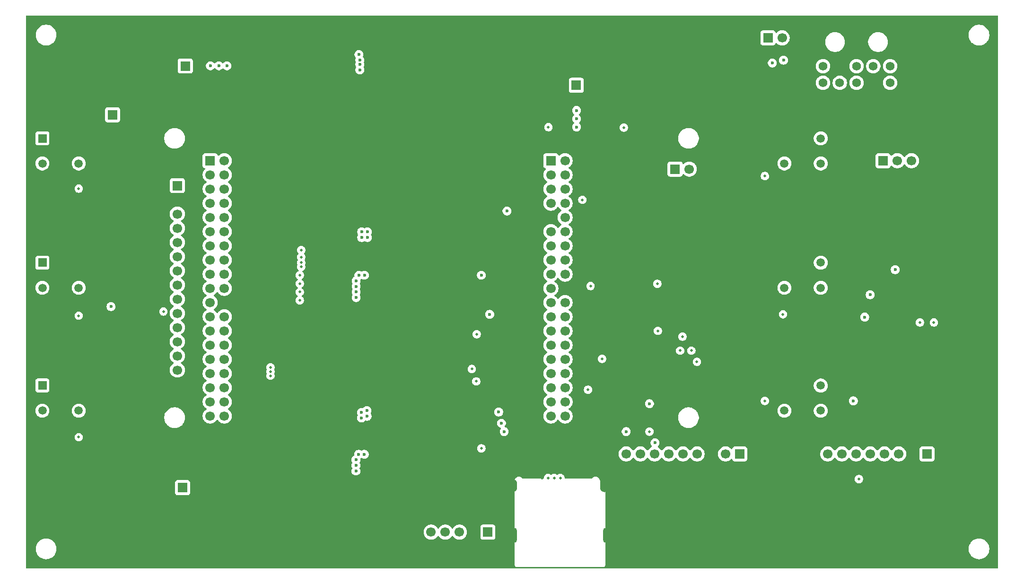
<source format=gbr>
%TF.GenerationSoftware,KiCad,Pcbnew,9.0.7*%
%TF.CreationDate,2026-02-03T11:04:19-04:00*%
%TF.ProjectId,power regulation,706f7765-7220-4726-9567-756c6174696f,1*%
%TF.SameCoordinates,Original*%
%TF.FileFunction,Copper,L2,Inr*%
%TF.FilePolarity,Positive*%
%FSLAX46Y46*%
G04 Gerber Fmt 4.6, Leading zero omitted, Abs format (unit mm)*
G04 Created by KiCad (PCBNEW 9.0.7) date 2026-02-03 11:04:19*
%MOMM*%
%LPD*%
G01*
G04 APERTURE LIST*
%TA.AperFunction,ComponentPad*%
%ADD10R,1.700000X1.700000*%
%TD*%
%TA.AperFunction,ComponentPad*%
%ADD11C,1.700000*%
%TD*%
%TA.AperFunction,ComponentPad*%
%ADD12R,1.508000X1.508000*%
%TD*%
%TA.AperFunction,ComponentPad*%
%ADD13C,1.508000*%
%TD*%
%TA.AperFunction,ComponentPad*%
%ADD14O,1.550000X2.350000*%
%TD*%
%TA.AperFunction,ComponentPad*%
%ADD15O,1.050000X2.700000*%
%TD*%
%TA.AperFunction,ComponentPad*%
%ADD16C,1.574800*%
%TD*%
%TA.AperFunction,ViaPad*%
%ADD17C,0.600000*%
%TD*%
%TA.AperFunction,ViaPad*%
%ADD18C,0.500000*%
%TD*%
G04 APERTURE END LIST*
D10*
%TO.N,WAKE*%
%TO.C,STM_CN10*%
X163862500Y-68500000D03*
D11*
%TO.N,SD_CS*%
X166402500Y-68500000D03*
%TO.N,N/C*%
X163862500Y-71040000D03*
%TO.N,B4*%
X166402500Y-71040000D03*
%TO.N,N/C*%
X163862500Y-73580000D03*
%TO.N,RTD_CS*%
X166402500Y-73580000D03*
%TO.N,N/C*%
X163862500Y-76120000D03*
X166402500Y-76120000D03*
%TO.N,GND*%
X163862500Y-78660000D03*
%TO.N,N/C*%
X166402500Y-78660000D03*
%TO.N,DISPL_SCK*%
X163862500Y-81200000D03*
%TO.N,N/C*%
X166402500Y-81200000D03*
%TO.N,TOUCH_MISO*%
X163862500Y-83740000D03*
%TO.N,N/C*%
X166402500Y-83740000D03*
%TO.N,DISPL_MOSI*%
X163862500Y-86280000D03*
%TO.N,B5*%
X166402500Y-86280000D03*
%TO.N,N/C*%
X163862500Y-88820000D03*
X166402500Y-88820000D03*
%TO.N,EXCIT2*%
X163862500Y-91360000D03*
%TO.N,GND*%
X166402500Y-91360000D03*
%TO.N,TX*%
X163862500Y-93900000D03*
%TO.N,EXCIT1*%
X166402500Y-93900000D03*
%TO.N,B6*%
X163862500Y-96440000D03*
%TO.N,N/C*%
X166402500Y-96440000D03*
X163862500Y-98980000D03*
%TO.N,MAX_SDI*%
X166402500Y-98980000D03*
%TO.N,N/C*%
X163862500Y-101520000D03*
%TO.N,MAX_SDO*%
X166402500Y-101520000D03*
%TO.N,N/C*%
X163862500Y-104060000D03*
%TO.N,MAX_SCK*%
X166402500Y-104060000D03*
%TO.N,N/C*%
X163862500Y-106600000D03*
X166402500Y-106600000D03*
%TO.N,RX*%
X163862500Y-109140000D03*
%TO.N,B3*%
X166402500Y-109140000D03*
%TO.N,N/C*%
X163862500Y-111680000D03*
X166402500Y-111680000D03*
X163862500Y-114220000D03*
X166402500Y-114220000D03*
%TD*%
D10*
%TO.N,/8V*%
%TO.C,J1*%
X168412500Y-55000000D03*
D11*
%TO.N,GND*%
X170952500Y-55000000D03*
%TD*%
D10*
%TO.N,HeaterPre*%
%TO.C,+ Ref_Res -*%
X202725000Y-46500000D03*
D11*
%TO.N,Heater+*%
X205265000Y-46500000D03*
%TD*%
D12*
%TO.N,GND*%
%TO.C,PB-5*%
X205662500Y-86750000D03*
D13*
%TO.N,N/C*%
X212162500Y-86750000D03*
%TO.N,B5*%
X205662500Y-91250000D03*
%TO.N,N/C*%
X212162500Y-91250000D03*
%TD*%
D10*
%TO.N,RTD-*%
%TO.C,RTD*%
X223332500Y-68500000D03*
D11*
%TO.N,RTDSens*%
X225872500Y-68500000D03*
%TO.N,RTD+*%
X228412500Y-68500000D03*
%TD*%
D12*
%TO.N,GND*%
%TO.C,PB-4*%
X205662500Y-64500000D03*
D13*
%TO.N,N/C*%
X212162500Y-64500000D03*
%TO.N,B4*%
X205662500Y-69000000D03*
%TO.N,N/C*%
X212162500Y-69000000D03*
%TD*%
D10*
%TO.N,/3.3V*%
%TO.C,MAX31856*%
X197660000Y-121000000D03*
D11*
%TO.N,N/C*%
X195120000Y-121000000D03*
%TO.N,GND*%
X192580000Y-121000000D03*
%TO.N,MAX_SCK*%
X190040000Y-121000000D03*
%TO.N,MAX_SDO*%
X187500000Y-121000000D03*
%TO.N,MAX_SDI*%
X184960000Y-121000000D03*
%TO.N,Therm_CS*%
X182420000Y-121000000D03*
%TO.N,N/C*%
X179880000Y-121000000D03*
%TO.N,thermDRDY*%
X177340000Y-121000000D03*
%TD*%
D12*
%TO.N,GND*%
%TO.C,PB-6*%
X205662500Y-108750000D03*
D13*
%TO.N,N/C*%
X212162500Y-108750000D03*
%TO.N,B6*%
X205662500Y-113250000D03*
%TO.N,N/C*%
X212162500Y-113250000D03*
%TD*%
D14*
%TO.N,GND*%
%TO.C,SD_Reader*%
X157000000Y-126650000D03*
X173450000Y-126650000D03*
D15*
X157300000Y-135550000D03*
X173700000Y-135550000D03*
%TD*%
D12*
%TO.N,N/C*%
%TO.C,PB-3*%
X72837500Y-108750000D03*
D13*
%TO.N,GND*%
X79337500Y-108750000D03*
%TO.N,N/C*%
X72837500Y-113250000D03*
%TO.N,B3*%
X79337500Y-113250000D03*
%TD*%
D10*
%TO.N,/3.3V*%
%TO.C,J3*%
X85385000Y-60275000D03*
D11*
%TO.N,GND*%
X85385000Y-57735000D03*
%TD*%
D10*
%TO.N,/3.3V*%
%TO.C,TFT_DISPLAY_Pinout*%
X97000000Y-72960000D03*
D11*
%TO.N,GND*%
X97000000Y-75500000D03*
%TO.N,DISPL_CS*%
X97000000Y-78040000D03*
%TO.N,DISPL_RST*%
X97000000Y-80580000D03*
%TO.N,DISPL_DC*%
X97000000Y-83120000D03*
%TO.N,DISPL_MOSI*%
X97000000Y-85660000D03*
%TO.N,DISPL_SCK*%
X97000000Y-88200000D03*
%TO.N,DISPL_LED*%
X97000000Y-90740000D03*
%TO.N,N/C*%
X97000000Y-93280000D03*
%TO.N,DISPL_SCK*%
X97000000Y-95820000D03*
%TO.N,N/C*%
X97000000Y-98360000D03*
X97000000Y-100900000D03*
%TO.N,TOUCH_MISO*%
X97000000Y-103440000D03*
%TO.N,N/C*%
X97000000Y-105980000D03*
%TD*%
D10*
%TO.N,/3.3V*%
%TO.C,MAX31865*%
X231200000Y-121000000D03*
D11*
%TO.N,GND*%
X228660000Y-121000000D03*
%TO.N,N/C*%
X226120000Y-121000000D03*
%TO.N,MAX_SCK*%
X223580000Y-121000000D03*
%TO.N,MAX_SDO*%
X221040000Y-121000000D03*
%TO.N,MAX_SDI*%
X218500000Y-121000000D03*
%TO.N,RTD_CS*%
X215960000Y-121000000D03*
%TO.N,RTDDRDY*%
X213420000Y-121000000D03*
%TD*%
D10*
%TO.N,/5V*%
%TO.C,J2*%
X97912500Y-127040000D03*
D11*
%TO.N,GND*%
X97912500Y-124500000D03*
%TD*%
D12*
%TO.N,N/C*%
%TO.C,PB-1*%
X72837500Y-64500000D03*
D13*
%TO.N,GND*%
X79337500Y-64500000D03*
%TO.N,N/C*%
X72837500Y-69000000D03*
%TO.N,B1*%
X79337500Y-69000000D03*
%TD*%
D16*
%TO.N,Heater+*%
%TO.C,Connector*%
X212572902Y-51564301D03*
%TO.N,GND*%
X215572901Y-51564301D03*
%TO.N,Thermocouple-*%
X218572900Y-51564301D03*
%TO.N,N/C*%
X221572899Y-51564301D03*
%TO.N,Thermocouple+*%
X224572898Y-51564301D03*
%TO.N,RTD-*%
X212572902Y-54564300D03*
%TO.N,RTD+*%
X215572901Y-54564300D03*
%TO.N,RTDSens*%
X218572900Y-54564300D03*
%TO.N,GND*%
X221572899Y-54564300D03*
%TO.N,N/C*%
X224572898Y-54564300D03*
%TD*%
D10*
%TO.N,/3.3V*%
%TO.C,GPS_Pinout*%
X152580000Y-135000000D03*
D11*
%TO.N,GND*%
X150040000Y-135000000D03*
%TO.N,RX*%
X147500000Y-135000000D03*
%TO.N,TX*%
X144960000Y-135000000D03*
%TO.N,WAKE*%
X142420000Y-135000000D03*
%TD*%
D10*
%TO.N,Thermocouple+*%
%TO.C,Thermocouple*%
X186087500Y-70000000D03*
D11*
%TO.N,Thermocouple-*%
X188627500Y-70000000D03*
%TD*%
D12*
%TO.N,N/C*%
%TO.C,PB-2*%
X72837500Y-86750000D03*
D13*
%TO.N,GND*%
X79337500Y-86750000D03*
%TO.N,N/C*%
X72837500Y-91250000D03*
%TO.N,B2*%
X79337500Y-91250000D03*
%TD*%
D10*
%TO.N,/Pin*%
%TO.C,J1*%
X98412500Y-51540000D03*
D11*
%TO.N,GND*%
X98412500Y-49000000D03*
%TD*%
D10*
%TO.N,N/C*%
%TO.C,STM_CN7*%
X102862500Y-68500000D03*
D11*
X105402500Y-68500000D03*
X102862500Y-71040000D03*
%TO.N,B1*%
X105402500Y-71040000D03*
%TO.N,N/C*%
X102862500Y-73580000D03*
%TO.N,/5V*%
X105402500Y-73580000D03*
%TO.N,N/C*%
X102862500Y-76120000D03*
X105402500Y-76120000D03*
X102862500Y-78660000D03*
X105402500Y-78660000D03*
X102862500Y-81200000D03*
X105402500Y-81200000D03*
X102862500Y-83740000D03*
X105402500Y-83740000D03*
X102862500Y-86280000D03*
X105402500Y-86280000D03*
X102862500Y-88820000D03*
X105402500Y-88820000D03*
X102862500Y-91360000D03*
X105402500Y-91360000D03*
X102862500Y-93900000D03*
%TO.N,GND*%
X105402500Y-93900000D03*
%TO.N,B2*%
X102862500Y-96440000D03*
%TO.N,N/C*%
X105402500Y-96440000D03*
X102862500Y-98980000D03*
X105402500Y-98980000D03*
X102862500Y-101520000D03*
X105402500Y-101520000D03*
X102862500Y-104060000D03*
X105402500Y-104060000D03*
X102862500Y-106600000D03*
%TO.N,Therm_CS*%
X105402500Y-106600000D03*
%TO.N,N/C*%
X102862500Y-109140000D03*
X105402500Y-109140000D03*
%TO.N,DISPL_RST*%
X102862500Y-111680000D03*
%TO.N,DISPL_DC*%
X105402500Y-111680000D03*
%TO.N,DISPL_CS*%
X102862500Y-114220000D03*
%TO.N,DISPL_LED*%
X105402500Y-114220000D03*
%TD*%
D17*
%TO.N,GND*%
X129000000Y-125500000D03*
X130500000Y-125500000D03*
X132000000Y-125500000D03*
X148000000Y-50000000D03*
X148000000Y-52000000D03*
X148000000Y-54000000D03*
X128500000Y-96000000D03*
%TO.N,/Pin*%
X129500000Y-49500000D03*
%TO.N,GND*%
X120000000Y-130000000D03*
X123959500Y-108057500D03*
X132061226Y-85459968D03*
X128500000Y-97000000D03*
X126412500Y-49500000D03*
X132167190Y-117446624D03*
X127500000Y-88500000D03*
X132000000Y-77000000D03*
X129662500Y-55250000D03*
X148000000Y-56000000D03*
X137162500Y-56250000D03*
X102912500Y-49000000D03*
X141615500Y-49750000D03*
X117000000Y-100750000D03*
X130747633Y-85246027D03*
X139500000Y-97000000D03*
X127500000Y-48500000D03*
X132957606Y-117442802D03*
X115500000Y-129557500D03*
X104912500Y-120250000D03*
X128063000Y-73605000D03*
X145912500Y-84000000D03*
X132615500Y-67250000D03*
X127459500Y-123557500D03*
X223200000Y-89227050D03*
X187012500Y-82230000D03*
X115500000Y-125557500D03*
X128500000Y-98000000D03*
X130162500Y-70855000D03*
X126750000Y-79000000D03*
X133000000Y-77000000D03*
X96635000Y-57735000D03*
X139797000Y-88500000D03*
X145709500Y-116562500D03*
X127459500Y-129057500D03*
X135162500Y-55250000D03*
X135000000Y-93000000D03*
X149000000Y-68000000D03*
X127459500Y-122557500D03*
X142750000Y-78500000D03*
X130952355Y-86704946D03*
X127459500Y-120557500D03*
X189512500Y-82230000D03*
X134959500Y-125057500D03*
X130918209Y-116840815D03*
X136162500Y-54250000D03*
X137912500Y-76000000D03*
X127500000Y-92500000D03*
X139959500Y-120557500D03*
X129736680Y-56005963D03*
X115500000Y-118557500D03*
X138662500Y-49250000D03*
X145615500Y-48750000D03*
X144959500Y-111557500D03*
X124000000Y-76750000D03*
X131500000Y-86000000D03*
X131038303Y-117451962D03*
X143750000Y-78500000D03*
X136162500Y-55250000D03*
X92135000Y-57735000D03*
X117000000Y-98250000D03*
X226500000Y-89500000D03*
X130709499Y-55697800D03*
X138662500Y-48250000D03*
X132062500Y-84815462D03*
X132217897Y-118028415D03*
X118000000Y-130000000D03*
X134000000Y-77000000D03*
X135662500Y-50250000D03*
X170952500Y-62500000D03*
X129959500Y-111057500D03*
X143959500Y-111057500D03*
X115500000Y-127557500D03*
X132747517Y-85419134D03*
X137662500Y-49250000D03*
X136063000Y-73605000D03*
X127459500Y-121557500D03*
X127500000Y-90500000D03*
X143000000Y-73500000D03*
X132959500Y-109057500D03*
D18*
X175912500Y-59000000D03*
D17*
X136162500Y-53250000D03*
X127459500Y-128057500D03*
X134063000Y-73605000D03*
X142959500Y-111057500D03*
X138500000Y-95750000D03*
X127500000Y-95000000D03*
X146000000Y-72000000D03*
X133500000Y-125500000D03*
X144750000Y-85750000D03*
X131500000Y-95000000D03*
X128162500Y-55750000D03*
X132823706Y-118039090D03*
X141615500Y-48750000D03*
X132912500Y-106000000D03*
X221000000Y-94000000D03*
X132081242Y-86064443D03*
X103662500Y-121500000D03*
X132012000Y-56000000D03*
X131615500Y-67250000D03*
X133459500Y-121557500D03*
X115500000Y-115500000D03*
X122662500Y-58855000D03*
X118959500Y-113557500D03*
X132797800Y-86027145D03*
X137162500Y-53250000D03*
X135162500Y-53250000D03*
X143459500Y-118057500D03*
X127162500Y-69855000D03*
X137662500Y-50250000D03*
X127459500Y-127057500D03*
X124662500Y-56750000D03*
X131951020Y-118778337D03*
X131849059Y-86660912D03*
X127459500Y-119557500D03*
X190512500Y-98730000D03*
X132794350Y-118719624D03*
X132012000Y-55250000D03*
X123250000Y-103000000D03*
X141459500Y-120557500D03*
X144750000Y-79250000D03*
X105912500Y-49000000D03*
X139912500Y-77000000D03*
X117000000Y-93250000D03*
X170952500Y-59500000D03*
X131598744Y-117766876D03*
X145912500Y-82000000D03*
X131615500Y-68250000D03*
X127500000Y-89500000D03*
X134459500Y-121557500D03*
X117000000Y-85250000D03*
X130959500Y-118057500D03*
X144615500Y-49750000D03*
X130820251Y-86020408D03*
X130063000Y-73605000D03*
X141297000Y-88500000D03*
X133500000Y-89500000D03*
X132079121Y-116870171D03*
X132063000Y-73605000D03*
X136162500Y-56250000D03*
X121459500Y-110557500D03*
X127459500Y-124557500D03*
X122662500Y-60855000D03*
X126000000Y-101500000D03*
X128162500Y-54750000D03*
X132727631Y-116918209D03*
X127459500Y-125557500D03*
X139500000Y-95750000D03*
X128000000Y-77500000D03*
X140412500Y-108750000D03*
X128500000Y-101000000D03*
X134000000Y-48000000D03*
X124662500Y-54750000D03*
X117000000Y-103000000D03*
X145709500Y-114562500D03*
X144615500Y-48750000D03*
X122000000Y-130000000D03*
X133959500Y-109057500D03*
X122662500Y-62855000D03*
X134750000Y-89500000D03*
X94385000Y-57735000D03*
X132615500Y-68250000D03*
X144959500Y-118057500D03*
X137959500Y-107057500D03*
X143250000Y-85750000D03*
X126063000Y-73605000D03*
X128459500Y-109057500D03*
X125000000Y-130000000D03*
X117000000Y-88000000D03*
X118750000Y-103000000D03*
X142615500Y-49750000D03*
X170952500Y-61000000D03*
X137662500Y-48250000D03*
X127500000Y-87500000D03*
X128500000Y-99500000D03*
X133000000Y-95000000D03*
X141297000Y-87500000D03*
X117000000Y-95750000D03*
X116959500Y-113557500D03*
X138459500Y-127557500D03*
D18*
X232412500Y-101000000D03*
D17*
X150500000Y-71000000D03*
X135162500Y-56250000D03*
X117000000Y-90750000D03*
X131404710Y-85423940D03*
X135162500Y-54250000D03*
X138662500Y-50250000D03*
X129750000Y-79000000D03*
X134959500Y-124057500D03*
X139500000Y-94750000D03*
X126459500Y-111057500D03*
X102412500Y-122750000D03*
X132586825Y-86694597D03*
X121750000Y-103000000D03*
X131239221Y-84842142D03*
X137162500Y-54250000D03*
X137162500Y-55250000D03*
X141459500Y-118557500D03*
X127500000Y-91500000D03*
X142615500Y-48750000D03*
D18*
X162250000Y-125300000D03*
D17*
X139459500Y-127557500D03*
X122662500Y-66855000D03*
X141459500Y-119557500D03*
X131959500Y-109057500D03*
X130990266Y-118714287D03*
X136000000Y-48000000D03*
X141297000Y-86500000D03*
D18*
X175912500Y-52000000D03*
D17*
X150000000Y-64500000D03*
X121250000Y-79250000D03*
D18*
X229912500Y-101000000D03*
D17*
X145615500Y-49750000D03*
X127500000Y-93500000D03*
X104412500Y-49000000D03*
X127459500Y-130057500D03*
X129500000Y-95000000D03*
X122662500Y-64855000D03*
X182912500Y-87000000D03*
X124662500Y-69855000D03*
X132773786Y-84815462D03*
X131556044Y-118327316D03*
X122662500Y-68855000D03*
X139459500Y-126557500D03*
X135000000Y-92000000D03*
X139459500Y-128557500D03*
X183100000Y-102730000D03*
X120250000Y-103000000D03*
X129412500Y-106000000D03*
X190512500Y-92230000D03*
X148500000Y-71855000D03*
%TO.N,RTDSens*%
X225500000Y-88000000D03*
%TO.N,Heater+*%
X205500000Y-50500000D03*
D18*
%TO.N,MAX_SCK*%
X190000000Y-104500000D03*
X187000000Y-102500000D03*
X181500000Y-117000000D03*
%TO.N,MAX_SDO*%
X219000000Y-125500000D03*
X189000000Y-102500000D03*
D17*
X220051000Y-96500000D03*
D18*
X187412500Y-100000000D03*
D17*
%TO.N,MAX_SDI*%
X182500000Y-119000000D03*
D18*
%TO.N,MOSFETGait1*%
X176912500Y-62566800D03*
X163412500Y-62500000D03*
%TO.N,Therm_CS*%
X149706250Y-105793750D03*
D17*
%TO.N,RTD_CS*%
X221000000Y-92500000D03*
%TO.N,/Pin*%
X129959500Y-114557500D03*
X102912500Y-51500000D03*
%TO.N,GND*%
X131000000Y-48000000D03*
%TO.N,/Pin*%
X129000000Y-91000000D03*
X131000000Y-81250000D03*
X128959500Y-124057500D03*
X104412500Y-51500000D03*
X130912500Y-113250000D03*
X105872500Y-51500000D03*
%TO.N,GND*%
X132000000Y-48000000D03*
%TO.N,/Pin*%
X129662500Y-52250000D03*
X131000000Y-82250000D03*
X130959500Y-114250000D03*
X130000000Y-81250000D03*
X130000000Y-82250000D03*
X130459500Y-121057500D03*
X129500000Y-89000000D03*
%TO.N,GND*%
X129500000Y-48000000D03*
%TO.N,/Pin*%
X129000000Y-90000000D03*
X129959500Y-113557500D03*
X129662500Y-51250000D03*
X129459500Y-121057500D03*
X128959500Y-123057500D03*
X129000000Y-92000000D03*
X129662500Y-50500000D03*
X128959500Y-122057500D03*
X129000000Y-93000000D03*
X130500000Y-89000000D03*
D18*
%TO.N,/5V*%
X113662500Y-106250000D03*
X113662500Y-105500000D03*
X113662500Y-107000000D03*
%TO.N,/3.3V*%
X79337500Y-73500000D03*
X164450000Y-125300000D03*
X119162500Y-85750000D03*
X232412500Y-97462500D03*
X118912500Y-89000000D03*
X202162500Y-111500000D03*
X119162500Y-87500000D03*
X119162500Y-86750000D03*
X118912500Y-93500000D03*
X79337500Y-118000000D03*
X79337500Y-96250000D03*
X205412500Y-96000000D03*
X118912500Y-92000000D03*
X229912500Y-97462500D03*
X119162500Y-84500000D03*
X202162500Y-71250000D03*
X183000000Y-98962500D03*
X182912500Y-90537500D03*
X118912500Y-90500000D03*
D17*
%TO.N,/8V*%
X168452500Y-62460000D03*
X168452500Y-61000000D03*
X168452500Y-59500000D03*
D18*
%TO.N,DISPL_MOSI*%
X165550000Y-125300000D03*
D17*
X85125000Y-94625000D03*
D18*
X150571250Y-99571250D03*
X150500000Y-108000000D03*
%TO.N,DISPL_SCK*%
X163350000Y-125300000D03*
X151412500Y-120000000D03*
D17*
X151412500Y-89000000D03*
%TO.N,TOUCH_MISO*%
X152912500Y-96000000D03*
%TO.N,WAKE*%
X154512500Y-113500000D03*
X156000000Y-77500000D03*
D18*
%TO.N,B5*%
X170962500Y-90938750D03*
%TO.N,B6*%
X173025130Y-103974870D03*
D17*
%TO.N,RX*%
X155500000Y-117000000D03*
D18*
%TO.N,B2*%
X94500000Y-95500000D03*
D17*
%TO.N,TX*%
X155000000Y-115500000D03*
D18*
%TO.N,SD_CS*%
X170500000Y-109500000D03*
X169500000Y-75500000D03*
D17*
%TO.N,HeaterPre*%
X203500000Y-51000000D03*
%TO.N,thermDRDY*%
X177340000Y-117000000D03*
X181500000Y-112000000D03*
%TO.N,RTDDRDY*%
X218000000Y-111500000D03*
%TD*%
%TA.AperFunction,Conductor*%
%TO.N,GND*%
G36*
X243855039Y-42520185D02*
G01*
X243900794Y-42572989D01*
X243912000Y-42624500D01*
X243912000Y-141375500D01*
X243892315Y-141442539D01*
X243839511Y-141488294D01*
X243788000Y-141499500D01*
X70037000Y-141499500D01*
X69969961Y-141479815D01*
X69924206Y-141427011D01*
X69913000Y-141375500D01*
X69913000Y-137878711D01*
X71649500Y-137878711D01*
X71649500Y-138121288D01*
X71681161Y-138361785D01*
X71743947Y-138596104D01*
X71836773Y-138820205D01*
X71836776Y-138820212D01*
X71958064Y-139030289D01*
X71958066Y-139030292D01*
X71958067Y-139030293D01*
X72105733Y-139222736D01*
X72105739Y-139222743D01*
X72277256Y-139394260D01*
X72277262Y-139394265D01*
X72469711Y-139541936D01*
X72679788Y-139663224D01*
X72903900Y-139756054D01*
X73138211Y-139818838D01*
X73318586Y-139842584D01*
X73378711Y-139850500D01*
X73378712Y-139850500D01*
X73621289Y-139850500D01*
X73669388Y-139844167D01*
X73861789Y-139818838D01*
X74096100Y-139756054D01*
X74320212Y-139663224D01*
X74530289Y-139541936D01*
X74722738Y-139394265D01*
X74894265Y-139222738D01*
X75041936Y-139030289D01*
X75163224Y-138820212D01*
X75256054Y-138596100D01*
X75318838Y-138361789D01*
X75350500Y-138121288D01*
X75350500Y-137878712D01*
X75318838Y-137638211D01*
X75256054Y-137403900D01*
X75163224Y-137179788D01*
X75041936Y-136969711D01*
X74894265Y-136777262D01*
X74894260Y-136777256D01*
X74722743Y-136605739D01*
X74722736Y-136605733D01*
X74530293Y-136458067D01*
X74530292Y-136458066D01*
X74530289Y-136458064D01*
X74320212Y-136336776D01*
X74320205Y-136336773D01*
X74096104Y-136243947D01*
X73861785Y-136181161D01*
X73621289Y-136149500D01*
X73621288Y-136149500D01*
X73378712Y-136149500D01*
X73378711Y-136149500D01*
X73138214Y-136181161D01*
X72903895Y-136243947D01*
X72679794Y-136336773D01*
X72679785Y-136336777D01*
X72469706Y-136458067D01*
X72277263Y-136605733D01*
X72277256Y-136605739D01*
X72105739Y-136777256D01*
X72105733Y-136777263D01*
X71958067Y-136969706D01*
X71836777Y-137179785D01*
X71836773Y-137179794D01*
X71743947Y-137403895D01*
X71681161Y-137638214D01*
X71649500Y-137878711D01*
X69913000Y-137878711D01*
X69913000Y-134893713D01*
X141069500Y-134893713D01*
X141069500Y-135106286D01*
X141102753Y-135316239D01*
X141168444Y-135518414D01*
X141264951Y-135707820D01*
X141389890Y-135879786D01*
X141540213Y-136030109D01*
X141712179Y-136155048D01*
X141712181Y-136155049D01*
X141712184Y-136155051D01*
X141901588Y-136251557D01*
X142103757Y-136317246D01*
X142313713Y-136350500D01*
X142313714Y-136350500D01*
X142526286Y-136350500D01*
X142526287Y-136350500D01*
X142736243Y-136317246D01*
X142938412Y-136251557D01*
X143127816Y-136155051D01*
X143214138Y-136092335D01*
X143299786Y-136030109D01*
X143299788Y-136030106D01*
X143299792Y-136030104D01*
X143450104Y-135879792D01*
X143450106Y-135879788D01*
X143450109Y-135879786D01*
X143575048Y-135707820D01*
X143575047Y-135707820D01*
X143575051Y-135707816D01*
X143579514Y-135699054D01*
X143627488Y-135648259D01*
X143695308Y-135631463D01*
X143761444Y-135653999D01*
X143800486Y-135699056D01*
X143804951Y-135707820D01*
X143929890Y-135879786D01*
X144080213Y-136030109D01*
X144252179Y-136155048D01*
X144252181Y-136155049D01*
X144252184Y-136155051D01*
X144441588Y-136251557D01*
X144643757Y-136317246D01*
X144853713Y-136350500D01*
X144853714Y-136350500D01*
X145066286Y-136350500D01*
X145066287Y-136350500D01*
X145276243Y-136317246D01*
X145478412Y-136251557D01*
X145667816Y-136155051D01*
X145754138Y-136092335D01*
X145839786Y-136030109D01*
X145839788Y-136030106D01*
X145839792Y-136030104D01*
X145990104Y-135879792D01*
X145990106Y-135879788D01*
X145990109Y-135879786D01*
X146115048Y-135707820D01*
X146115047Y-135707820D01*
X146115051Y-135707816D01*
X146119514Y-135699054D01*
X146167488Y-135648259D01*
X146235308Y-135631463D01*
X146301444Y-135653999D01*
X146340486Y-135699056D01*
X146344951Y-135707820D01*
X146469890Y-135879786D01*
X146620213Y-136030109D01*
X146792179Y-136155048D01*
X146792181Y-136155049D01*
X146792184Y-136155051D01*
X146981588Y-136251557D01*
X147183757Y-136317246D01*
X147393713Y-136350500D01*
X147393714Y-136350500D01*
X147606286Y-136350500D01*
X147606287Y-136350500D01*
X147816243Y-136317246D01*
X148018412Y-136251557D01*
X148207816Y-136155051D01*
X148294138Y-136092335D01*
X148379786Y-136030109D01*
X148379788Y-136030106D01*
X148379792Y-136030104D01*
X148530104Y-135879792D01*
X148530106Y-135879788D01*
X148530109Y-135879786D01*
X148655048Y-135707820D01*
X148655047Y-135707820D01*
X148655051Y-135707816D01*
X148751557Y-135518412D01*
X148817246Y-135316243D01*
X148850500Y-135106287D01*
X148850500Y-134893713D01*
X148817246Y-134683757D01*
X148751557Y-134481588D01*
X148655051Y-134292184D01*
X148530104Y-134120208D01*
X148512031Y-134102135D01*
X151229500Y-134102135D01*
X151229500Y-135897870D01*
X151229501Y-135897876D01*
X151235908Y-135957483D01*
X151286202Y-136092328D01*
X151286206Y-136092335D01*
X151372452Y-136207544D01*
X151372455Y-136207547D01*
X151487664Y-136293793D01*
X151487671Y-136293797D01*
X151622517Y-136344091D01*
X151622516Y-136344091D01*
X151629444Y-136344835D01*
X151682127Y-136350500D01*
X153477872Y-136350499D01*
X153537483Y-136344091D01*
X153672331Y-136293796D01*
X153787546Y-136207546D01*
X153873796Y-136092331D01*
X153924091Y-135957483D01*
X153930500Y-135897873D01*
X153930499Y-134102128D01*
X153924091Y-134042517D01*
X153873796Y-133907669D01*
X153873795Y-133907668D01*
X153873793Y-133907664D01*
X153787547Y-133792455D01*
X153787544Y-133792452D01*
X153672335Y-133706206D01*
X153672328Y-133706202D01*
X153537482Y-133655908D01*
X153537483Y-133655908D01*
X153477883Y-133649501D01*
X153477881Y-133649500D01*
X153477873Y-133649500D01*
X153477864Y-133649500D01*
X151682129Y-133649500D01*
X151682123Y-133649501D01*
X151622516Y-133655908D01*
X151487671Y-133706202D01*
X151487664Y-133706206D01*
X151372455Y-133792452D01*
X151372452Y-133792455D01*
X151286206Y-133907664D01*
X151286202Y-133907671D01*
X151235908Y-134042517D01*
X151229501Y-134102116D01*
X151229501Y-134102123D01*
X151229500Y-134102135D01*
X148512031Y-134102135D01*
X148379792Y-133969896D01*
X148379786Y-133969890D01*
X148207820Y-133844951D01*
X148018414Y-133748444D01*
X148018413Y-133748443D01*
X148018412Y-133748443D01*
X147816243Y-133682754D01*
X147816241Y-133682753D01*
X147816240Y-133682753D01*
X147654957Y-133657208D01*
X147606287Y-133649500D01*
X147393713Y-133649500D01*
X147345042Y-133657208D01*
X147183760Y-133682753D01*
X146981585Y-133748444D01*
X146792179Y-133844951D01*
X146620213Y-133969890D01*
X146469890Y-134120213D01*
X146344949Y-134292182D01*
X146340484Y-134300946D01*
X146292509Y-134351742D01*
X146224688Y-134368536D01*
X146158553Y-134345998D01*
X146119516Y-134300946D01*
X146115050Y-134292182D01*
X145990109Y-134120213D01*
X145839786Y-133969890D01*
X145667820Y-133844951D01*
X145478414Y-133748444D01*
X145478413Y-133748443D01*
X145478412Y-133748443D01*
X145276243Y-133682754D01*
X145276241Y-133682753D01*
X145276240Y-133682753D01*
X145114957Y-133657208D01*
X145066287Y-133649500D01*
X144853713Y-133649500D01*
X144805042Y-133657208D01*
X144643760Y-133682753D01*
X144441585Y-133748444D01*
X144252179Y-133844951D01*
X144080213Y-133969890D01*
X143929890Y-134120213D01*
X143804949Y-134292182D01*
X143800484Y-134300946D01*
X143752509Y-134351742D01*
X143684688Y-134368536D01*
X143618553Y-134345998D01*
X143579516Y-134300946D01*
X143575050Y-134292182D01*
X143450109Y-134120213D01*
X143299786Y-133969890D01*
X143127820Y-133844951D01*
X142938414Y-133748444D01*
X142938413Y-133748443D01*
X142938412Y-133748443D01*
X142736243Y-133682754D01*
X142736241Y-133682753D01*
X142736240Y-133682753D01*
X142574957Y-133657208D01*
X142526287Y-133649500D01*
X142313713Y-133649500D01*
X142265042Y-133657208D01*
X142103760Y-133682753D01*
X141901585Y-133748444D01*
X141712179Y-133844951D01*
X141540213Y-133969890D01*
X141389890Y-134120213D01*
X141264951Y-134292179D01*
X141168444Y-134481585D01*
X141102753Y-134683760D01*
X141069500Y-134893713D01*
X69913000Y-134893713D01*
X69913000Y-126142135D01*
X96562000Y-126142135D01*
X96562000Y-127937870D01*
X96562001Y-127937876D01*
X96568408Y-127997483D01*
X96618702Y-128132328D01*
X96618706Y-128132335D01*
X96704952Y-128247544D01*
X96704955Y-128247547D01*
X96820164Y-128333793D01*
X96820171Y-128333797D01*
X96955017Y-128384091D01*
X96955016Y-128384091D01*
X96961944Y-128384835D01*
X97014627Y-128390500D01*
X98810372Y-128390499D01*
X98869983Y-128384091D01*
X99004831Y-128333796D01*
X99120046Y-128247546D01*
X99206296Y-128132331D01*
X99256591Y-127997483D01*
X99263000Y-127937873D01*
X99262999Y-126142128D01*
X99256591Y-126082517D01*
X99206296Y-125947669D01*
X99120046Y-125832454D01*
X99097885Y-125815864D01*
X157349500Y-125815864D01*
X157349500Y-140815891D01*
X157383608Y-140943187D01*
X157416554Y-141000250D01*
X157449500Y-141057314D01*
X157542686Y-141150500D01*
X157656814Y-141216392D01*
X157784108Y-141250500D01*
X157784110Y-141250500D01*
X173215890Y-141250500D01*
X173215892Y-141250500D01*
X173343186Y-141216392D01*
X173457314Y-141150500D01*
X173550500Y-141057314D01*
X173616392Y-140943186D01*
X173650500Y-140815892D01*
X173650500Y-137878711D01*
X238649500Y-137878711D01*
X238649500Y-138121288D01*
X238681161Y-138361785D01*
X238743947Y-138596104D01*
X238836773Y-138820205D01*
X238836776Y-138820212D01*
X238958064Y-139030289D01*
X238958066Y-139030292D01*
X238958067Y-139030293D01*
X239105733Y-139222736D01*
X239105739Y-139222743D01*
X239277256Y-139394260D01*
X239277262Y-139394265D01*
X239469711Y-139541936D01*
X239679788Y-139663224D01*
X239903900Y-139756054D01*
X240138211Y-139818838D01*
X240318586Y-139842584D01*
X240378711Y-139850500D01*
X240378712Y-139850500D01*
X240621289Y-139850500D01*
X240669388Y-139844167D01*
X240861789Y-139818838D01*
X241096100Y-139756054D01*
X241320212Y-139663224D01*
X241530289Y-139541936D01*
X241722738Y-139394265D01*
X241894265Y-139222738D01*
X242041936Y-139030289D01*
X242163224Y-138820212D01*
X242256054Y-138596100D01*
X242318838Y-138361789D01*
X242350500Y-138121288D01*
X242350500Y-137878712D01*
X242318838Y-137638211D01*
X242256054Y-137403900D01*
X242163224Y-137179788D01*
X242041936Y-136969711D01*
X241894265Y-136777262D01*
X241894260Y-136777256D01*
X241722743Y-136605739D01*
X241722736Y-136605733D01*
X241530293Y-136458067D01*
X241530292Y-136458066D01*
X241530289Y-136458064D01*
X241320212Y-136336776D01*
X241320205Y-136336773D01*
X241096104Y-136243947D01*
X240861785Y-136181161D01*
X240621289Y-136149500D01*
X240621288Y-136149500D01*
X240378712Y-136149500D01*
X240378711Y-136149500D01*
X240138214Y-136181161D01*
X239903895Y-136243947D01*
X239679794Y-136336773D01*
X239679785Y-136336777D01*
X239469706Y-136458067D01*
X239277263Y-136605733D01*
X239277256Y-136605739D01*
X239105739Y-136777256D01*
X239105733Y-136777263D01*
X238958067Y-136969706D01*
X238836777Y-137179785D01*
X238836773Y-137179794D01*
X238743947Y-137403895D01*
X238681161Y-137638214D01*
X238649500Y-137878711D01*
X173650500Y-137878711D01*
X173650500Y-128108679D01*
X173650502Y-128108672D01*
X173650500Y-128056867D01*
X173650524Y-128011649D01*
X173650553Y-127953251D01*
X173618759Y-127777037D01*
X173556186Y-127609267D01*
X173556183Y-127609261D01*
X173464824Y-127455275D01*
X173464822Y-127455271D01*
X173347569Y-127319943D01*
X173208152Y-127207581D01*
X173208150Y-127207580D01*
X173208149Y-127207579D01*
X173129555Y-127164708D01*
X173129562Y-127164694D01*
X173129496Y-127164677D01*
X173095286Y-127145993D01*
X173021854Y-127105887D01*
X172715063Y-126938330D01*
X172665662Y-126888920D01*
X172650500Y-126829503D01*
X172650500Y-125815864D01*
X172615514Y-125651269D01*
X172615512Y-125651264D01*
X172581076Y-125573920D01*
X218249499Y-125573920D01*
X218278340Y-125718907D01*
X218278343Y-125718917D01*
X218334912Y-125855488D01*
X218334919Y-125855501D01*
X218417048Y-125978415D01*
X218417051Y-125978419D01*
X218521580Y-126082948D01*
X218521584Y-126082951D01*
X218644498Y-126165080D01*
X218644511Y-126165087D01*
X218781082Y-126221656D01*
X218781087Y-126221658D01*
X218781091Y-126221658D01*
X218781092Y-126221659D01*
X218926079Y-126250500D01*
X218926082Y-126250500D01*
X219073920Y-126250500D01*
X219171462Y-126231096D01*
X219218913Y-126221658D01*
X219355495Y-126165084D01*
X219478416Y-126082951D01*
X219582951Y-125978416D01*
X219665084Y-125855495D01*
X219721658Y-125718913D01*
X219750500Y-125573918D01*
X219750500Y-125426082D01*
X219750500Y-125426079D01*
X219721659Y-125281092D01*
X219721658Y-125281091D01*
X219721658Y-125281087D01*
X219698873Y-125226079D01*
X219665087Y-125144511D01*
X219665080Y-125144498D01*
X219582951Y-125021584D01*
X219582948Y-125021580D01*
X219478419Y-124917051D01*
X219478415Y-124917048D01*
X219355501Y-124834919D01*
X219355488Y-124834912D01*
X219218917Y-124778343D01*
X219218907Y-124778340D01*
X219073920Y-124749500D01*
X219073918Y-124749500D01*
X218926082Y-124749500D01*
X218926080Y-124749500D01*
X218781092Y-124778340D01*
X218781082Y-124778343D01*
X218644511Y-124834912D01*
X218644498Y-124834919D01*
X218521584Y-124917048D01*
X218521580Y-124917051D01*
X218417051Y-125021580D01*
X218417048Y-125021584D01*
X218334919Y-125144498D01*
X218334912Y-125144511D01*
X218278343Y-125281082D01*
X218278340Y-125281092D01*
X218249500Y-125426079D01*
X218249500Y-125426082D01*
X218249500Y-125573918D01*
X218249500Y-125573920D01*
X218249499Y-125573920D01*
X172581076Y-125573920D01*
X172547072Y-125497547D01*
X172547072Y-125497546D01*
X172448164Y-125361411D01*
X172323114Y-125248815D01*
X172177386Y-125164679D01*
X172177380Y-125164676D01*
X172017353Y-125112681D01*
X172017350Y-125112680D01*
X171850000Y-125095091D01*
X171682650Y-125112680D01*
X171682647Y-125112680D01*
X171682646Y-125112681D01*
X171522619Y-125164676D01*
X171522613Y-125164679D01*
X171376887Y-125248814D01*
X171247006Y-125365760D01*
X171245454Y-125364036D01*
X171194987Y-125395123D01*
X171162332Y-125399500D01*
X166424500Y-125399500D01*
X166357461Y-125379815D01*
X166311706Y-125327011D01*
X166300500Y-125275500D01*
X166300500Y-125226079D01*
X166271659Y-125081092D01*
X166271658Y-125081091D01*
X166271658Y-125081087D01*
X166247011Y-125021584D01*
X166215087Y-124944511D01*
X166215080Y-124944498D01*
X166132951Y-124821584D01*
X166132948Y-124821580D01*
X166028419Y-124717051D01*
X166028415Y-124717048D01*
X165905501Y-124634919D01*
X165905488Y-124634912D01*
X165768917Y-124578343D01*
X165768907Y-124578340D01*
X165623920Y-124549500D01*
X165623918Y-124549500D01*
X165476082Y-124549500D01*
X165476080Y-124549500D01*
X165331092Y-124578340D01*
X165331082Y-124578343D01*
X165194511Y-124634912D01*
X165194498Y-124634919D01*
X165068891Y-124718848D01*
X165002213Y-124739726D01*
X164934833Y-124721241D01*
X164931109Y-124718848D01*
X164805501Y-124634919D01*
X164805488Y-124634912D01*
X164668917Y-124578343D01*
X164668907Y-124578340D01*
X164523920Y-124549500D01*
X164523918Y-124549500D01*
X164376082Y-124549500D01*
X164376080Y-124549500D01*
X164231092Y-124578340D01*
X164231082Y-124578343D01*
X164094511Y-124634912D01*
X164094498Y-124634919D01*
X163968891Y-124718848D01*
X163902213Y-124739726D01*
X163834833Y-124721241D01*
X163831109Y-124718848D01*
X163705501Y-124634919D01*
X163705488Y-124634912D01*
X163568917Y-124578343D01*
X163568907Y-124578340D01*
X163423920Y-124549500D01*
X163423918Y-124549500D01*
X163276082Y-124549500D01*
X163276080Y-124549500D01*
X163131092Y-124578340D01*
X163131082Y-124578343D01*
X162994511Y-124634912D01*
X162994498Y-124634919D01*
X162871584Y-124717048D01*
X162871580Y-124717051D01*
X162767051Y-124821580D01*
X162767048Y-124821584D01*
X162684919Y-124944498D01*
X162684912Y-124944511D01*
X162628343Y-125081082D01*
X162628340Y-125081092D01*
X162599500Y-125226079D01*
X162599500Y-125275500D01*
X162579815Y-125342539D01*
X162527011Y-125388294D01*
X162475500Y-125399500D01*
X158837668Y-125399500D01*
X158770629Y-125379815D01*
X158753469Y-125365231D01*
X158752994Y-125365760D01*
X158748162Y-125361409D01*
X158623114Y-125248815D01*
X158477386Y-125164679D01*
X158477380Y-125164676D01*
X158317353Y-125112681D01*
X158317350Y-125112680D01*
X158150000Y-125095091D01*
X157982650Y-125112680D01*
X157982647Y-125112680D01*
X157982646Y-125112681D01*
X157822619Y-125164676D01*
X157822613Y-125164679D01*
X157676887Y-125248814D01*
X157551837Y-125361409D01*
X157452927Y-125497546D01*
X157384487Y-125651264D01*
X157384485Y-125651269D01*
X157349500Y-125815864D01*
X99097885Y-125815864D01*
X99097209Y-125815358D01*
X99004835Y-125746206D01*
X99004828Y-125746202D01*
X98869982Y-125695908D01*
X98869983Y-125695908D01*
X98810383Y-125689501D01*
X98810381Y-125689500D01*
X98810373Y-125689500D01*
X98810364Y-125689500D01*
X97014629Y-125689500D01*
X97014623Y-125689501D01*
X96955016Y-125695908D01*
X96820171Y-125746202D01*
X96820164Y-125746206D01*
X96704955Y-125832452D01*
X96704952Y-125832455D01*
X96618706Y-125947664D01*
X96618702Y-125947671D01*
X96568408Y-126082517D01*
X96562001Y-126142116D01*
X96562001Y-126142123D01*
X96562000Y-126142135D01*
X69913000Y-126142135D01*
X69913000Y-121978653D01*
X128159000Y-121978653D01*
X128159000Y-122136346D01*
X128189761Y-122290989D01*
X128189764Y-122291001D01*
X128250102Y-122436672D01*
X128250109Y-122436685D01*
X128284804Y-122488609D01*
X128305682Y-122555286D01*
X128287198Y-122622667D01*
X128284804Y-122626391D01*
X128250109Y-122678314D01*
X128250102Y-122678327D01*
X128189764Y-122823998D01*
X128189761Y-122824010D01*
X128159000Y-122978653D01*
X128159000Y-123136346D01*
X128189761Y-123290989D01*
X128189764Y-123291001D01*
X128250102Y-123436672D01*
X128250109Y-123436685D01*
X128284804Y-123488609D01*
X128305682Y-123555286D01*
X128287198Y-123622667D01*
X128284804Y-123626391D01*
X128250109Y-123678314D01*
X128250102Y-123678327D01*
X128189764Y-123823998D01*
X128189761Y-123824010D01*
X128159000Y-123978653D01*
X128159000Y-124136346D01*
X128189761Y-124290989D01*
X128189764Y-124291001D01*
X128250102Y-124436672D01*
X128250109Y-124436685D01*
X128337710Y-124567788D01*
X128337713Y-124567792D01*
X128449207Y-124679286D01*
X128449211Y-124679289D01*
X128580314Y-124766890D01*
X128580327Y-124766897D01*
X128712355Y-124821584D01*
X128726003Y-124827237D01*
X128880653Y-124857999D01*
X128880656Y-124858000D01*
X128880658Y-124858000D01*
X129038344Y-124858000D01*
X129038345Y-124857999D01*
X129192997Y-124827237D01*
X129338679Y-124766894D01*
X129469789Y-124679289D01*
X129581289Y-124567789D01*
X129668894Y-124436679D01*
X129729237Y-124290997D01*
X129760000Y-124136342D01*
X129760000Y-123978658D01*
X129760000Y-123978655D01*
X129759999Y-123978653D01*
X129729238Y-123824010D01*
X129729237Y-123824003D01*
X129729235Y-123823998D01*
X129668896Y-123678325D01*
X129668894Y-123678322D01*
X129668894Y-123678321D01*
X129634194Y-123626389D01*
X129613316Y-123559715D01*
X129631800Y-123492335D01*
X129634176Y-123488636D01*
X129668894Y-123436679D01*
X129729237Y-123290997D01*
X129760000Y-123136342D01*
X129760000Y-122978658D01*
X129760000Y-122978655D01*
X129759999Y-122978653D01*
X129729238Y-122824010D01*
X129729237Y-122824003D01*
X129729235Y-122823998D01*
X129668896Y-122678325D01*
X129668894Y-122678322D01*
X129668894Y-122678321D01*
X129634194Y-122626389D01*
X129613316Y-122559715D01*
X129631800Y-122492335D01*
X129634176Y-122488636D01*
X129668894Y-122436679D01*
X129729237Y-122290997D01*
X129760000Y-122136342D01*
X129760000Y-121978658D01*
X129760000Y-121978655D01*
X129746926Y-121912931D01*
X129749018Y-121889549D01*
X129746609Y-121866200D01*
X129752074Y-121855397D01*
X129753153Y-121843340D01*
X129767553Y-121824801D01*
X129778151Y-121803855D01*
X129790401Y-121795389D01*
X129796015Y-121788162D01*
X129805727Y-121781827D01*
X129813134Y-121777474D01*
X129838679Y-121766894D01*
X129893593Y-121730200D01*
X129896684Y-121728385D01*
X129927238Y-121720725D01*
X129957285Y-121711317D01*
X129960859Y-121712297D01*
X129964456Y-121711396D01*
X129994297Y-121721470D01*
X130024665Y-121729801D01*
X130028388Y-121732193D01*
X130080321Y-121766894D01*
X130080322Y-121766894D01*
X130080323Y-121766895D01*
X130080325Y-121766896D01*
X130169553Y-121803855D01*
X130226003Y-121827237D01*
X130367572Y-121855397D01*
X130380653Y-121857999D01*
X130380656Y-121858000D01*
X130380658Y-121858000D01*
X130538344Y-121858000D01*
X130538345Y-121857999D01*
X130692997Y-121827237D01*
X130838679Y-121766894D01*
X130969789Y-121679289D01*
X131081289Y-121567789D01*
X131168894Y-121436679D01*
X131229237Y-121290997D01*
X131260000Y-121136342D01*
X131260000Y-120978658D01*
X131260000Y-120978655D01*
X131259999Y-120978653D01*
X131246947Y-120913032D01*
X131243104Y-120893713D01*
X175989500Y-120893713D01*
X175989500Y-121106286D01*
X176015692Y-121271659D01*
X176022754Y-121316243D01*
X176061886Y-121436679D01*
X176088444Y-121518414D01*
X176184951Y-121707820D01*
X176309890Y-121879786D01*
X176460213Y-122030109D01*
X176632179Y-122155048D01*
X176632181Y-122155049D01*
X176632184Y-122155051D01*
X176821588Y-122251557D01*
X177023757Y-122317246D01*
X177233713Y-122350500D01*
X177233714Y-122350500D01*
X177446286Y-122350500D01*
X177446287Y-122350500D01*
X177656243Y-122317246D01*
X177858412Y-122251557D01*
X178047816Y-122155051D01*
X178134138Y-122092335D01*
X178219786Y-122030109D01*
X178219788Y-122030106D01*
X178219792Y-122030104D01*
X178370104Y-121879792D01*
X178370106Y-121879788D01*
X178370109Y-121879786D01*
X178495048Y-121707820D01*
X178495047Y-121707820D01*
X178495051Y-121707816D01*
X178499514Y-121699054D01*
X178547488Y-121648259D01*
X178615308Y-121631463D01*
X178681444Y-121653999D01*
X178720486Y-121699056D01*
X178724951Y-121707820D01*
X178849890Y-121879786D01*
X179000213Y-122030109D01*
X179172179Y-122155048D01*
X179172181Y-122155049D01*
X179172184Y-122155051D01*
X179361588Y-122251557D01*
X179563757Y-122317246D01*
X179773713Y-122350500D01*
X179773714Y-122350500D01*
X179986286Y-122350500D01*
X179986287Y-122350500D01*
X180196243Y-122317246D01*
X180398412Y-122251557D01*
X180587816Y-122155051D01*
X180674138Y-122092335D01*
X180759786Y-122030109D01*
X180759788Y-122030106D01*
X180759792Y-122030104D01*
X180910104Y-121879792D01*
X180910106Y-121879788D01*
X180910109Y-121879786D01*
X181035048Y-121707820D01*
X181035047Y-121707820D01*
X181035051Y-121707816D01*
X181039514Y-121699054D01*
X181087488Y-121648259D01*
X181155308Y-121631463D01*
X181221444Y-121653999D01*
X181260486Y-121699056D01*
X181264951Y-121707820D01*
X181389890Y-121879786D01*
X181540213Y-122030109D01*
X181712179Y-122155048D01*
X181712181Y-122155049D01*
X181712184Y-122155051D01*
X181901588Y-122251557D01*
X182103757Y-122317246D01*
X182313713Y-122350500D01*
X182313714Y-122350500D01*
X182526286Y-122350500D01*
X182526287Y-122350500D01*
X182736243Y-122317246D01*
X182938412Y-122251557D01*
X183127816Y-122155051D01*
X183214138Y-122092335D01*
X183299786Y-122030109D01*
X183299788Y-122030106D01*
X183299792Y-122030104D01*
X183450104Y-121879792D01*
X183450106Y-121879788D01*
X183450109Y-121879786D01*
X183575048Y-121707820D01*
X183575047Y-121707820D01*
X183575051Y-121707816D01*
X183579514Y-121699054D01*
X183627488Y-121648259D01*
X183695308Y-121631463D01*
X183761444Y-121653999D01*
X183800486Y-121699056D01*
X183804951Y-121707820D01*
X183929890Y-121879786D01*
X184080213Y-122030109D01*
X184252179Y-122155048D01*
X184252181Y-122155049D01*
X184252184Y-122155051D01*
X184441588Y-122251557D01*
X184643757Y-122317246D01*
X184853713Y-122350500D01*
X184853714Y-122350500D01*
X185066286Y-122350500D01*
X185066287Y-122350500D01*
X185276243Y-122317246D01*
X185478412Y-122251557D01*
X185667816Y-122155051D01*
X185754138Y-122092335D01*
X185839786Y-122030109D01*
X185839788Y-122030106D01*
X185839792Y-122030104D01*
X185990104Y-121879792D01*
X185990106Y-121879788D01*
X185990109Y-121879786D01*
X186115048Y-121707820D01*
X186115047Y-121707820D01*
X186115051Y-121707816D01*
X186119514Y-121699054D01*
X186167488Y-121648259D01*
X186235308Y-121631463D01*
X186301444Y-121653999D01*
X186340486Y-121699056D01*
X186344951Y-121707820D01*
X186469890Y-121879786D01*
X186620213Y-122030109D01*
X186792179Y-122155048D01*
X186792181Y-122155049D01*
X186792184Y-122155051D01*
X186981588Y-122251557D01*
X187183757Y-122317246D01*
X187393713Y-122350500D01*
X187393714Y-122350500D01*
X187606286Y-122350500D01*
X187606287Y-122350500D01*
X187816243Y-122317246D01*
X188018412Y-122251557D01*
X188207816Y-122155051D01*
X188294138Y-122092335D01*
X188379786Y-122030109D01*
X188379788Y-122030106D01*
X188379792Y-122030104D01*
X188530104Y-121879792D01*
X188530106Y-121879788D01*
X188530109Y-121879786D01*
X188655048Y-121707820D01*
X188655047Y-121707820D01*
X188655051Y-121707816D01*
X188659514Y-121699054D01*
X188707488Y-121648259D01*
X188775308Y-121631463D01*
X188841444Y-121653999D01*
X188880486Y-121699056D01*
X188884951Y-121707820D01*
X189009890Y-121879786D01*
X189160213Y-122030109D01*
X189332179Y-122155048D01*
X189332181Y-122155049D01*
X189332184Y-122155051D01*
X189521588Y-122251557D01*
X189723757Y-122317246D01*
X189933713Y-122350500D01*
X189933714Y-122350500D01*
X190146286Y-122350500D01*
X190146287Y-122350500D01*
X190356243Y-122317246D01*
X190558412Y-122251557D01*
X190747816Y-122155051D01*
X190834138Y-122092335D01*
X190919786Y-122030109D01*
X190919788Y-122030106D01*
X190919792Y-122030104D01*
X191070104Y-121879792D01*
X191070106Y-121879788D01*
X191070109Y-121879786D01*
X191195048Y-121707820D01*
X191195047Y-121707820D01*
X191195051Y-121707816D01*
X191291557Y-121518412D01*
X191357246Y-121316243D01*
X191390500Y-121106287D01*
X191390500Y-120893713D01*
X193769500Y-120893713D01*
X193769500Y-121106286D01*
X193795692Y-121271659D01*
X193802754Y-121316243D01*
X193841886Y-121436679D01*
X193868444Y-121518414D01*
X193964951Y-121707820D01*
X194089890Y-121879786D01*
X194240213Y-122030109D01*
X194412179Y-122155048D01*
X194412181Y-122155049D01*
X194412184Y-122155051D01*
X194601588Y-122251557D01*
X194803757Y-122317246D01*
X195013713Y-122350500D01*
X195013714Y-122350500D01*
X195226286Y-122350500D01*
X195226287Y-122350500D01*
X195436243Y-122317246D01*
X195638412Y-122251557D01*
X195827816Y-122155051D01*
X195999792Y-122030104D01*
X196113329Y-121916566D01*
X196174648Y-121883084D01*
X196244340Y-121888068D01*
X196300274Y-121929939D01*
X196317189Y-121960917D01*
X196366202Y-122092328D01*
X196366206Y-122092335D01*
X196452452Y-122207544D01*
X196452455Y-122207547D01*
X196567664Y-122293793D01*
X196567671Y-122293797D01*
X196702517Y-122344091D01*
X196702516Y-122344091D01*
X196709444Y-122344835D01*
X196762127Y-122350500D01*
X198557872Y-122350499D01*
X198617483Y-122344091D01*
X198752331Y-122293796D01*
X198867546Y-122207546D01*
X198953796Y-122092331D01*
X199004091Y-121957483D01*
X199010500Y-121897873D01*
X199010499Y-120893713D01*
X212069500Y-120893713D01*
X212069500Y-121106286D01*
X212095692Y-121271659D01*
X212102754Y-121316243D01*
X212141886Y-121436679D01*
X212168444Y-121518414D01*
X212264951Y-121707820D01*
X212389890Y-121879786D01*
X212540213Y-122030109D01*
X212712179Y-122155048D01*
X212712181Y-122155049D01*
X212712184Y-122155051D01*
X212901588Y-122251557D01*
X213103757Y-122317246D01*
X213313713Y-122350500D01*
X213313714Y-122350500D01*
X213526286Y-122350500D01*
X213526287Y-122350500D01*
X213736243Y-122317246D01*
X213938412Y-122251557D01*
X214127816Y-122155051D01*
X214214138Y-122092335D01*
X214299786Y-122030109D01*
X214299788Y-122030106D01*
X214299792Y-122030104D01*
X214450104Y-121879792D01*
X214450106Y-121879788D01*
X214450109Y-121879786D01*
X214575048Y-121707820D01*
X214575047Y-121707820D01*
X214575051Y-121707816D01*
X214579514Y-121699054D01*
X214627488Y-121648259D01*
X214695308Y-121631463D01*
X214761444Y-121653999D01*
X214800486Y-121699056D01*
X214804951Y-121707820D01*
X214929890Y-121879786D01*
X215080213Y-122030109D01*
X215252179Y-122155048D01*
X215252181Y-122155049D01*
X215252184Y-122155051D01*
X215441588Y-122251557D01*
X215643757Y-122317246D01*
X215853713Y-122350500D01*
X215853714Y-122350500D01*
X216066286Y-122350500D01*
X216066287Y-122350500D01*
X216276243Y-122317246D01*
X216478412Y-122251557D01*
X216667816Y-122155051D01*
X216754138Y-122092335D01*
X216839786Y-122030109D01*
X216839788Y-122030106D01*
X216839792Y-122030104D01*
X216990104Y-121879792D01*
X216990106Y-121879788D01*
X216990109Y-121879786D01*
X217115048Y-121707820D01*
X217115047Y-121707820D01*
X217115051Y-121707816D01*
X217119514Y-121699054D01*
X217167488Y-121648259D01*
X217235308Y-121631463D01*
X217301444Y-121653999D01*
X217340486Y-121699056D01*
X217344951Y-121707820D01*
X217469890Y-121879786D01*
X217620213Y-122030109D01*
X217792179Y-122155048D01*
X217792181Y-122155049D01*
X217792184Y-122155051D01*
X217981588Y-122251557D01*
X218183757Y-122317246D01*
X218393713Y-122350500D01*
X218393714Y-122350500D01*
X218606286Y-122350500D01*
X218606287Y-122350500D01*
X218816243Y-122317246D01*
X219018412Y-122251557D01*
X219207816Y-122155051D01*
X219294138Y-122092335D01*
X219379786Y-122030109D01*
X219379788Y-122030106D01*
X219379792Y-122030104D01*
X219530104Y-121879792D01*
X219530106Y-121879788D01*
X219530109Y-121879786D01*
X219655048Y-121707820D01*
X219655047Y-121707820D01*
X219655051Y-121707816D01*
X219659514Y-121699054D01*
X219707488Y-121648259D01*
X219775308Y-121631463D01*
X219841444Y-121653999D01*
X219880486Y-121699056D01*
X219884951Y-121707820D01*
X220009890Y-121879786D01*
X220160213Y-122030109D01*
X220332179Y-122155048D01*
X220332181Y-122155049D01*
X220332184Y-122155051D01*
X220521588Y-122251557D01*
X220723757Y-122317246D01*
X220933713Y-122350500D01*
X220933714Y-122350500D01*
X221146286Y-122350500D01*
X221146287Y-122350500D01*
X221356243Y-122317246D01*
X221558412Y-122251557D01*
X221747816Y-122155051D01*
X221834138Y-122092335D01*
X221919786Y-122030109D01*
X221919788Y-122030106D01*
X221919792Y-122030104D01*
X222070104Y-121879792D01*
X222070106Y-121879788D01*
X222070109Y-121879786D01*
X222195048Y-121707820D01*
X222195047Y-121707820D01*
X222195051Y-121707816D01*
X222199514Y-121699054D01*
X222247488Y-121648259D01*
X222315308Y-121631463D01*
X222381444Y-121653999D01*
X222420486Y-121699056D01*
X222424951Y-121707820D01*
X222549890Y-121879786D01*
X222700213Y-122030109D01*
X222872179Y-122155048D01*
X222872181Y-122155049D01*
X222872184Y-122155051D01*
X223061588Y-122251557D01*
X223263757Y-122317246D01*
X223473713Y-122350500D01*
X223473714Y-122350500D01*
X223686286Y-122350500D01*
X223686287Y-122350500D01*
X223896243Y-122317246D01*
X224098412Y-122251557D01*
X224287816Y-122155051D01*
X224374138Y-122092335D01*
X224459786Y-122030109D01*
X224459788Y-122030106D01*
X224459792Y-122030104D01*
X224610104Y-121879792D01*
X224610106Y-121879788D01*
X224610109Y-121879786D01*
X224735048Y-121707820D01*
X224735047Y-121707820D01*
X224735051Y-121707816D01*
X224739514Y-121699054D01*
X224787488Y-121648259D01*
X224855308Y-121631463D01*
X224921444Y-121653999D01*
X224960486Y-121699056D01*
X224964951Y-121707820D01*
X225089890Y-121879786D01*
X225240213Y-122030109D01*
X225412179Y-122155048D01*
X225412181Y-122155049D01*
X225412184Y-122155051D01*
X225601588Y-122251557D01*
X225803757Y-122317246D01*
X226013713Y-122350500D01*
X226013714Y-122350500D01*
X226226286Y-122350500D01*
X226226287Y-122350500D01*
X226436243Y-122317246D01*
X226638412Y-122251557D01*
X226827816Y-122155051D01*
X226914138Y-122092335D01*
X226999786Y-122030109D01*
X226999788Y-122030106D01*
X226999792Y-122030104D01*
X227150104Y-121879792D01*
X227150106Y-121879788D01*
X227150109Y-121879786D01*
X227275048Y-121707820D01*
X227275047Y-121707820D01*
X227275051Y-121707816D01*
X227371557Y-121518412D01*
X227437246Y-121316243D01*
X227470500Y-121106287D01*
X227470500Y-120893713D01*
X227437246Y-120683757D01*
X227371557Y-120481588D01*
X227275051Y-120292184D01*
X227150104Y-120120208D01*
X227132031Y-120102135D01*
X229849500Y-120102135D01*
X229849500Y-121897870D01*
X229849501Y-121897876D01*
X229855908Y-121957483D01*
X229906202Y-122092328D01*
X229906206Y-122092335D01*
X229992452Y-122207544D01*
X229992455Y-122207547D01*
X230107664Y-122293793D01*
X230107671Y-122293797D01*
X230242517Y-122344091D01*
X230242516Y-122344091D01*
X230249444Y-122344835D01*
X230302127Y-122350500D01*
X232097872Y-122350499D01*
X232157483Y-122344091D01*
X232292331Y-122293796D01*
X232407546Y-122207546D01*
X232493796Y-122092331D01*
X232544091Y-121957483D01*
X232550500Y-121897873D01*
X232550499Y-120102128D01*
X232544091Y-120042517D01*
X232542810Y-120039083D01*
X232493797Y-119907671D01*
X232493793Y-119907664D01*
X232407547Y-119792455D01*
X232407544Y-119792452D01*
X232292335Y-119706206D01*
X232292328Y-119706202D01*
X232157482Y-119655908D01*
X232157483Y-119655908D01*
X232097883Y-119649501D01*
X232097881Y-119649500D01*
X232097873Y-119649500D01*
X232097864Y-119649500D01*
X230302129Y-119649500D01*
X230302123Y-119649501D01*
X230242516Y-119655908D01*
X230107671Y-119706202D01*
X230107664Y-119706206D01*
X229992455Y-119792452D01*
X229992452Y-119792455D01*
X229906206Y-119907664D01*
X229906202Y-119907671D01*
X229855908Y-120042517D01*
X229849501Y-120102116D01*
X229849501Y-120102123D01*
X229849500Y-120102135D01*
X227132031Y-120102135D01*
X226999792Y-119969896D01*
X226999786Y-119969890D01*
X226827820Y-119844951D01*
X226638414Y-119748444D01*
X226638413Y-119748443D01*
X226638412Y-119748443D01*
X226436243Y-119682754D01*
X226436241Y-119682753D01*
X226436240Y-119682753D01*
X226274957Y-119657208D01*
X226226287Y-119649500D01*
X226013713Y-119649500D01*
X225965042Y-119657208D01*
X225803760Y-119682753D01*
X225601585Y-119748444D01*
X225412179Y-119844951D01*
X225240213Y-119969890D01*
X225089890Y-120120213D01*
X224964949Y-120292182D01*
X224960484Y-120300946D01*
X224912509Y-120351742D01*
X224844688Y-120368536D01*
X224778553Y-120345998D01*
X224739516Y-120300946D01*
X224735050Y-120292182D01*
X224610109Y-120120213D01*
X224459786Y-119969890D01*
X224287820Y-119844951D01*
X224098414Y-119748444D01*
X224098413Y-119748443D01*
X224098412Y-119748443D01*
X223896243Y-119682754D01*
X223896241Y-119682753D01*
X223896240Y-119682753D01*
X223734957Y-119657208D01*
X223686287Y-119649500D01*
X223473713Y-119649500D01*
X223425042Y-119657208D01*
X223263760Y-119682753D01*
X223061585Y-119748444D01*
X222872179Y-119844951D01*
X222700213Y-119969890D01*
X222549890Y-120120213D01*
X222424949Y-120292182D01*
X222420484Y-120300946D01*
X222372509Y-120351742D01*
X222304688Y-120368536D01*
X222238553Y-120345998D01*
X222199516Y-120300946D01*
X222195050Y-120292182D01*
X222070109Y-120120213D01*
X221919786Y-119969890D01*
X221747820Y-119844951D01*
X221558414Y-119748444D01*
X221558413Y-119748443D01*
X221558412Y-119748443D01*
X221356243Y-119682754D01*
X221356241Y-119682753D01*
X221356240Y-119682753D01*
X221194957Y-119657208D01*
X221146287Y-119649500D01*
X220933713Y-119649500D01*
X220885042Y-119657208D01*
X220723760Y-119682753D01*
X220521585Y-119748444D01*
X220332179Y-119844951D01*
X220160213Y-119969890D01*
X220009890Y-120120213D01*
X219884949Y-120292182D01*
X219880484Y-120300946D01*
X219832509Y-120351742D01*
X219764688Y-120368536D01*
X219698553Y-120345998D01*
X219659516Y-120300946D01*
X219655050Y-120292182D01*
X219530109Y-120120213D01*
X219379786Y-119969890D01*
X219207820Y-119844951D01*
X219018414Y-119748444D01*
X219018413Y-119748443D01*
X219018412Y-119748443D01*
X218816243Y-119682754D01*
X218816241Y-119682753D01*
X218816240Y-119682753D01*
X218654957Y-119657208D01*
X218606287Y-119649500D01*
X218393713Y-119649500D01*
X218345042Y-119657208D01*
X218183760Y-119682753D01*
X217981585Y-119748444D01*
X217792179Y-119844951D01*
X217620213Y-119969890D01*
X217469890Y-120120213D01*
X217344949Y-120292182D01*
X217340484Y-120300946D01*
X217292509Y-120351742D01*
X217224688Y-120368536D01*
X217158553Y-120345998D01*
X217119516Y-120300946D01*
X217115050Y-120292182D01*
X216990109Y-120120213D01*
X216839786Y-119969890D01*
X216667820Y-119844951D01*
X216478414Y-119748444D01*
X216478413Y-119748443D01*
X216478412Y-119748443D01*
X216276243Y-119682754D01*
X216276241Y-119682753D01*
X216276240Y-119682753D01*
X216114957Y-119657208D01*
X216066287Y-119649500D01*
X215853713Y-119649500D01*
X215805042Y-119657208D01*
X215643760Y-119682753D01*
X215441585Y-119748444D01*
X215252179Y-119844951D01*
X215080213Y-119969890D01*
X214929890Y-120120213D01*
X214804949Y-120292182D01*
X214800484Y-120300946D01*
X214752509Y-120351742D01*
X214684688Y-120368536D01*
X214618553Y-120345998D01*
X214579516Y-120300946D01*
X214575050Y-120292182D01*
X214450109Y-120120213D01*
X214299786Y-119969890D01*
X214127820Y-119844951D01*
X213938414Y-119748444D01*
X213938413Y-119748443D01*
X213938412Y-119748443D01*
X213736243Y-119682754D01*
X213736241Y-119682753D01*
X213736240Y-119682753D01*
X213574957Y-119657208D01*
X213526287Y-119649500D01*
X213313713Y-119649500D01*
X213265042Y-119657208D01*
X213103760Y-119682753D01*
X212901585Y-119748444D01*
X212712179Y-119844951D01*
X212540213Y-119969890D01*
X212389890Y-120120213D01*
X212264951Y-120292179D01*
X212168444Y-120481585D01*
X212102753Y-120683760D01*
X212069500Y-120893713D01*
X199010499Y-120893713D01*
X199010499Y-120102128D01*
X199004091Y-120042517D01*
X199002810Y-120039083D01*
X198953797Y-119907671D01*
X198953793Y-119907664D01*
X198867547Y-119792455D01*
X198867544Y-119792452D01*
X198752335Y-119706206D01*
X198752328Y-119706202D01*
X198617482Y-119655908D01*
X198617483Y-119655908D01*
X198557883Y-119649501D01*
X198557881Y-119649500D01*
X198557873Y-119649500D01*
X198557864Y-119649500D01*
X196762129Y-119649500D01*
X196762123Y-119649501D01*
X196702516Y-119655908D01*
X196567671Y-119706202D01*
X196567664Y-119706206D01*
X196452455Y-119792452D01*
X196452452Y-119792455D01*
X196366206Y-119907664D01*
X196366203Y-119907669D01*
X196317189Y-120039083D01*
X196275317Y-120095016D01*
X196209853Y-120119433D01*
X196141580Y-120104581D01*
X196113326Y-120083430D01*
X195999786Y-119969890D01*
X195827820Y-119844951D01*
X195638414Y-119748444D01*
X195638413Y-119748443D01*
X195638412Y-119748443D01*
X195436243Y-119682754D01*
X195436241Y-119682753D01*
X195436240Y-119682753D01*
X195274957Y-119657208D01*
X195226287Y-119649500D01*
X195013713Y-119649500D01*
X194965042Y-119657208D01*
X194803760Y-119682753D01*
X194601585Y-119748444D01*
X194412179Y-119844951D01*
X194240213Y-119969890D01*
X194089890Y-120120213D01*
X193964951Y-120292179D01*
X193868444Y-120481585D01*
X193802753Y-120683760D01*
X193769500Y-120893713D01*
X191390500Y-120893713D01*
X191357246Y-120683757D01*
X191291557Y-120481588D01*
X191195051Y-120292184D01*
X191195049Y-120292181D01*
X191195048Y-120292179D01*
X191070109Y-120120213D01*
X190919786Y-119969890D01*
X190747820Y-119844951D01*
X190558414Y-119748444D01*
X190558413Y-119748443D01*
X190558412Y-119748443D01*
X190356243Y-119682754D01*
X190356241Y-119682753D01*
X190356240Y-119682753D01*
X190194957Y-119657208D01*
X190146287Y-119649500D01*
X189933713Y-119649500D01*
X189885042Y-119657208D01*
X189723760Y-119682753D01*
X189521585Y-119748444D01*
X189332179Y-119844951D01*
X189160213Y-119969890D01*
X189009890Y-120120213D01*
X188884949Y-120292182D01*
X188880484Y-120300946D01*
X188832509Y-120351742D01*
X188764688Y-120368536D01*
X188698553Y-120345998D01*
X188659516Y-120300946D01*
X188655050Y-120292182D01*
X188530109Y-120120213D01*
X188379786Y-119969890D01*
X188207820Y-119844951D01*
X188018414Y-119748444D01*
X188018413Y-119748443D01*
X188018412Y-119748443D01*
X187816243Y-119682754D01*
X187816241Y-119682753D01*
X187816240Y-119682753D01*
X187654957Y-119657208D01*
X187606287Y-119649500D01*
X187393713Y-119649500D01*
X187345042Y-119657208D01*
X187183760Y-119682753D01*
X186981585Y-119748444D01*
X186792179Y-119844951D01*
X186620213Y-119969890D01*
X186469890Y-120120213D01*
X186344949Y-120292182D01*
X186340484Y-120300946D01*
X186292509Y-120351742D01*
X186224688Y-120368536D01*
X186158553Y-120345998D01*
X186119516Y-120300946D01*
X186115050Y-120292182D01*
X185990109Y-120120213D01*
X185839786Y-119969890D01*
X185667820Y-119844951D01*
X185478414Y-119748444D01*
X185478413Y-119748443D01*
X185478412Y-119748443D01*
X185276243Y-119682754D01*
X185276241Y-119682753D01*
X185276240Y-119682753D01*
X185114957Y-119657208D01*
X185066287Y-119649500D01*
X184853713Y-119649500D01*
X184805042Y-119657208D01*
X184643760Y-119682753D01*
X184441585Y-119748444D01*
X184252179Y-119844951D01*
X184080213Y-119969890D01*
X183929890Y-120120213D01*
X183804949Y-120292182D01*
X183800484Y-120300946D01*
X183752509Y-120351742D01*
X183684688Y-120368536D01*
X183618553Y-120345998D01*
X183579516Y-120300946D01*
X183575050Y-120292182D01*
X183450109Y-120120213D01*
X183299786Y-119969890D01*
X183127817Y-119844949D01*
X183054193Y-119807435D01*
X183003398Y-119759461D01*
X182986603Y-119691639D01*
X183009141Y-119625505D01*
X183022802Y-119609275D01*
X183121789Y-119510289D01*
X183209394Y-119379179D01*
X183269737Y-119233497D01*
X183300500Y-119078842D01*
X183300500Y-118921158D01*
X183300500Y-118921155D01*
X183300499Y-118921153D01*
X183269738Y-118766510D01*
X183269737Y-118766503D01*
X183269735Y-118766498D01*
X183209397Y-118620827D01*
X183209390Y-118620814D01*
X183121789Y-118489711D01*
X183121786Y-118489707D01*
X183010292Y-118378213D01*
X183010288Y-118378210D01*
X182879185Y-118290609D01*
X182879172Y-118290602D01*
X182733501Y-118230264D01*
X182733489Y-118230261D01*
X182578845Y-118199500D01*
X182578842Y-118199500D01*
X182421158Y-118199500D01*
X182421155Y-118199500D01*
X182266510Y-118230261D01*
X182266498Y-118230264D01*
X182120827Y-118290602D01*
X182120814Y-118290609D01*
X181989711Y-118378210D01*
X181989707Y-118378213D01*
X181878213Y-118489707D01*
X181878210Y-118489711D01*
X181790609Y-118620814D01*
X181790602Y-118620827D01*
X181730264Y-118766498D01*
X181730261Y-118766510D01*
X181699500Y-118921153D01*
X181699500Y-119078846D01*
X181730261Y-119233489D01*
X181730264Y-119233501D01*
X181790602Y-119379172D01*
X181790609Y-119379185D01*
X181878210Y-119510288D01*
X181878213Y-119510292D01*
X181923185Y-119555264D01*
X181956670Y-119616587D01*
X181951686Y-119686279D01*
X181909814Y-119742212D01*
X181891799Y-119753430D01*
X181712180Y-119844951D01*
X181540213Y-119969890D01*
X181389890Y-120120213D01*
X181264949Y-120292182D01*
X181260484Y-120300946D01*
X181212509Y-120351742D01*
X181144688Y-120368536D01*
X181078553Y-120345998D01*
X181039516Y-120300946D01*
X181035050Y-120292182D01*
X180910109Y-120120213D01*
X180759786Y-119969890D01*
X180587820Y-119844951D01*
X180398414Y-119748444D01*
X180398413Y-119748443D01*
X180398412Y-119748443D01*
X180196243Y-119682754D01*
X180196241Y-119682753D01*
X180196240Y-119682753D01*
X180034957Y-119657208D01*
X179986287Y-119649500D01*
X179773713Y-119649500D01*
X179725042Y-119657208D01*
X179563760Y-119682753D01*
X179361585Y-119748444D01*
X179172179Y-119844951D01*
X179000213Y-119969890D01*
X178849890Y-120120213D01*
X178724949Y-120292182D01*
X178720484Y-120300946D01*
X178672509Y-120351742D01*
X178604688Y-120368536D01*
X178538553Y-120345998D01*
X178499516Y-120300946D01*
X178495050Y-120292182D01*
X178370109Y-120120213D01*
X178219786Y-119969890D01*
X178047820Y-119844951D01*
X177858414Y-119748444D01*
X177858413Y-119748443D01*
X177858412Y-119748443D01*
X177656243Y-119682754D01*
X177656241Y-119682753D01*
X177656240Y-119682753D01*
X177494957Y-119657208D01*
X177446287Y-119649500D01*
X177233713Y-119649500D01*
X177185042Y-119657208D01*
X177023760Y-119682753D01*
X176821585Y-119748444D01*
X176632179Y-119844951D01*
X176460213Y-119969890D01*
X176309890Y-120120213D01*
X176184951Y-120292179D01*
X176088444Y-120481585D01*
X176022753Y-120683760D01*
X175989500Y-120893713D01*
X131243104Y-120893713D01*
X131229238Y-120824008D01*
X131229237Y-120824007D01*
X131229237Y-120824003D01*
X131229235Y-120823998D01*
X131168897Y-120678327D01*
X131168890Y-120678314D01*
X131081289Y-120547211D01*
X131081286Y-120547207D01*
X130969792Y-120435713D01*
X130969788Y-120435710D01*
X130838685Y-120348109D01*
X130838672Y-120348102D01*
X130693001Y-120287764D01*
X130692989Y-120287761D01*
X130538345Y-120257000D01*
X130538342Y-120257000D01*
X130380658Y-120257000D01*
X130380655Y-120257000D01*
X130226010Y-120287761D01*
X130225998Y-120287764D01*
X130080327Y-120348102D01*
X130080314Y-120348109D01*
X130028391Y-120382804D01*
X129961714Y-120403682D01*
X129894333Y-120385198D01*
X129890609Y-120382804D01*
X129838685Y-120348109D01*
X129838672Y-120348102D01*
X129693001Y-120287764D01*
X129692989Y-120287761D01*
X129538345Y-120257000D01*
X129538342Y-120257000D01*
X129380658Y-120257000D01*
X129380655Y-120257000D01*
X129226010Y-120287761D01*
X129225998Y-120287764D01*
X129080327Y-120348102D01*
X129080314Y-120348109D01*
X128949211Y-120435710D01*
X128949207Y-120435713D01*
X128837713Y-120547207D01*
X128837710Y-120547211D01*
X128750109Y-120678314D01*
X128750102Y-120678327D01*
X128689764Y-120823998D01*
X128689761Y-120824010D01*
X128659000Y-120978653D01*
X128659000Y-121136346D01*
X128672073Y-121202068D01*
X128665846Y-121271659D01*
X128622983Y-121326837D01*
X128597911Y-121340819D01*
X128580326Y-121348103D01*
X128580314Y-121348109D01*
X128449211Y-121435710D01*
X128449207Y-121435713D01*
X128337713Y-121547207D01*
X128337710Y-121547211D01*
X128250109Y-121678314D01*
X128250102Y-121678327D01*
X128189764Y-121823998D01*
X128189761Y-121824010D01*
X128159000Y-121978653D01*
X69913000Y-121978653D01*
X69913000Y-120073920D01*
X150661999Y-120073920D01*
X150690840Y-120218907D01*
X150690843Y-120218917D01*
X150747412Y-120355488D01*
X150747419Y-120355501D01*
X150829548Y-120478415D01*
X150829551Y-120478419D01*
X150934080Y-120582948D01*
X150934084Y-120582951D01*
X151056998Y-120665080D01*
X151057011Y-120665087D01*
X151193582Y-120721656D01*
X151193587Y-120721658D01*
X151193591Y-120721658D01*
X151193592Y-120721659D01*
X151338579Y-120750500D01*
X151338582Y-120750500D01*
X151486420Y-120750500D01*
X151583962Y-120731096D01*
X151631413Y-120721658D01*
X151767995Y-120665084D01*
X151890916Y-120582951D01*
X151995451Y-120478416D01*
X152077584Y-120355495D01*
X152134158Y-120218913D01*
X152153792Y-120120208D01*
X152163000Y-120073920D01*
X152163000Y-119926079D01*
X152134159Y-119781092D01*
X152134158Y-119781091D01*
X152134158Y-119781087D01*
X152120637Y-119748444D01*
X152077587Y-119644511D01*
X152077580Y-119644498D01*
X151995451Y-119521584D01*
X151995448Y-119521580D01*
X151890919Y-119417051D01*
X151890915Y-119417048D01*
X151768001Y-119334919D01*
X151767988Y-119334912D01*
X151631417Y-119278343D01*
X151631407Y-119278340D01*
X151486420Y-119249500D01*
X151486418Y-119249500D01*
X151338582Y-119249500D01*
X151338580Y-119249500D01*
X151193592Y-119278340D01*
X151193582Y-119278343D01*
X151057011Y-119334912D01*
X151056998Y-119334919D01*
X150934084Y-119417048D01*
X150934080Y-119417051D01*
X150829551Y-119521580D01*
X150829548Y-119521584D01*
X150747419Y-119644498D01*
X150747412Y-119644511D01*
X150690843Y-119781082D01*
X150690840Y-119781092D01*
X150662000Y-119926079D01*
X150662000Y-119926082D01*
X150662000Y-120073918D01*
X150662000Y-120073920D01*
X150661999Y-120073920D01*
X69913000Y-120073920D01*
X69913000Y-118073920D01*
X78586999Y-118073920D01*
X78615840Y-118218907D01*
X78615843Y-118218917D01*
X78672412Y-118355488D01*
X78672419Y-118355501D01*
X78754548Y-118478415D01*
X78754551Y-118478419D01*
X78859080Y-118582948D01*
X78859084Y-118582951D01*
X78981998Y-118665080D01*
X78982011Y-118665087D01*
X79118582Y-118721656D01*
X79118587Y-118721658D01*
X79118591Y-118721658D01*
X79118592Y-118721659D01*
X79263579Y-118750500D01*
X79263582Y-118750500D01*
X79411420Y-118750500D01*
X79508962Y-118731096D01*
X79556413Y-118721658D01*
X79692995Y-118665084D01*
X79815916Y-118582951D01*
X79920451Y-118478416D01*
X80002584Y-118355495D01*
X80059158Y-118218913D01*
X80088000Y-118073918D01*
X80088000Y-117926082D01*
X80088000Y-117926079D01*
X80059159Y-117781092D01*
X80059158Y-117781091D01*
X80059158Y-117781087D01*
X80054456Y-117769735D01*
X80002587Y-117644511D01*
X80002580Y-117644498D01*
X79920451Y-117521584D01*
X79920448Y-117521580D01*
X79815919Y-117417051D01*
X79815915Y-117417048D01*
X79693001Y-117334919D01*
X79692988Y-117334912D01*
X79556417Y-117278343D01*
X79556407Y-117278340D01*
X79411420Y-117249500D01*
X79411418Y-117249500D01*
X79263582Y-117249500D01*
X79263580Y-117249500D01*
X79118592Y-117278340D01*
X79118582Y-117278343D01*
X78982011Y-117334912D01*
X78981998Y-117334919D01*
X78859084Y-117417048D01*
X78859080Y-117417051D01*
X78754551Y-117521580D01*
X78754548Y-117521584D01*
X78672419Y-117644498D01*
X78672412Y-117644511D01*
X78615843Y-117781082D01*
X78615840Y-117781092D01*
X78587000Y-117926079D01*
X78587000Y-117926082D01*
X78587000Y-118073918D01*
X78587000Y-118073920D01*
X78586999Y-118073920D01*
X69913000Y-118073920D01*
X69913000Y-113151263D01*
X71583000Y-113151263D01*
X71583000Y-113348736D01*
X71613889Y-113543763D01*
X71658086Y-113679785D01*
X71674909Y-113731561D01*
X71764556Y-113907501D01*
X71764558Y-113907504D01*
X71880615Y-114067246D01*
X72020253Y-114206884D01*
X72149106Y-114300499D01*
X72179999Y-114322944D01*
X72355939Y-114412591D01*
X72481137Y-114453270D01*
X72543736Y-114473610D01*
X72738764Y-114504500D01*
X72738769Y-114504500D01*
X72936236Y-114504500D01*
X73131263Y-114473610D01*
X73319061Y-114412591D01*
X73495001Y-114322944D01*
X73584692Y-114257779D01*
X73654746Y-114206884D01*
X73654748Y-114206881D01*
X73654752Y-114206879D01*
X73794379Y-114067252D01*
X73794381Y-114067248D01*
X73794384Y-114067246D01*
X73851516Y-113988609D01*
X73910444Y-113907501D01*
X74000091Y-113731561D01*
X74061110Y-113543763D01*
X74066112Y-113512182D01*
X74092000Y-113348736D01*
X74092000Y-113151263D01*
X78083000Y-113151263D01*
X78083000Y-113348736D01*
X78113889Y-113543763D01*
X78158086Y-113679785D01*
X78174909Y-113731561D01*
X78264556Y-113907501D01*
X78264558Y-113907504D01*
X78380615Y-114067246D01*
X78520253Y-114206884D01*
X78649106Y-114300499D01*
X78679999Y-114322944D01*
X78855939Y-114412591D01*
X78981137Y-114453270D01*
X79043736Y-114473610D01*
X79238764Y-114504500D01*
X79238769Y-114504500D01*
X79436236Y-114504500D01*
X79631263Y-114473610D01*
X79819061Y-114412591D01*
X79885553Y-114378711D01*
X94649500Y-114378711D01*
X94649500Y-114621288D01*
X94681161Y-114861785D01*
X94743947Y-115096104D01*
X94807736Y-115250104D01*
X94836776Y-115320212D01*
X94958064Y-115530289D01*
X94958066Y-115530292D01*
X94958067Y-115530293D01*
X95105733Y-115722736D01*
X95105739Y-115722743D01*
X95277256Y-115894260D01*
X95277262Y-115894265D01*
X95469711Y-116041936D01*
X95679788Y-116163224D01*
X95903900Y-116256054D01*
X96138211Y-116318838D01*
X96318586Y-116342584D01*
X96378711Y-116350500D01*
X96378712Y-116350500D01*
X96621289Y-116350500D01*
X96669388Y-116344167D01*
X96861789Y-116318838D01*
X97096100Y-116256054D01*
X97320212Y-116163224D01*
X97530289Y-116041936D01*
X97722738Y-115894265D01*
X97894265Y-115722738D01*
X98041936Y-115530289D01*
X98163224Y-115320212D01*
X98256054Y-115096100D01*
X98318838Y-114861789D01*
X98350500Y-114621288D01*
X98350500Y-114378712D01*
X98318838Y-114138211D01*
X98256054Y-113903900D01*
X98163224Y-113679788D01*
X98041936Y-113469711D01*
X97894265Y-113277262D01*
X97894260Y-113277256D01*
X97722743Y-113105739D01*
X97722736Y-113105733D01*
X97530293Y-112958067D01*
X97530292Y-112958066D01*
X97530289Y-112958064D01*
X97324958Y-112839516D01*
X97320214Y-112836777D01*
X97320205Y-112836773D01*
X97096104Y-112743947D01*
X96969801Y-112710104D01*
X96861789Y-112681162D01*
X96861788Y-112681161D01*
X96861785Y-112681161D01*
X96621289Y-112649500D01*
X96621288Y-112649500D01*
X96378712Y-112649500D01*
X96378711Y-112649500D01*
X96138214Y-112681161D01*
X95903895Y-112743947D01*
X95679794Y-112836773D01*
X95679785Y-112836777D01*
X95508424Y-112935713D01*
X95472876Y-112956237D01*
X95469706Y-112958067D01*
X95277263Y-113105733D01*
X95277256Y-113105739D01*
X95105739Y-113277256D01*
X95105733Y-113277263D01*
X94958067Y-113469706D01*
X94958064Y-113469710D01*
X94958064Y-113469711D01*
X94950109Y-113483489D01*
X94836777Y-113679785D01*
X94836773Y-113679794D01*
X94743947Y-113903895D01*
X94681161Y-114138214D01*
X94649500Y-114378711D01*
X79885553Y-114378711D01*
X79995001Y-114322944D01*
X80154752Y-114206879D01*
X80294379Y-114067252D01*
X80294381Y-114067248D01*
X80294384Y-114067246D01*
X80351516Y-113988609D01*
X80410444Y-113907501D01*
X80500091Y-113731561D01*
X80561110Y-113543763D01*
X80566112Y-113512182D01*
X80592000Y-113348736D01*
X80592000Y-113151263D01*
X80561110Y-112956236D01*
X80535870Y-112878556D01*
X80500091Y-112768439D01*
X80410444Y-112592499D01*
X80350718Y-112510292D01*
X80294384Y-112432753D01*
X80154746Y-112293115D01*
X79995004Y-112177058D01*
X79995003Y-112177057D01*
X79995001Y-112177056D01*
X79819061Y-112087409D01*
X79805341Y-112082951D01*
X79631263Y-112026389D01*
X79436236Y-111995500D01*
X79436231Y-111995500D01*
X79238769Y-111995500D01*
X79238764Y-111995500D01*
X79043736Y-112026389D01*
X78855941Y-112087408D01*
X78679995Y-112177058D01*
X78520253Y-112293115D01*
X78380615Y-112432753D01*
X78264558Y-112592495D01*
X78174908Y-112768441D01*
X78113889Y-112956236D01*
X78083000Y-113151263D01*
X74092000Y-113151263D01*
X74061110Y-112956236D01*
X74035870Y-112878556D01*
X74000091Y-112768439D01*
X73910444Y-112592499D01*
X73850718Y-112510292D01*
X73794384Y-112432753D01*
X73654746Y-112293115D01*
X73495004Y-112177058D01*
X73495003Y-112177057D01*
X73495001Y-112177056D01*
X73319061Y-112087409D01*
X73305341Y-112082951D01*
X73131263Y-112026389D01*
X72936236Y-111995500D01*
X72936231Y-111995500D01*
X72738769Y-111995500D01*
X72738764Y-111995500D01*
X72543736Y-112026389D01*
X72355941Y-112087408D01*
X72179995Y-112177058D01*
X72020253Y-112293115D01*
X71880615Y-112432753D01*
X71764558Y-112592495D01*
X71674908Y-112768441D01*
X71613889Y-112956236D01*
X71583000Y-113151263D01*
X69913000Y-113151263D01*
X69913000Y-107948135D01*
X71583000Y-107948135D01*
X71583000Y-109551870D01*
X71583001Y-109551876D01*
X71589408Y-109611483D01*
X71639702Y-109746328D01*
X71639706Y-109746335D01*
X71725952Y-109861544D01*
X71725955Y-109861547D01*
X71841164Y-109947793D01*
X71841171Y-109947797D01*
X71976017Y-109998091D01*
X71976016Y-109998091D01*
X71982944Y-109998835D01*
X72035627Y-110004500D01*
X73639372Y-110004499D01*
X73698983Y-109998091D01*
X73833831Y-109947796D01*
X73949046Y-109861546D01*
X74035296Y-109746331D01*
X74085591Y-109611483D01*
X74092000Y-109551873D01*
X74091999Y-107948128D01*
X74085591Y-107888517D01*
X74085563Y-107888443D01*
X74035297Y-107753671D01*
X74035293Y-107753664D01*
X73949047Y-107638455D01*
X73949044Y-107638452D01*
X73833835Y-107552206D01*
X73833828Y-107552202D01*
X73698982Y-107501908D01*
X73698983Y-107501908D01*
X73639383Y-107495501D01*
X73639381Y-107495500D01*
X73639373Y-107495500D01*
X73639364Y-107495500D01*
X72035629Y-107495500D01*
X72035623Y-107495501D01*
X71976016Y-107501908D01*
X71841171Y-107552202D01*
X71841164Y-107552206D01*
X71725955Y-107638452D01*
X71725952Y-107638455D01*
X71639706Y-107753664D01*
X71639702Y-107753671D01*
X71589408Y-107888517D01*
X71584653Y-107932748D01*
X71583001Y-107948123D01*
X71583000Y-107948135D01*
X69913000Y-107948135D01*
X69913000Y-96323920D01*
X78586999Y-96323920D01*
X78615840Y-96468907D01*
X78615843Y-96468917D01*
X78672412Y-96605488D01*
X78672419Y-96605501D01*
X78754548Y-96728415D01*
X78754551Y-96728419D01*
X78859080Y-96832948D01*
X78859084Y-96832951D01*
X78981998Y-96915080D01*
X78982011Y-96915087D01*
X79086608Y-96958412D01*
X79118587Y-96971658D01*
X79118591Y-96971658D01*
X79118592Y-96971659D01*
X79263579Y-97000500D01*
X79263582Y-97000500D01*
X79411420Y-97000500D01*
X79516919Y-96979514D01*
X79556413Y-96971658D01*
X79692995Y-96915084D01*
X79815916Y-96832951D01*
X79920451Y-96728416D01*
X80002584Y-96605495D01*
X80059158Y-96468913D01*
X80068658Y-96421153D01*
X80088000Y-96323920D01*
X80088000Y-96176079D01*
X80059159Y-96031092D01*
X80059158Y-96031091D01*
X80059158Y-96031087D01*
X80029012Y-95958308D01*
X80002587Y-95894511D01*
X80002580Y-95894498D01*
X79920451Y-95771584D01*
X79920448Y-95771580D01*
X79815919Y-95667051D01*
X79815915Y-95667048D01*
X79693001Y-95584919D01*
X79692988Y-95584912D01*
X79666451Y-95573920D01*
X93749499Y-95573920D01*
X93778340Y-95718907D01*
X93778343Y-95718917D01*
X93834912Y-95855488D01*
X93834919Y-95855501D01*
X93917048Y-95978415D01*
X93917051Y-95978419D01*
X94021580Y-96082948D01*
X94021584Y-96082951D01*
X94144498Y-96165080D01*
X94144511Y-96165087D01*
X94281082Y-96221656D01*
X94281087Y-96221658D01*
X94281091Y-96221658D01*
X94281092Y-96221659D01*
X94426079Y-96250500D01*
X94426082Y-96250500D01*
X94573920Y-96250500D01*
X94671462Y-96231096D01*
X94718913Y-96221658D01*
X94855495Y-96165084D01*
X94978416Y-96082951D01*
X95082951Y-95978416D01*
X95165084Y-95855495D01*
X95221658Y-95718913D01*
X95236459Y-95644505D01*
X95250500Y-95573920D01*
X95250500Y-95426079D01*
X95221659Y-95281092D01*
X95221658Y-95281091D01*
X95221658Y-95281087D01*
X95208574Y-95249500D01*
X95165087Y-95144511D01*
X95165080Y-95144498D01*
X95082951Y-95021584D01*
X95082948Y-95021580D01*
X94978419Y-94917051D01*
X94978415Y-94917048D01*
X94855501Y-94834919D01*
X94855488Y-94834912D01*
X94718917Y-94778343D01*
X94718907Y-94778340D01*
X94573920Y-94749500D01*
X94573918Y-94749500D01*
X94426082Y-94749500D01*
X94426080Y-94749500D01*
X94281092Y-94778340D01*
X94281082Y-94778343D01*
X94144511Y-94834912D01*
X94144498Y-94834919D01*
X94021584Y-94917048D01*
X94021580Y-94917051D01*
X93917051Y-95021580D01*
X93917048Y-95021584D01*
X93834919Y-95144498D01*
X93834912Y-95144511D01*
X93778343Y-95281082D01*
X93778340Y-95281092D01*
X93749500Y-95426079D01*
X93749500Y-95426082D01*
X93749500Y-95573918D01*
X93749500Y-95573920D01*
X93749499Y-95573920D01*
X79666451Y-95573920D01*
X79556417Y-95528343D01*
X79556407Y-95528340D01*
X79411420Y-95499500D01*
X79411418Y-95499500D01*
X79263582Y-95499500D01*
X79263580Y-95499500D01*
X79118592Y-95528340D01*
X79118582Y-95528343D01*
X78982011Y-95584912D01*
X78981998Y-95584919D01*
X78859084Y-95667048D01*
X78859080Y-95667051D01*
X78754551Y-95771580D01*
X78754548Y-95771584D01*
X78672419Y-95894498D01*
X78672412Y-95894511D01*
X78615843Y-96031082D01*
X78615840Y-96031092D01*
X78587000Y-96176079D01*
X78587000Y-96176082D01*
X78587000Y-96323918D01*
X78587000Y-96323920D01*
X78586999Y-96323920D01*
X69913000Y-96323920D01*
X69913000Y-94546153D01*
X84324500Y-94546153D01*
X84324500Y-94703846D01*
X84355261Y-94858489D01*
X84355264Y-94858501D01*
X84415602Y-95004172D01*
X84415609Y-95004185D01*
X84503210Y-95135288D01*
X84503213Y-95135292D01*
X84614707Y-95246786D01*
X84614711Y-95246789D01*
X84745814Y-95334390D01*
X84745827Y-95334397D01*
X84851603Y-95378210D01*
X84891503Y-95394737D01*
X85046153Y-95425499D01*
X85046156Y-95425500D01*
X85046158Y-95425500D01*
X85203844Y-95425500D01*
X85203845Y-95425499D01*
X85358497Y-95394737D01*
X85502919Y-95334916D01*
X85504172Y-95334397D01*
X85504172Y-95334396D01*
X85504179Y-95334394D01*
X85635289Y-95246789D01*
X85746789Y-95135289D01*
X85834394Y-95004179D01*
X85894737Y-94858497D01*
X85925500Y-94703842D01*
X85925500Y-94546158D01*
X85925500Y-94546155D01*
X85925499Y-94546153D01*
X85903399Y-94435050D01*
X85894737Y-94391503D01*
X85861021Y-94310104D01*
X85834397Y-94245827D01*
X85834390Y-94245814D01*
X85746789Y-94114711D01*
X85746786Y-94114707D01*
X85635292Y-94003213D01*
X85635288Y-94003210D01*
X85504185Y-93915609D01*
X85504172Y-93915602D01*
X85358501Y-93855264D01*
X85358489Y-93855261D01*
X85203845Y-93824500D01*
X85203842Y-93824500D01*
X85046158Y-93824500D01*
X85046155Y-93824500D01*
X84891510Y-93855261D01*
X84891498Y-93855264D01*
X84745827Y-93915602D01*
X84745814Y-93915609D01*
X84614711Y-94003210D01*
X84614707Y-94003213D01*
X84503213Y-94114707D01*
X84503210Y-94114711D01*
X84415609Y-94245814D01*
X84415602Y-94245827D01*
X84355264Y-94391498D01*
X84355261Y-94391510D01*
X84324500Y-94546153D01*
X69913000Y-94546153D01*
X69913000Y-91151263D01*
X71583000Y-91151263D01*
X71583000Y-91348736D01*
X71613889Y-91543763D01*
X71651789Y-91660406D01*
X71674909Y-91731561D01*
X71764556Y-91907501D01*
X71764558Y-91907504D01*
X71880615Y-92067246D01*
X72020253Y-92206884D01*
X72168715Y-92314746D01*
X72179999Y-92322944D01*
X72355939Y-92412591D01*
X72481137Y-92453270D01*
X72543736Y-92473610D01*
X72738764Y-92504500D01*
X72738769Y-92504500D01*
X72936236Y-92504500D01*
X73131263Y-92473610D01*
X73319061Y-92412591D01*
X73495001Y-92322944D01*
X73618110Y-92233501D01*
X73654746Y-92206884D01*
X73654748Y-92206881D01*
X73654752Y-92206879D01*
X73794379Y-92067252D01*
X73794381Y-92067248D01*
X73794384Y-92067246D01*
X73849374Y-91991557D01*
X73910444Y-91907501D01*
X74000091Y-91731561D01*
X74061110Y-91543763D01*
X74064623Y-91521584D01*
X74092000Y-91348736D01*
X74092000Y-91151263D01*
X78083000Y-91151263D01*
X78083000Y-91348736D01*
X78113889Y-91543763D01*
X78151789Y-91660406D01*
X78174909Y-91731561D01*
X78264556Y-91907501D01*
X78264558Y-91907504D01*
X78380615Y-92067246D01*
X78520253Y-92206884D01*
X78668715Y-92314746D01*
X78679999Y-92322944D01*
X78855939Y-92412591D01*
X78981137Y-92453270D01*
X79043736Y-92473610D01*
X79238764Y-92504500D01*
X79238769Y-92504500D01*
X79436236Y-92504500D01*
X79631263Y-92473610D01*
X79819061Y-92412591D01*
X79995001Y-92322944D01*
X80118110Y-92233501D01*
X80154746Y-92206884D01*
X80154748Y-92206881D01*
X80154752Y-92206879D01*
X80294379Y-92067252D01*
X80294381Y-92067248D01*
X80294384Y-92067246D01*
X80349374Y-91991557D01*
X80410444Y-91907501D01*
X80500091Y-91731561D01*
X80561110Y-91543763D01*
X80564623Y-91521584D01*
X80592000Y-91348736D01*
X80592000Y-91151263D01*
X80561110Y-90956236D01*
X80523857Y-90841585D01*
X80500091Y-90768439D01*
X80410444Y-90592499D01*
X80362407Y-90526381D01*
X80294384Y-90432753D01*
X80154746Y-90293115D01*
X79995004Y-90177058D01*
X79995003Y-90177057D01*
X79995001Y-90177056D01*
X79819061Y-90087409D01*
X79792701Y-90078844D01*
X79631263Y-90026389D01*
X79436236Y-89995500D01*
X79436231Y-89995500D01*
X79238769Y-89995500D01*
X79238764Y-89995500D01*
X79043736Y-90026389D01*
X78855941Y-90087408D01*
X78679995Y-90177058D01*
X78520253Y-90293115D01*
X78380615Y-90432753D01*
X78264558Y-90592495D01*
X78174908Y-90768441D01*
X78113889Y-90956236D01*
X78083000Y-91151263D01*
X74092000Y-91151263D01*
X74061110Y-90956236D01*
X74023857Y-90841585D01*
X74000091Y-90768439D01*
X73910444Y-90592499D01*
X73862407Y-90526381D01*
X73794384Y-90432753D01*
X73654746Y-90293115D01*
X73495004Y-90177058D01*
X73495003Y-90177057D01*
X73495001Y-90177056D01*
X73319061Y-90087409D01*
X73292701Y-90078844D01*
X73131263Y-90026389D01*
X72936236Y-89995500D01*
X72936231Y-89995500D01*
X72738769Y-89995500D01*
X72738764Y-89995500D01*
X72543736Y-90026389D01*
X72355941Y-90087408D01*
X72179995Y-90177058D01*
X72020253Y-90293115D01*
X71880615Y-90432753D01*
X71764558Y-90592495D01*
X71674908Y-90768441D01*
X71613889Y-90956236D01*
X71583000Y-91151263D01*
X69913000Y-91151263D01*
X69913000Y-85948135D01*
X71583000Y-85948135D01*
X71583000Y-87551870D01*
X71583001Y-87551876D01*
X71589408Y-87611483D01*
X71639702Y-87746328D01*
X71639706Y-87746335D01*
X71725952Y-87861544D01*
X71725955Y-87861547D01*
X71841164Y-87947793D01*
X71841171Y-87947797D01*
X71976017Y-87998091D01*
X71976016Y-87998091D01*
X71982944Y-87998835D01*
X72035627Y-88004500D01*
X73639372Y-88004499D01*
X73698983Y-87998091D01*
X73833831Y-87947796D01*
X73949046Y-87861546D01*
X74035296Y-87746331D01*
X74085591Y-87611483D01*
X74092000Y-87551873D01*
X74091999Y-85948128D01*
X74085591Y-85888517D01*
X74050008Y-85793115D01*
X74035297Y-85753671D01*
X74035293Y-85753664D01*
X73949047Y-85638455D01*
X73949044Y-85638452D01*
X73833835Y-85552206D01*
X73833828Y-85552202D01*
X73698982Y-85501908D01*
X73698983Y-85501908D01*
X73639383Y-85495501D01*
X73639381Y-85495500D01*
X73639373Y-85495500D01*
X73639364Y-85495500D01*
X72035629Y-85495500D01*
X72035623Y-85495501D01*
X71976016Y-85501908D01*
X71841171Y-85552202D01*
X71841164Y-85552206D01*
X71725955Y-85638452D01*
X71725952Y-85638455D01*
X71639706Y-85753664D01*
X71639702Y-85753671D01*
X71589408Y-85888517D01*
X71584653Y-85932748D01*
X71583001Y-85948123D01*
X71583000Y-85948135D01*
X69913000Y-85948135D01*
X69913000Y-77933713D01*
X95649500Y-77933713D01*
X95649500Y-78146287D01*
X95682754Y-78356243D01*
X95746916Y-78553713D01*
X95748444Y-78558414D01*
X95844951Y-78747820D01*
X95969890Y-78919786D01*
X96120213Y-79070109D01*
X96292182Y-79195050D01*
X96300946Y-79199516D01*
X96351742Y-79247491D01*
X96368536Y-79315312D01*
X96345998Y-79381447D01*
X96300946Y-79420484D01*
X96292182Y-79424949D01*
X96120213Y-79549890D01*
X95969890Y-79700213D01*
X95844951Y-79872179D01*
X95748444Y-80061585D01*
X95682753Y-80263760D01*
X95649500Y-80473713D01*
X95649500Y-80686286D01*
X95678727Y-80870821D01*
X95682754Y-80896243D01*
X95746916Y-81093713D01*
X95748444Y-81098414D01*
X95844951Y-81287820D01*
X95969890Y-81459786D01*
X96120213Y-81610109D01*
X96292182Y-81735050D01*
X96300946Y-81739516D01*
X96351742Y-81787491D01*
X96368536Y-81855312D01*
X96345998Y-81921447D01*
X96300946Y-81960484D01*
X96292182Y-81964949D01*
X96120213Y-82089890D01*
X95969890Y-82240213D01*
X95844951Y-82412179D01*
X95748444Y-82601585D01*
X95682753Y-82803760D01*
X95670890Y-82878663D01*
X95649500Y-83013713D01*
X95649500Y-83226287D01*
X95682754Y-83436243D01*
X95746916Y-83633713D01*
X95748444Y-83638414D01*
X95844951Y-83827820D01*
X95969890Y-83999786D01*
X96120213Y-84150109D01*
X96292182Y-84275050D01*
X96300946Y-84279516D01*
X96351742Y-84327491D01*
X96368536Y-84395312D01*
X96345998Y-84461447D01*
X96300946Y-84500484D01*
X96292182Y-84504949D01*
X96120213Y-84629890D01*
X95969890Y-84780213D01*
X95844951Y-84952179D01*
X95748444Y-85141585D01*
X95682753Y-85343760D01*
X95649500Y-85553713D01*
X95649500Y-85766286D01*
X95681593Y-85968917D01*
X95682754Y-85976243D01*
X95746916Y-86173713D01*
X95748444Y-86178414D01*
X95844951Y-86367820D01*
X95969890Y-86539786D01*
X96120213Y-86690109D01*
X96292182Y-86815050D01*
X96300946Y-86819516D01*
X96351742Y-86867491D01*
X96368536Y-86935312D01*
X96345998Y-87001447D01*
X96300946Y-87040484D01*
X96292182Y-87044949D01*
X96120213Y-87169890D01*
X95969890Y-87320213D01*
X95844951Y-87492179D01*
X95748444Y-87681585D01*
X95682753Y-87883760D01*
X95667761Y-87978416D01*
X95649500Y-88093713D01*
X95649500Y-88306287D01*
X95654035Y-88334919D01*
X95681810Y-88510288D01*
X95682754Y-88516243D01*
X95746916Y-88713713D01*
X95748444Y-88718414D01*
X95844951Y-88907820D01*
X95969890Y-89079786D01*
X96120213Y-89230109D01*
X96292182Y-89355050D01*
X96300946Y-89359516D01*
X96351742Y-89407491D01*
X96368536Y-89475312D01*
X96345998Y-89541447D01*
X96300946Y-89580484D01*
X96292182Y-89584949D01*
X96120213Y-89709890D01*
X95969890Y-89860213D01*
X95844951Y-90032179D01*
X95748444Y-90221585D01*
X95682753Y-90423760D01*
X95660357Y-90565167D01*
X95649500Y-90633713D01*
X95649500Y-90846287D01*
X95650959Y-90855501D01*
X95676366Y-91015915D01*
X95682754Y-91056243D01*
X95746916Y-91253713D01*
X95748444Y-91258414D01*
X95844951Y-91447820D01*
X95969890Y-91619786D01*
X96120213Y-91770109D01*
X96292182Y-91895050D01*
X96300946Y-91899516D01*
X96351742Y-91947491D01*
X96368536Y-92015312D01*
X96345998Y-92081447D01*
X96300946Y-92120484D01*
X96292182Y-92124949D01*
X96120213Y-92249890D01*
X95969890Y-92400213D01*
X95844951Y-92572179D01*
X95748444Y-92761585D01*
X95682753Y-92963760D01*
X95657724Y-93121786D01*
X95649500Y-93173713D01*
X95649500Y-93386287D01*
X95655803Y-93426082D01*
X95669140Y-93510292D01*
X95682754Y-93596243D01*
X95746916Y-93793713D01*
X95748444Y-93798414D01*
X95844951Y-93987820D01*
X95969890Y-94159786D01*
X96120213Y-94310109D01*
X96292182Y-94435050D01*
X96300946Y-94439516D01*
X96351742Y-94487491D01*
X96368536Y-94555312D01*
X96345998Y-94621447D01*
X96300946Y-94660484D01*
X96292182Y-94664949D01*
X96120213Y-94789890D01*
X95969890Y-94940213D01*
X95844951Y-95112179D01*
X95748444Y-95301585D01*
X95682753Y-95503760D01*
X95651751Y-95699500D01*
X95649500Y-95713713D01*
X95649500Y-95926287D01*
X95657757Y-95978419D01*
X95680776Y-96123759D01*
X95682754Y-96136243D01*
X95746916Y-96333713D01*
X95748444Y-96338414D01*
X95844951Y-96527820D01*
X95969890Y-96699786D01*
X96120213Y-96850109D01*
X96292182Y-96975050D01*
X96300946Y-96979516D01*
X96351742Y-97027491D01*
X96368536Y-97095312D01*
X96345998Y-97161447D01*
X96300946Y-97200484D01*
X96292182Y-97204949D01*
X96120213Y-97329890D01*
X95969890Y-97480213D01*
X95844951Y-97652179D01*
X95748444Y-97841585D01*
X95682753Y-98043760D01*
X95649500Y-98253713D01*
X95649500Y-98466286D01*
X95671788Y-98607011D01*
X95682754Y-98676243D01*
X95746916Y-98873713D01*
X95748444Y-98878414D01*
X95844951Y-99067820D01*
X95969890Y-99239786D01*
X96120213Y-99390109D01*
X96292182Y-99515050D01*
X96300946Y-99519516D01*
X96351742Y-99567491D01*
X96368536Y-99635312D01*
X96345998Y-99701447D01*
X96300946Y-99740484D01*
X96292182Y-99744949D01*
X96120213Y-99869890D01*
X95969890Y-100020213D01*
X95844951Y-100192179D01*
X95748444Y-100381585D01*
X95682753Y-100583760D01*
X95660913Y-100721656D01*
X95649500Y-100793713D01*
X95649500Y-101006287D01*
X95682754Y-101216243D01*
X95746916Y-101413713D01*
X95748444Y-101418414D01*
X95844951Y-101607820D01*
X95969890Y-101779786D01*
X96120213Y-101930109D01*
X96292182Y-102055050D01*
X96300946Y-102059516D01*
X96351742Y-102107491D01*
X96368536Y-102175312D01*
X96345998Y-102241447D01*
X96300946Y-102280484D01*
X96292182Y-102284949D01*
X96120213Y-102409890D01*
X95969890Y-102560213D01*
X95844951Y-102732179D01*
X95748444Y-102921585D01*
X95682753Y-103123760D01*
X95649500Y-103333713D01*
X95649500Y-103546286D01*
X95682708Y-103755957D01*
X95682754Y-103756243D01*
X95746916Y-103953713D01*
X95748444Y-103958414D01*
X95844951Y-104147820D01*
X95969890Y-104319786D01*
X96120213Y-104470109D01*
X96292182Y-104595050D01*
X96300946Y-104599516D01*
X96351742Y-104647491D01*
X96368536Y-104715312D01*
X96345998Y-104781447D01*
X96300946Y-104820484D01*
X96292182Y-104824949D01*
X96120213Y-104949890D01*
X95969890Y-105100213D01*
X95844951Y-105272179D01*
X95748444Y-105461585D01*
X95682753Y-105663760D01*
X95649500Y-105873713D01*
X95649500Y-106086286D01*
X95678940Y-106272166D01*
X95682754Y-106296243D01*
X95746916Y-106493713D01*
X95748444Y-106498414D01*
X95844951Y-106687820D01*
X95969890Y-106859786D01*
X96120213Y-107010109D01*
X96292179Y-107135048D01*
X96292181Y-107135049D01*
X96292184Y-107135051D01*
X96481588Y-107231557D01*
X96683757Y-107297246D01*
X96893713Y-107330500D01*
X96893714Y-107330500D01*
X97106286Y-107330500D01*
X97106287Y-107330500D01*
X97316243Y-107297246D01*
X97518412Y-107231557D01*
X97707816Y-107135051D01*
X97730718Y-107118412D01*
X97879786Y-107010109D01*
X97879788Y-107010106D01*
X97879792Y-107010104D01*
X98030104Y-106859792D01*
X98030106Y-106859788D01*
X98030109Y-106859786D01*
X98155048Y-106687820D01*
X98155047Y-106687820D01*
X98155051Y-106687816D01*
X98251557Y-106498412D01*
X98317246Y-106296243D01*
X98350500Y-106086287D01*
X98350500Y-105873713D01*
X98317246Y-105663757D01*
X98251557Y-105461588D01*
X98155051Y-105272184D01*
X98155049Y-105272181D01*
X98155048Y-105272179D01*
X98030109Y-105100213D01*
X97879786Y-104949890D01*
X97707820Y-104824951D01*
X97707115Y-104824591D01*
X97699054Y-104820485D01*
X97648259Y-104772512D01*
X97631463Y-104704692D01*
X97653999Y-104638556D01*
X97699054Y-104599515D01*
X97707816Y-104595051D01*
X97808845Y-104521650D01*
X97879786Y-104470109D01*
X97879788Y-104470106D01*
X97879792Y-104470104D01*
X98030104Y-104319792D01*
X98030106Y-104319788D01*
X98030109Y-104319786D01*
X98155048Y-104147820D01*
X98155047Y-104147820D01*
X98155051Y-104147816D01*
X98251557Y-103958412D01*
X98317246Y-103756243D01*
X98350500Y-103546287D01*
X98350500Y-103333713D01*
X98317246Y-103123757D01*
X98251557Y-102921588D01*
X98155051Y-102732184D01*
X98155049Y-102732181D01*
X98155048Y-102732179D01*
X98030109Y-102560213D01*
X97879786Y-102409890D01*
X97707820Y-102284951D01*
X97707115Y-102284591D01*
X97699054Y-102280485D01*
X97648259Y-102232512D01*
X97631463Y-102164692D01*
X97653999Y-102098556D01*
X97699054Y-102059515D01*
X97707816Y-102055051D01*
X97808845Y-101981650D01*
X97879786Y-101930109D01*
X97879788Y-101930106D01*
X97879792Y-101930104D01*
X98030104Y-101779792D01*
X98030106Y-101779788D01*
X98030109Y-101779786D01*
X98155048Y-101607820D01*
X98155047Y-101607820D01*
X98155051Y-101607816D01*
X98251557Y-101418412D01*
X98317246Y-101216243D01*
X98350500Y-101006287D01*
X98350500Y-100793713D01*
X98317246Y-100583757D01*
X98251557Y-100381588D01*
X98155051Y-100192184D01*
X98155049Y-100192181D01*
X98155048Y-100192179D01*
X98030109Y-100020213D01*
X97879786Y-99869890D01*
X97707820Y-99744951D01*
X97707115Y-99744591D01*
X97699054Y-99740485D01*
X97648259Y-99692512D01*
X97631463Y-99624692D01*
X97653999Y-99558556D01*
X97699054Y-99519515D01*
X97707816Y-99515051D01*
X97809855Y-99440916D01*
X97879786Y-99390109D01*
X97879788Y-99390106D01*
X97879792Y-99390104D01*
X98030104Y-99239792D01*
X98030106Y-99239788D01*
X98030109Y-99239786D01*
X98155048Y-99067820D01*
X98155047Y-99067820D01*
X98155051Y-99067816D01*
X98251557Y-98878412D01*
X98317246Y-98676243D01*
X98350500Y-98466287D01*
X98350500Y-98253713D01*
X98317246Y-98043757D01*
X98251557Y-97841588D01*
X98155051Y-97652184D01*
X98155049Y-97652181D01*
X98155048Y-97652179D01*
X98030109Y-97480213D01*
X97879786Y-97329890D01*
X97707820Y-97204951D01*
X97707115Y-97204591D01*
X97699054Y-97200485D01*
X97648259Y-97152512D01*
X97631463Y-97084692D01*
X97653999Y-97018556D01*
X97699054Y-96979515D01*
X97707816Y-96975051D01*
X97808845Y-96901650D01*
X97879786Y-96850109D01*
X97879788Y-96850106D01*
X97879792Y-96850104D01*
X98030104Y-96699792D01*
X98030106Y-96699788D01*
X98030109Y-96699786D01*
X98155048Y-96527820D01*
X98155047Y-96527820D01*
X98155051Y-96527816D01*
X98251557Y-96338412D01*
X98317246Y-96136243D01*
X98350500Y-95926287D01*
X98350500Y-95713713D01*
X98317246Y-95503757D01*
X98251557Y-95301588D01*
X98155051Y-95112184D01*
X98155049Y-95112181D01*
X98155048Y-95112179D01*
X98030109Y-94940213D01*
X97879786Y-94789890D01*
X97707820Y-94664951D01*
X97707115Y-94664591D01*
X97699054Y-94660485D01*
X97648259Y-94612512D01*
X97631463Y-94544692D01*
X97653999Y-94478556D01*
X97699054Y-94439515D01*
X97707816Y-94435051D01*
X97730718Y-94418412D01*
X97879786Y-94310109D01*
X97879788Y-94310106D01*
X97879792Y-94310104D01*
X98030104Y-94159792D01*
X98030106Y-94159788D01*
X98030109Y-94159786D01*
X98141632Y-94006286D01*
X98155051Y-93987816D01*
X98251557Y-93798412D01*
X98317246Y-93596243D01*
X98350500Y-93386287D01*
X98350500Y-93173713D01*
X98317246Y-92963757D01*
X98251557Y-92761588D01*
X98155051Y-92572184D01*
X98155049Y-92572181D01*
X98155048Y-92572179D01*
X98030109Y-92400213D01*
X97879786Y-92249890D01*
X97707820Y-92124951D01*
X97707115Y-92124591D01*
X97699054Y-92120485D01*
X97648259Y-92072512D01*
X97631463Y-92004692D01*
X97653999Y-91938556D01*
X97699054Y-91899515D01*
X97707816Y-91895051D01*
X97808845Y-91821650D01*
X97879786Y-91770109D01*
X97879788Y-91770106D01*
X97879792Y-91770104D01*
X98030104Y-91619792D01*
X98030106Y-91619788D01*
X98030109Y-91619786D01*
X98155048Y-91447820D01*
X98155047Y-91447820D01*
X98155051Y-91447816D01*
X98251557Y-91258412D01*
X98317246Y-91056243D01*
X98350500Y-90846287D01*
X98350500Y-90633713D01*
X98317246Y-90423757D01*
X98251557Y-90221588D01*
X98155051Y-90032184D01*
X98155049Y-90032181D01*
X98155048Y-90032179D01*
X98030109Y-89860213D01*
X97879786Y-89709890D01*
X97707820Y-89584951D01*
X97707115Y-89584591D01*
X97699054Y-89580485D01*
X97648259Y-89532512D01*
X97631463Y-89464692D01*
X97653999Y-89398556D01*
X97699054Y-89359515D01*
X97707816Y-89355051D01*
X97730718Y-89338412D01*
X97879786Y-89230109D01*
X97879788Y-89230106D01*
X97879792Y-89230104D01*
X98030104Y-89079792D01*
X98030106Y-89079788D01*
X98030109Y-89079786D01*
X98155048Y-88907820D01*
X98155047Y-88907820D01*
X98155051Y-88907816D01*
X98251557Y-88718412D01*
X98317246Y-88516243D01*
X98350500Y-88306287D01*
X98350500Y-88093713D01*
X98317246Y-87883757D01*
X98251557Y-87681588D01*
X98155051Y-87492184D01*
X98155049Y-87492181D01*
X98155048Y-87492179D01*
X98030109Y-87320213D01*
X97879786Y-87169890D01*
X97707820Y-87044951D01*
X97705488Y-87043763D01*
X97699054Y-87040485D01*
X97648259Y-86992512D01*
X97631463Y-86924692D01*
X97653999Y-86858556D01*
X97699054Y-86819515D01*
X97707816Y-86815051D01*
X97808845Y-86741650D01*
X97879786Y-86690109D01*
X97879788Y-86690106D01*
X97879792Y-86690104D01*
X98030104Y-86539792D01*
X98030106Y-86539788D01*
X98030109Y-86539786D01*
X98155048Y-86367820D01*
X98155047Y-86367820D01*
X98155051Y-86367816D01*
X98251557Y-86178412D01*
X98317246Y-85976243D01*
X98350500Y-85766287D01*
X98350500Y-85553713D01*
X98317246Y-85343757D01*
X98251557Y-85141588D01*
X98155051Y-84952184D01*
X98155049Y-84952181D01*
X98155048Y-84952179D01*
X98030109Y-84780213D01*
X97879786Y-84629890D01*
X97707820Y-84504951D01*
X97707115Y-84504591D01*
X97699054Y-84500485D01*
X97648259Y-84452512D01*
X97631463Y-84384692D01*
X97653999Y-84318556D01*
X97699054Y-84279515D01*
X97707816Y-84275051D01*
X97808845Y-84201650D01*
X97879786Y-84150109D01*
X97879788Y-84150106D01*
X97879792Y-84150104D01*
X98030104Y-83999792D01*
X98030106Y-83999788D01*
X98030109Y-83999786D01*
X98155048Y-83827820D01*
X98155047Y-83827820D01*
X98155051Y-83827816D01*
X98251557Y-83638412D01*
X98317246Y-83436243D01*
X98350500Y-83226287D01*
X98350500Y-83013713D01*
X98317246Y-82803757D01*
X98251557Y-82601588D01*
X98155051Y-82412184D01*
X98155049Y-82412181D01*
X98155048Y-82412179D01*
X98030109Y-82240213D01*
X97879786Y-82089890D01*
X97707820Y-81964951D01*
X97707115Y-81964591D01*
X97699054Y-81960485D01*
X97648259Y-81912512D01*
X97631463Y-81844692D01*
X97653999Y-81778556D01*
X97699054Y-81739515D01*
X97707816Y-81735051D01*
X97776933Y-81684835D01*
X97879786Y-81610109D01*
X97879788Y-81610106D01*
X97879792Y-81610104D01*
X98030104Y-81459792D01*
X98030106Y-81459788D01*
X98030109Y-81459786D01*
X98155048Y-81287820D01*
X98155047Y-81287820D01*
X98155051Y-81287816D01*
X98251557Y-81098412D01*
X98317246Y-80896243D01*
X98350500Y-80686287D01*
X98350500Y-80473713D01*
X98317246Y-80263757D01*
X98251557Y-80061588D01*
X98155051Y-79872184D01*
X98155049Y-79872181D01*
X98155048Y-79872179D01*
X98030109Y-79700213D01*
X97879786Y-79549890D01*
X97707820Y-79424951D01*
X97707115Y-79424591D01*
X97699054Y-79420485D01*
X97648259Y-79372512D01*
X97631463Y-79304692D01*
X97653999Y-79238556D01*
X97699054Y-79199515D01*
X97707816Y-79195051D01*
X97808845Y-79121650D01*
X97879786Y-79070109D01*
X97879788Y-79070106D01*
X97879792Y-79070104D01*
X98030104Y-78919792D01*
X98030106Y-78919788D01*
X98030109Y-78919786D01*
X98155048Y-78747820D01*
X98155047Y-78747820D01*
X98155051Y-78747816D01*
X98251557Y-78558412D01*
X98317246Y-78356243D01*
X98350500Y-78146287D01*
X98350500Y-77933713D01*
X98317246Y-77723757D01*
X98251557Y-77521588D01*
X98155051Y-77332184D01*
X98155049Y-77332181D01*
X98155048Y-77332179D01*
X98030109Y-77160213D01*
X97879786Y-77009890D01*
X97707820Y-76884951D01*
X97518414Y-76788444D01*
X97518413Y-76788443D01*
X97518412Y-76788443D01*
X97316243Y-76722754D01*
X97316241Y-76722753D01*
X97316240Y-76722753D01*
X97154957Y-76697208D01*
X97106287Y-76689500D01*
X96893713Y-76689500D01*
X96845042Y-76697208D01*
X96683760Y-76722753D01*
X96481585Y-76788444D01*
X96292179Y-76884951D01*
X96120213Y-77009890D01*
X95969890Y-77160213D01*
X95844951Y-77332179D01*
X95748444Y-77521585D01*
X95682753Y-77723760D01*
X95658137Y-77879179D01*
X95649500Y-77933713D01*
X69913000Y-77933713D01*
X69913000Y-73573920D01*
X78586999Y-73573920D01*
X78615840Y-73718907D01*
X78615843Y-73718917D01*
X78672412Y-73855488D01*
X78672419Y-73855501D01*
X78754548Y-73978415D01*
X78754551Y-73978419D01*
X78859080Y-74082948D01*
X78859084Y-74082951D01*
X78981998Y-74165080D01*
X78982011Y-74165087D01*
X79093974Y-74211463D01*
X79118587Y-74221658D01*
X79118591Y-74221658D01*
X79118592Y-74221659D01*
X79263579Y-74250500D01*
X79263582Y-74250500D01*
X79411420Y-74250500D01*
X79523228Y-74228259D01*
X79556413Y-74221658D01*
X79692995Y-74165084D01*
X79815916Y-74082951D01*
X79920451Y-73978416D01*
X80002584Y-73855495D01*
X80059158Y-73718913D01*
X80088000Y-73573918D01*
X80088000Y-73426082D01*
X80088000Y-73426079D01*
X80059159Y-73281092D01*
X80059158Y-73281091D01*
X80059158Y-73281087D01*
X80051980Y-73263757D01*
X80002587Y-73144511D01*
X80002580Y-73144498D01*
X79920451Y-73021584D01*
X79920448Y-73021580D01*
X79815919Y-72917051D01*
X79815915Y-72917048D01*
X79693001Y-72834919D01*
X79692988Y-72834912D01*
X79556417Y-72778343D01*
X79556407Y-72778340D01*
X79411420Y-72749500D01*
X79411418Y-72749500D01*
X79263582Y-72749500D01*
X79263580Y-72749500D01*
X79118592Y-72778340D01*
X79118582Y-72778343D01*
X78982011Y-72834912D01*
X78981998Y-72834919D01*
X78859084Y-72917048D01*
X78859080Y-72917051D01*
X78754551Y-73021580D01*
X78754548Y-73021584D01*
X78672419Y-73144498D01*
X78672412Y-73144511D01*
X78615843Y-73281082D01*
X78615840Y-73281092D01*
X78587000Y-73426079D01*
X78587000Y-73426082D01*
X78587000Y-73573918D01*
X78587000Y-73573920D01*
X78586999Y-73573920D01*
X69913000Y-73573920D01*
X69913000Y-72062135D01*
X95649500Y-72062135D01*
X95649500Y-73857870D01*
X95649501Y-73857876D01*
X95655908Y-73917483D01*
X95706202Y-74052328D01*
X95706206Y-74052335D01*
X95792452Y-74167544D01*
X95792455Y-74167547D01*
X95907664Y-74253793D01*
X95907671Y-74253797D01*
X96042517Y-74304091D01*
X96042516Y-74304091D01*
X96049444Y-74304835D01*
X96102127Y-74310500D01*
X97897872Y-74310499D01*
X97957483Y-74304091D01*
X98092331Y-74253796D01*
X98207546Y-74167546D01*
X98293796Y-74052331D01*
X98344091Y-73917483D01*
X98350500Y-73857873D01*
X98350499Y-72062128D01*
X98344091Y-72002517D01*
X98332581Y-71971658D01*
X98293797Y-71867671D01*
X98293793Y-71867664D01*
X98207547Y-71752455D01*
X98207544Y-71752452D01*
X98092335Y-71666206D01*
X98092328Y-71666202D01*
X97957482Y-71615908D01*
X97957483Y-71615908D01*
X97897883Y-71609501D01*
X97897881Y-71609500D01*
X97897873Y-71609500D01*
X97897864Y-71609500D01*
X96102129Y-71609500D01*
X96102123Y-71609501D01*
X96042516Y-71615908D01*
X95907671Y-71666202D01*
X95907664Y-71666206D01*
X95792455Y-71752452D01*
X95792452Y-71752455D01*
X95706206Y-71867664D01*
X95706202Y-71867671D01*
X95655908Y-72002517D01*
X95649501Y-72062116D01*
X95649501Y-72062123D01*
X95649500Y-72062135D01*
X69913000Y-72062135D01*
X69913000Y-68901263D01*
X71583000Y-68901263D01*
X71583000Y-69098736D01*
X71613889Y-69293763D01*
X71668201Y-69460916D01*
X71674909Y-69481561D01*
X71763308Y-69655051D01*
X71764558Y-69657504D01*
X71880615Y-69817246D01*
X72020253Y-69956884D01*
X72169734Y-70065486D01*
X72179999Y-70072944D01*
X72355939Y-70162591D01*
X72481137Y-70203270D01*
X72543736Y-70223610D01*
X72738764Y-70254500D01*
X72738769Y-70254500D01*
X72936236Y-70254500D01*
X73131263Y-70223610D01*
X73319061Y-70162591D01*
X73495001Y-70072944D01*
X73615565Y-69985350D01*
X73654746Y-69956884D01*
X73654748Y-69956881D01*
X73654752Y-69956879D01*
X73794379Y-69817252D01*
X73794381Y-69817248D01*
X73794384Y-69817246D01*
X73845279Y-69747192D01*
X73910444Y-69657501D01*
X74000091Y-69481561D01*
X74061110Y-69293763D01*
X74076110Y-69199056D01*
X74092000Y-69098736D01*
X74092000Y-68901263D01*
X78083000Y-68901263D01*
X78083000Y-69098736D01*
X78113889Y-69293763D01*
X78168201Y-69460916D01*
X78174909Y-69481561D01*
X78263308Y-69655051D01*
X78264558Y-69657504D01*
X78380615Y-69817246D01*
X78520253Y-69956884D01*
X78669734Y-70065486D01*
X78679999Y-70072944D01*
X78855939Y-70162591D01*
X78981137Y-70203270D01*
X79043736Y-70223610D01*
X79238764Y-70254500D01*
X79238769Y-70254500D01*
X79436236Y-70254500D01*
X79631263Y-70223610D01*
X79819061Y-70162591D01*
X79995001Y-70072944D01*
X80115565Y-69985350D01*
X80154746Y-69956884D01*
X80154748Y-69956881D01*
X80154752Y-69956879D01*
X80294379Y-69817252D01*
X80294381Y-69817248D01*
X80294384Y-69817246D01*
X80345279Y-69747192D01*
X80410444Y-69657501D01*
X80500091Y-69481561D01*
X80561110Y-69293763D01*
X80576110Y-69199056D01*
X80592000Y-69098736D01*
X80592000Y-68901263D01*
X80561110Y-68706236D01*
X80528634Y-68606286D01*
X80500091Y-68518439D01*
X80410444Y-68342499D01*
X80402986Y-68332234D01*
X80294384Y-68182753D01*
X80154746Y-68043115D01*
X79995004Y-67927058D01*
X79995003Y-67927057D01*
X79995001Y-67927056D01*
X79819061Y-67837409D01*
X79819058Y-67837408D01*
X79631263Y-67776389D01*
X79436236Y-67745500D01*
X79436231Y-67745500D01*
X79238769Y-67745500D01*
X79238764Y-67745500D01*
X79043736Y-67776389D01*
X78855941Y-67837408D01*
X78679995Y-67927058D01*
X78520253Y-68043115D01*
X78380615Y-68182753D01*
X78264558Y-68342495D01*
X78174908Y-68518441D01*
X78113889Y-68706236D01*
X78083000Y-68901263D01*
X74092000Y-68901263D01*
X74061110Y-68706236D01*
X74028634Y-68606286D01*
X74000091Y-68518439D01*
X73910444Y-68342499D01*
X73902986Y-68332234D01*
X73794384Y-68182753D01*
X73654746Y-68043115D01*
X73495004Y-67927058D01*
X73495003Y-67927057D01*
X73495001Y-67927056D01*
X73319061Y-67837409D01*
X73319058Y-67837408D01*
X73131263Y-67776389D01*
X72936236Y-67745500D01*
X72936231Y-67745500D01*
X72738769Y-67745500D01*
X72738764Y-67745500D01*
X72543736Y-67776389D01*
X72355941Y-67837408D01*
X72179995Y-67927058D01*
X72020253Y-68043115D01*
X71880615Y-68182753D01*
X71764558Y-68342495D01*
X71674908Y-68518441D01*
X71613889Y-68706236D01*
X71583000Y-68901263D01*
X69913000Y-68901263D01*
X69913000Y-67602135D01*
X101512000Y-67602135D01*
X101512000Y-69397870D01*
X101512001Y-69397876D01*
X101518408Y-69457483D01*
X101568702Y-69592328D01*
X101568706Y-69592335D01*
X101654952Y-69707544D01*
X101654955Y-69707547D01*
X101770164Y-69793793D01*
X101770171Y-69793797D01*
X101901582Y-69842810D01*
X101957516Y-69884681D01*
X101981933Y-69950145D01*
X101967082Y-70018418D01*
X101945931Y-70046673D01*
X101832389Y-70160215D01*
X101707451Y-70332179D01*
X101610944Y-70521585D01*
X101610943Y-70521587D01*
X101610943Y-70521588D01*
X101608748Y-70528343D01*
X101545253Y-70723760D01*
X101512000Y-70933713D01*
X101512000Y-71146286D01*
X101540134Y-71323920D01*
X101545254Y-71356243D01*
X101581864Y-71468917D01*
X101610944Y-71558414D01*
X101707451Y-71747820D01*
X101832390Y-71919786D01*
X101982713Y-72070109D01*
X102154682Y-72195050D01*
X102163446Y-72199516D01*
X102214242Y-72247491D01*
X102231036Y-72315312D01*
X102208498Y-72381447D01*
X102163446Y-72420484D01*
X102154682Y-72424949D01*
X101982713Y-72549890D01*
X101832390Y-72700213D01*
X101707451Y-72872179D01*
X101610944Y-73061585D01*
X101545253Y-73263760D01*
X101519544Y-73426082D01*
X101512000Y-73473713D01*
X101512000Y-73686287D01*
X101517168Y-73718917D01*
X101539176Y-73857873D01*
X101545254Y-73896243D01*
X101605919Y-74082951D01*
X101610944Y-74098414D01*
X101707451Y-74287820D01*
X101832390Y-74459786D01*
X101982713Y-74610109D01*
X102154682Y-74735050D01*
X102163446Y-74739516D01*
X102214242Y-74787491D01*
X102231036Y-74855312D01*
X102208498Y-74921447D01*
X102163446Y-74960484D01*
X102154682Y-74964949D01*
X101982713Y-75089890D01*
X101832390Y-75240213D01*
X101707451Y-75412179D01*
X101610944Y-75601585D01*
X101545253Y-75803760D01*
X101512000Y-76013713D01*
X101512000Y-76226286D01*
X101545253Y-76436239D01*
X101610944Y-76638414D01*
X101707451Y-76827820D01*
X101832390Y-76999786D01*
X101982713Y-77150109D01*
X102154682Y-77275050D01*
X102163446Y-77279516D01*
X102214242Y-77327491D01*
X102231036Y-77395312D01*
X102208498Y-77461447D01*
X102163446Y-77500484D01*
X102154682Y-77504949D01*
X101982713Y-77629890D01*
X101832390Y-77780213D01*
X101707451Y-77952179D01*
X101610944Y-78141585D01*
X101545253Y-78343760D01*
X101543277Y-78356239D01*
X101512000Y-78553713D01*
X101512000Y-78766287D01*
X101545254Y-78976243D01*
X101575751Y-79070104D01*
X101610944Y-79178414D01*
X101707451Y-79367820D01*
X101832390Y-79539786D01*
X101982713Y-79690109D01*
X102154682Y-79815050D01*
X102163446Y-79819516D01*
X102214242Y-79867491D01*
X102231036Y-79935312D01*
X102208498Y-80001447D01*
X102163446Y-80040484D01*
X102154682Y-80044949D01*
X101982713Y-80169890D01*
X101832390Y-80320213D01*
X101707451Y-80492179D01*
X101610944Y-80681585D01*
X101545253Y-80883760D01*
X101512000Y-81093713D01*
X101512000Y-81306286D01*
X101540067Y-81483497D01*
X101545254Y-81516243D01*
X101598822Y-81681109D01*
X101610944Y-81718414D01*
X101707451Y-81907820D01*
X101832390Y-82079786D01*
X101982713Y-82230109D01*
X102154682Y-82355050D01*
X102163446Y-82359516D01*
X102214242Y-82407491D01*
X102231036Y-82475312D01*
X102208498Y-82541447D01*
X102163446Y-82580484D01*
X102154682Y-82584949D01*
X101982713Y-82709890D01*
X101832390Y-82860213D01*
X101707451Y-83032179D01*
X101610944Y-83221585D01*
X101545253Y-83423760D01*
X101512000Y-83633713D01*
X101512000Y-83846286D01*
X101539764Y-84021584D01*
X101545254Y-84056243D01*
X101575751Y-84150104D01*
X101610944Y-84258414D01*
X101707451Y-84447820D01*
X101832390Y-84619786D01*
X101982713Y-84770109D01*
X102154682Y-84895050D01*
X102163446Y-84899516D01*
X102214242Y-84947491D01*
X102231036Y-85015312D01*
X102208498Y-85081447D01*
X102163446Y-85120484D01*
X102154682Y-85124949D01*
X101982713Y-85249890D01*
X101832390Y-85400213D01*
X101707451Y-85572179D01*
X101610944Y-85761585D01*
X101545253Y-85963760D01*
X101543277Y-85976239D01*
X101512000Y-86173713D01*
X101512000Y-86386287D01*
X101513302Y-86394505D01*
X101545253Y-86596239D01*
X101545253Y-86596241D01*
X101545254Y-86596243D01*
X101575751Y-86690104D01*
X101610944Y-86798414D01*
X101707451Y-86987820D01*
X101832390Y-87159786D01*
X101982713Y-87310109D01*
X102154682Y-87435050D01*
X102163446Y-87439516D01*
X102214242Y-87487491D01*
X102231036Y-87555312D01*
X102208498Y-87621447D01*
X102163446Y-87660484D01*
X102154682Y-87664949D01*
X101982713Y-87789890D01*
X101832390Y-87940213D01*
X101707451Y-88112179D01*
X101610944Y-88301585D01*
X101545253Y-88503760D01*
X101512000Y-88713713D01*
X101512000Y-88926286D01*
X101536162Y-89078842D01*
X101545254Y-89136243D01*
X101576855Y-89233501D01*
X101610944Y-89338414D01*
X101707451Y-89527820D01*
X101832390Y-89699786D01*
X101982713Y-89850109D01*
X102154682Y-89975050D01*
X102163446Y-89979516D01*
X102214242Y-90027491D01*
X102231036Y-90095312D01*
X102208498Y-90161447D01*
X102163446Y-90200484D01*
X102154682Y-90204949D01*
X101982713Y-90329890D01*
X101832390Y-90480213D01*
X101707451Y-90652179D01*
X101610944Y-90841585D01*
X101545253Y-91043760D01*
X101517077Y-91221658D01*
X101512000Y-91253713D01*
X101512000Y-91466287D01*
X101520758Y-91521580D01*
X101542745Y-91660406D01*
X101545254Y-91676243D01*
X101610878Y-91878213D01*
X101610944Y-91878414D01*
X101707451Y-92067820D01*
X101832390Y-92239786D01*
X101982713Y-92390109D01*
X102154682Y-92515050D01*
X102163446Y-92519516D01*
X102214242Y-92567491D01*
X102231036Y-92635312D01*
X102208498Y-92701447D01*
X102163446Y-92740484D01*
X102154682Y-92744949D01*
X101982713Y-92869890D01*
X101832390Y-93020213D01*
X101707451Y-93192179D01*
X101610944Y-93381585D01*
X101545253Y-93583760D01*
X101512000Y-93793713D01*
X101512000Y-94006286D01*
X101537151Y-94165087D01*
X101545254Y-94216243D01*
X101575751Y-94310104D01*
X101610944Y-94418414D01*
X101707451Y-94607820D01*
X101832390Y-94779786D01*
X101982713Y-94930109D01*
X102154682Y-95055050D01*
X102163446Y-95059516D01*
X102214242Y-95107491D01*
X102231036Y-95175312D01*
X102208498Y-95241447D01*
X102163446Y-95280484D01*
X102154682Y-95284949D01*
X101982713Y-95409890D01*
X101832390Y-95560213D01*
X101707451Y-95732179D01*
X101610944Y-95921585D01*
X101545253Y-96123760D01*
X101512000Y-96333713D01*
X101512000Y-96546286D01*
X101542814Y-96740842D01*
X101545254Y-96756243D01*
X101585319Y-96879551D01*
X101610944Y-96958414D01*
X101707451Y-97147820D01*
X101832390Y-97319786D01*
X101982713Y-97470109D01*
X102154682Y-97595050D01*
X102163446Y-97599516D01*
X102214242Y-97647491D01*
X102231036Y-97715312D01*
X102208498Y-97781447D01*
X102163446Y-97820484D01*
X102154682Y-97824949D01*
X101982713Y-97949890D01*
X101832390Y-98100213D01*
X101707451Y-98272179D01*
X101610944Y-98461585D01*
X101545253Y-98663760D01*
X101512000Y-98873713D01*
X101512000Y-99086286D01*
X101542418Y-99278342D01*
X101545254Y-99296243D01*
X101596162Y-99452922D01*
X101610944Y-99498414D01*
X101707451Y-99687820D01*
X101832390Y-99859786D01*
X101982713Y-100010109D01*
X102154682Y-100135050D01*
X102163446Y-100139516D01*
X102214242Y-100187491D01*
X102231036Y-100255312D01*
X102208498Y-100321447D01*
X102163446Y-100360484D01*
X102154682Y-100364949D01*
X101982713Y-100489890D01*
X101832390Y-100640213D01*
X101707451Y-100812179D01*
X101610944Y-101001585D01*
X101545253Y-101203760D01*
X101512000Y-101413713D01*
X101512000Y-101626286D01*
X101545043Y-101834916D01*
X101545254Y-101836243D01*
X101605475Y-102021584D01*
X101610944Y-102038414D01*
X101707451Y-102227820D01*
X101832390Y-102399786D01*
X101982713Y-102550109D01*
X102154682Y-102675050D01*
X102163446Y-102679516D01*
X102214242Y-102727491D01*
X102231036Y-102795312D01*
X102208498Y-102861447D01*
X102163446Y-102900484D01*
X102154682Y-102904949D01*
X101982713Y-103029890D01*
X101832390Y-103180213D01*
X101707451Y-103352179D01*
X101610944Y-103541585D01*
X101545253Y-103743760D01*
X101512000Y-103953713D01*
X101512000Y-104166286D01*
X101541271Y-104351099D01*
X101545254Y-104376243D01*
X101575751Y-104470104D01*
X101610944Y-104578414D01*
X101707451Y-104767820D01*
X101832390Y-104939786D01*
X101982713Y-105090109D01*
X102154682Y-105215050D01*
X102163446Y-105219516D01*
X102214242Y-105267491D01*
X102231036Y-105335312D01*
X102208498Y-105401447D01*
X102163446Y-105440484D01*
X102154682Y-105444949D01*
X101982713Y-105569890D01*
X101832390Y-105720213D01*
X101707451Y-105892179D01*
X101610944Y-106081585D01*
X101545253Y-106283760D01*
X101530533Y-106376698D01*
X101512000Y-106493713D01*
X101512000Y-106706287D01*
X101545254Y-106916243D01*
X101575751Y-107010104D01*
X101610944Y-107118414D01*
X101707451Y-107307820D01*
X101832390Y-107479786D01*
X101982713Y-107630109D01*
X102154682Y-107755050D01*
X102163446Y-107759516D01*
X102214242Y-107807491D01*
X102231036Y-107875312D01*
X102208498Y-107941447D01*
X102163446Y-107980484D01*
X102154682Y-107984949D01*
X101982713Y-108109890D01*
X101832390Y-108260213D01*
X101707451Y-108432179D01*
X101610944Y-108621585D01*
X101545253Y-108823760D01*
X101512000Y-109033713D01*
X101512000Y-109246286D01*
X101536439Y-109400592D01*
X101545254Y-109456243D01*
X101595694Y-109611482D01*
X101610944Y-109658414D01*
X101707451Y-109847820D01*
X101832390Y-110019786D01*
X101982713Y-110170109D01*
X102154682Y-110295050D01*
X102163446Y-110299516D01*
X102214242Y-110347491D01*
X102231036Y-110415312D01*
X102208498Y-110481447D01*
X102163446Y-110520484D01*
X102154682Y-110524949D01*
X101982713Y-110649890D01*
X101832390Y-110800213D01*
X101707451Y-110972179D01*
X101610944Y-111161585D01*
X101545253Y-111363760D01*
X101512000Y-111573713D01*
X101512000Y-111786286D01*
X101533361Y-111921158D01*
X101545254Y-111996243D01*
X101574875Y-112087408D01*
X101610944Y-112198414D01*
X101707451Y-112387820D01*
X101832390Y-112559786D01*
X101982713Y-112710109D01*
X102154682Y-112835050D01*
X102163446Y-112839516D01*
X102214242Y-112887491D01*
X102231036Y-112955312D01*
X102208498Y-113021447D01*
X102163446Y-113060484D01*
X102154682Y-113064949D01*
X101982713Y-113189890D01*
X101832390Y-113340213D01*
X101707451Y-113512179D01*
X101610944Y-113701585D01*
X101545253Y-113903760D01*
X101512000Y-114113713D01*
X101512000Y-114326286D01*
X101536898Y-114483489D01*
X101545254Y-114536243D01*
X101608295Y-114730263D01*
X101610944Y-114738414D01*
X101707451Y-114927820D01*
X101832390Y-115099786D01*
X101982713Y-115250109D01*
X102154679Y-115375048D01*
X102154681Y-115375049D01*
X102154684Y-115375051D01*
X102344088Y-115471557D01*
X102546257Y-115537246D01*
X102756213Y-115570500D01*
X102756214Y-115570500D01*
X102968786Y-115570500D01*
X102968787Y-115570500D01*
X103178743Y-115537246D01*
X103380912Y-115471557D01*
X103570316Y-115375051D01*
X103593786Y-115357999D01*
X103742286Y-115250109D01*
X103742288Y-115250106D01*
X103742292Y-115250104D01*
X103892604Y-115099792D01*
X103892606Y-115099788D01*
X103892609Y-115099786D01*
X104017548Y-114927820D01*
X104017547Y-114927820D01*
X104017551Y-114927816D01*
X104022014Y-114919054D01*
X104069988Y-114868259D01*
X104137808Y-114851463D01*
X104203944Y-114873999D01*
X104242986Y-114919056D01*
X104247451Y-114927820D01*
X104372390Y-115099786D01*
X104522713Y-115250109D01*
X104694679Y-115375048D01*
X104694681Y-115375049D01*
X104694684Y-115375051D01*
X104884088Y-115471557D01*
X105086257Y-115537246D01*
X105296213Y-115570500D01*
X105296214Y-115570500D01*
X105508786Y-115570500D01*
X105508787Y-115570500D01*
X105718743Y-115537246D01*
X105920912Y-115471557D01*
X106019836Y-115421153D01*
X154199500Y-115421153D01*
X154199500Y-115578846D01*
X154230261Y-115733489D01*
X154230264Y-115733501D01*
X154290602Y-115879172D01*
X154290609Y-115879185D01*
X154378210Y-116010288D01*
X154378213Y-116010292D01*
X154489707Y-116121786D01*
X154489711Y-116121789D01*
X154620814Y-116209390D01*
X154620827Y-116209397D01*
X154717646Y-116249500D01*
X154766503Y-116269737D01*
X154793423Y-116275091D01*
X154815624Y-116279508D01*
X154877535Y-116311892D01*
X154912109Y-116372608D01*
X154908370Y-116442377D01*
X154881706Y-116484697D01*
X154882076Y-116485001D01*
X154879661Y-116487942D01*
X154879123Y-116488798D01*
X154878212Y-116489708D01*
X154878210Y-116489711D01*
X154790609Y-116620814D01*
X154790602Y-116620827D01*
X154730264Y-116766498D01*
X154730261Y-116766510D01*
X154699500Y-116921153D01*
X154699500Y-117078846D01*
X154730261Y-117233489D01*
X154730264Y-117233501D01*
X154790602Y-117379172D01*
X154790609Y-117379185D01*
X154878210Y-117510288D01*
X154878213Y-117510292D01*
X154989707Y-117621786D01*
X154989711Y-117621789D01*
X155120814Y-117709390D01*
X155120827Y-117709397D01*
X155220060Y-117750500D01*
X155266503Y-117769737D01*
X155421153Y-117800499D01*
X155421156Y-117800500D01*
X155421158Y-117800500D01*
X155578844Y-117800500D01*
X155578845Y-117800499D01*
X155733497Y-117769737D01*
X155879179Y-117709394D01*
X156010289Y-117621789D01*
X156121789Y-117510289D01*
X156209394Y-117379179D01*
X156269737Y-117233497D01*
X156300500Y-117078842D01*
X156300500Y-116921158D01*
X156300500Y-116921155D01*
X156300499Y-116921153D01*
X176539500Y-116921153D01*
X176539500Y-117078846D01*
X176570261Y-117233489D01*
X176570264Y-117233501D01*
X176630602Y-117379172D01*
X176630609Y-117379185D01*
X176718210Y-117510288D01*
X176718213Y-117510292D01*
X176829707Y-117621786D01*
X176829711Y-117621789D01*
X176960814Y-117709390D01*
X176960827Y-117709397D01*
X177060060Y-117750500D01*
X177106503Y-117769737D01*
X177261153Y-117800499D01*
X177261156Y-117800500D01*
X177261158Y-117800500D01*
X177418844Y-117800500D01*
X177418845Y-117800499D01*
X177573497Y-117769737D01*
X177719179Y-117709394D01*
X177850289Y-117621789D01*
X177961789Y-117510289D01*
X178049394Y-117379179D01*
X178109737Y-117233497D01*
X178140500Y-117078842D01*
X178140500Y-117073920D01*
X180749499Y-117073920D01*
X180778340Y-117218907D01*
X180778343Y-117218917D01*
X180834912Y-117355488D01*
X180834919Y-117355501D01*
X180917048Y-117478415D01*
X180917051Y-117478419D01*
X181021580Y-117582948D01*
X181021584Y-117582951D01*
X181144498Y-117665080D01*
X181144511Y-117665087D01*
X181251469Y-117709390D01*
X181281087Y-117721658D01*
X181281091Y-117721658D01*
X181281092Y-117721659D01*
X181426079Y-117750500D01*
X181426082Y-117750500D01*
X181573920Y-117750500D01*
X181671462Y-117731096D01*
X181718913Y-117721658D01*
X181855495Y-117665084D01*
X181978416Y-117582951D01*
X182082951Y-117478416D01*
X182165084Y-117355495D01*
X182221658Y-117218913D01*
X182249520Y-117078846D01*
X182250500Y-117073920D01*
X182250500Y-116926079D01*
X182221659Y-116781092D01*
X182221658Y-116781091D01*
X182221658Y-116781087D01*
X182215615Y-116766498D01*
X182165087Y-116644511D01*
X182165080Y-116644498D01*
X182082951Y-116521584D01*
X182082948Y-116521580D01*
X181978419Y-116417051D01*
X181978415Y-116417048D01*
X181855501Y-116334919D01*
X181855488Y-116334912D01*
X181718917Y-116278343D01*
X181718907Y-116278340D01*
X181573920Y-116249500D01*
X181573918Y-116249500D01*
X181426082Y-116249500D01*
X181426080Y-116249500D01*
X181281092Y-116278340D01*
X181281082Y-116278343D01*
X181144511Y-116334912D01*
X181144498Y-116334919D01*
X181021584Y-116417048D01*
X181021580Y-116417051D01*
X180917051Y-116521580D01*
X180917048Y-116521584D01*
X180834919Y-116644498D01*
X180834912Y-116644511D01*
X180778343Y-116781082D01*
X180778340Y-116781092D01*
X180749500Y-116926079D01*
X180749500Y-116926082D01*
X180749500Y-117073918D01*
X180749500Y-117073920D01*
X180749499Y-117073920D01*
X178140500Y-117073920D01*
X178140500Y-116921158D01*
X178140500Y-116921155D01*
X178140499Y-116921153D01*
X178109738Y-116766510D01*
X178109737Y-116766503D01*
X178059207Y-116644511D01*
X178049397Y-116620827D01*
X178049390Y-116620814D01*
X177961789Y-116489711D01*
X177961786Y-116489707D01*
X177850292Y-116378213D01*
X177850288Y-116378210D01*
X177719185Y-116290609D01*
X177719172Y-116290602D01*
X177573501Y-116230264D01*
X177573489Y-116230261D01*
X177418845Y-116199500D01*
X177418842Y-116199500D01*
X177261158Y-116199500D01*
X177261155Y-116199500D01*
X177106510Y-116230261D01*
X177106498Y-116230264D01*
X176960827Y-116290602D01*
X176960814Y-116290609D01*
X176829711Y-116378210D01*
X176829707Y-116378213D01*
X176718213Y-116489707D01*
X176718210Y-116489711D01*
X176630609Y-116620814D01*
X176630602Y-116620827D01*
X176570264Y-116766498D01*
X176570261Y-116766510D01*
X176539500Y-116921153D01*
X156300499Y-116921153D01*
X156269738Y-116766510D01*
X156269737Y-116766503D01*
X156219207Y-116644511D01*
X156209397Y-116620827D01*
X156209390Y-116620814D01*
X156121789Y-116489711D01*
X156121786Y-116489707D01*
X156010292Y-116378213D01*
X156010288Y-116378210D01*
X155879185Y-116290609D01*
X155879172Y-116290602D01*
X155733501Y-116230264D01*
X155733491Y-116230261D01*
X155684374Y-116220491D01*
X155622463Y-116188106D01*
X155587889Y-116127389D01*
X155591630Y-116057620D01*
X155618296Y-116015304D01*
X155617924Y-116014999D01*
X155620357Y-116012033D01*
X155620891Y-116011186D01*
X155621789Y-116010289D01*
X155709394Y-115879179D01*
X155769737Y-115733497D01*
X155800500Y-115578842D01*
X155800500Y-115421158D01*
X155800500Y-115421155D01*
X155800499Y-115421153D01*
X155769815Y-115266897D01*
X155769737Y-115266503D01*
X155769735Y-115266498D01*
X155709397Y-115120827D01*
X155709390Y-115120814D01*
X155621789Y-114989711D01*
X155621786Y-114989707D01*
X155510292Y-114878213D01*
X155510288Y-114878210D01*
X155379185Y-114790609D01*
X155379172Y-114790602D01*
X155233501Y-114730264D01*
X155233489Y-114730261D01*
X155078845Y-114699500D01*
X155078842Y-114699500D01*
X154921158Y-114699500D01*
X154921155Y-114699500D01*
X154766510Y-114730261D01*
X154766498Y-114730264D01*
X154620827Y-114790602D01*
X154620814Y-114790609D01*
X154489711Y-114878210D01*
X154489707Y-114878213D01*
X154378213Y-114989707D01*
X154378210Y-114989711D01*
X154290609Y-115120814D01*
X154290602Y-115120827D01*
X154230264Y-115266498D01*
X154230261Y-115266510D01*
X154199500Y-115421153D01*
X106019836Y-115421153D01*
X106110316Y-115375051D01*
X106133786Y-115357999D01*
X106282286Y-115250109D01*
X106282288Y-115250106D01*
X106282292Y-115250104D01*
X106432604Y-115099792D01*
X106432606Y-115099788D01*
X106432609Y-115099786D01*
X106557548Y-114927820D01*
X106557547Y-114927820D01*
X106557551Y-114927816D01*
X106654057Y-114738412D01*
X106719746Y-114536243D01*
X106753000Y-114326287D01*
X106753000Y-114113713D01*
X106719746Y-113903757D01*
X106654057Y-113701588D01*
X106557551Y-113512184D01*
X106557550Y-113512182D01*
X106533190Y-113478653D01*
X129159000Y-113478653D01*
X129159000Y-113636346D01*
X129189761Y-113790989D01*
X129189764Y-113791001D01*
X129250102Y-113936672D01*
X129250109Y-113936685D01*
X129284804Y-113988609D01*
X129305682Y-114055286D01*
X129287198Y-114122667D01*
X129284804Y-114126391D01*
X129250109Y-114178314D01*
X129250102Y-114178327D01*
X129189764Y-114323998D01*
X129189761Y-114324010D01*
X129159000Y-114478653D01*
X129159000Y-114636346D01*
X129189761Y-114790989D01*
X129189764Y-114791001D01*
X129250102Y-114936672D01*
X129250109Y-114936685D01*
X129337710Y-115067788D01*
X129337713Y-115067792D01*
X129449207Y-115179286D01*
X129449211Y-115179289D01*
X129580314Y-115266890D01*
X129580327Y-115266897D01*
X129709026Y-115320205D01*
X129726003Y-115327237D01*
X129880653Y-115357999D01*
X129880656Y-115358000D01*
X129880658Y-115358000D01*
X130038344Y-115358000D01*
X130038345Y-115357999D01*
X130192997Y-115327237D01*
X130226853Y-115313213D01*
X130257535Y-115300505D01*
X130338672Y-115266897D01*
X130338672Y-115266896D01*
X130338679Y-115266894D01*
X130469789Y-115179289D01*
X130581289Y-115067789D01*
X130581291Y-115067785D01*
X130585153Y-115063081D01*
X130586051Y-115063818D01*
X130634878Y-115023002D01*
X130704202Y-115014285D01*
X130720383Y-115018032D01*
X130726001Y-115019736D01*
X130726003Y-115019737D01*
X130726005Y-115019737D01*
X130726007Y-115019738D01*
X130880653Y-115050499D01*
X130880656Y-115050500D01*
X130880658Y-115050500D01*
X131038344Y-115050500D01*
X131038345Y-115050499D01*
X131192997Y-115019737D01*
X131338679Y-114959394D01*
X131469789Y-114871789D01*
X131581289Y-114760289D01*
X131668894Y-114629179D01*
X131729237Y-114483497D01*
X131760000Y-114328842D01*
X131760000Y-114171158D01*
X131760000Y-114171155D01*
X131759999Y-114171153D01*
X131748573Y-114113713D01*
X131729237Y-114016503D01*
X131696170Y-113936672D01*
X131668897Y-113870827D01*
X131668890Y-113870814D01*
X131610695Y-113783720D01*
X131589817Y-113717043D01*
X131608301Y-113649663D01*
X131610698Y-113645934D01*
X131621894Y-113629179D01*
X131682237Y-113483497D01*
X131694638Y-113421153D01*
X153712000Y-113421153D01*
X153712000Y-113578846D01*
X153742761Y-113733489D01*
X153742764Y-113733501D01*
X153803102Y-113879172D01*
X153803109Y-113879185D01*
X153890710Y-114010288D01*
X153890713Y-114010292D01*
X154002207Y-114121786D01*
X154002211Y-114121789D01*
X154133314Y-114209390D01*
X154133327Y-114209397D01*
X154278998Y-114269735D01*
X154279003Y-114269737D01*
X154433653Y-114300499D01*
X154433656Y-114300500D01*
X154433658Y-114300500D01*
X154591344Y-114300500D01*
X154591345Y-114300499D01*
X154745997Y-114269737D01*
X154891679Y-114209394D01*
X155022789Y-114121789D01*
X155134289Y-114010289D01*
X155221894Y-113879179D01*
X155225354Y-113870827D01*
X155282235Y-113733501D01*
X155282237Y-113733497D01*
X155313000Y-113578842D01*
X155313000Y-113421158D01*
X155313000Y-113421155D01*
X155312999Y-113421153D01*
X155293676Y-113324010D01*
X155282237Y-113266503D01*
X155245711Y-113178321D01*
X155221897Y-113120827D01*
X155221890Y-113120814D01*
X155134289Y-112989711D01*
X155134286Y-112989707D01*
X155022792Y-112878213D01*
X155022788Y-112878210D01*
X154891685Y-112790609D01*
X154891672Y-112790602D01*
X154746001Y-112730264D01*
X154745989Y-112730261D01*
X154591345Y-112699500D01*
X154591342Y-112699500D01*
X154433658Y-112699500D01*
X154433655Y-112699500D01*
X154279010Y-112730261D01*
X154278998Y-112730264D01*
X154133327Y-112790602D01*
X154133314Y-112790609D01*
X154002211Y-112878210D01*
X154002207Y-112878213D01*
X153890713Y-112989707D01*
X153890710Y-112989711D01*
X153803109Y-113120814D01*
X153803102Y-113120827D01*
X153742764Y-113266498D01*
X153742761Y-113266510D01*
X153712000Y-113421153D01*
X131694638Y-113421153D01*
X131713000Y-113328842D01*
X131713000Y-113171158D01*
X131713000Y-113171155D01*
X131712999Y-113171153D01*
X131691874Y-113064951D01*
X131682237Y-113016503D01*
X131680584Y-113012512D01*
X131621897Y-112870827D01*
X131621890Y-112870814D01*
X131534289Y-112739711D01*
X131534286Y-112739707D01*
X131422792Y-112628213D01*
X131422788Y-112628210D01*
X131291685Y-112540609D01*
X131291672Y-112540602D01*
X131146001Y-112480264D01*
X131145989Y-112480261D01*
X130991345Y-112449500D01*
X130991342Y-112449500D01*
X130833658Y-112449500D01*
X130833655Y-112449500D01*
X130679010Y-112480261D01*
X130678998Y-112480264D01*
X130533327Y-112540602D01*
X130533314Y-112540609D01*
X130402212Y-112628209D01*
X130290708Y-112739714D01*
X130290241Y-112740284D01*
X130289921Y-112740501D01*
X130286405Y-112744018D01*
X130285737Y-112743350D01*
X130232492Y-112779613D01*
X130170203Y-112783228D01*
X130038346Y-112757000D01*
X130038342Y-112757000D01*
X129880658Y-112757000D01*
X129880655Y-112757000D01*
X129726010Y-112787761D01*
X129725998Y-112787764D01*
X129580327Y-112848102D01*
X129580314Y-112848109D01*
X129449211Y-112935710D01*
X129449207Y-112935713D01*
X129337713Y-113047207D01*
X129337710Y-113047211D01*
X129250109Y-113178314D01*
X129250102Y-113178327D01*
X129189764Y-113323998D01*
X129189761Y-113324010D01*
X129159000Y-113478653D01*
X106533190Y-113478653D01*
X106432609Y-113340213D01*
X106282286Y-113189890D01*
X106110320Y-113064951D01*
X106109615Y-113064591D01*
X106101554Y-113060485D01*
X106050759Y-113012512D01*
X106033963Y-112944692D01*
X106056499Y-112878556D01*
X106101554Y-112839515D01*
X106110316Y-112835051D01*
X106171495Y-112790602D01*
X106282286Y-112710109D01*
X106282288Y-112710106D01*
X106282292Y-112710104D01*
X106432604Y-112559792D01*
X106432606Y-112559788D01*
X106432609Y-112559786D01*
X106557548Y-112387820D01*
X106557547Y-112387820D01*
X106557551Y-112387816D01*
X106654057Y-112198412D01*
X106719746Y-111996243D01*
X106753000Y-111786287D01*
X106753000Y-111573713D01*
X106719746Y-111363757D01*
X106654057Y-111161588D01*
X106557551Y-110972184D01*
X106557549Y-110972181D01*
X106557548Y-110972179D01*
X106432609Y-110800213D01*
X106282286Y-110649890D01*
X106110320Y-110524951D01*
X106109615Y-110524591D01*
X106101554Y-110520485D01*
X106050759Y-110472512D01*
X106033963Y-110404692D01*
X106056499Y-110338556D01*
X106101554Y-110299515D01*
X106110316Y-110295051D01*
X106171636Y-110250500D01*
X106282286Y-110170109D01*
X106282288Y-110170106D01*
X106282292Y-110170104D01*
X106432604Y-110019792D01*
X106432606Y-110019788D01*
X106432609Y-110019786D01*
X106547577Y-109861544D01*
X106557551Y-109847816D01*
X106654057Y-109658412D01*
X106719746Y-109456243D01*
X106753000Y-109246287D01*
X106753000Y-109033713D01*
X106719746Y-108823757D01*
X106654057Y-108621588D01*
X106557551Y-108432184D01*
X106557549Y-108432181D01*
X106557548Y-108432179D01*
X106432609Y-108260213D01*
X106282290Y-108109894D01*
X106282285Y-108109890D01*
X106232776Y-108073920D01*
X149749499Y-108073920D01*
X149778340Y-108218907D01*
X149778343Y-108218917D01*
X149834912Y-108355488D01*
X149834919Y-108355501D01*
X149917048Y-108478415D01*
X149917051Y-108478419D01*
X150021580Y-108582948D01*
X150021584Y-108582951D01*
X150144498Y-108665080D01*
X150144511Y-108665087D01*
X150281082Y-108721656D01*
X150281087Y-108721658D01*
X150281091Y-108721658D01*
X150281092Y-108721659D01*
X150426079Y-108750500D01*
X150426082Y-108750500D01*
X150573920Y-108750500D01*
X150671462Y-108731096D01*
X150718913Y-108721658D01*
X150855495Y-108665084D01*
X150978416Y-108582951D01*
X151082951Y-108478416D01*
X151165084Y-108355495D01*
X151221658Y-108218913D01*
X151231096Y-108171462D01*
X151250500Y-108073920D01*
X151250500Y-107926079D01*
X151221659Y-107781092D01*
X151221658Y-107781091D01*
X151221658Y-107781087D01*
X151210299Y-107753664D01*
X151165087Y-107644511D01*
X151165080Y-107644498D01*
X151082951Y-107521584D01*
X151082948Y-107521580D01*
X150978419Y-107417051D01*
X150978415Y-107417048D01*
X150855501Y-107334919D01*
X150855488Y-107334912D01*
X150718917Y-107278343D01*
X150718907Y-107278340D01*
X150573920Y-107249500D01*
X150573918Y-107249500D01*
X150426082Y-107249500D01*
X150426080Y-107249500D01*
X150281092Y-107278340D01*
X150281082Y-107278343D01*
X150144511Y-107334912D01*
X150144498Y-107334919D01*
X150021584Y-107417048D01*
X150021580Y-107417051D01*
X149917051Y-107521580D01*
X149917048Y-107521584D01*
X149834919Y-107644498D01*
X149834912Y-107644511D01*
X149778343Y-107781082D01*
X149778340Y-107781092D01*
X149749500Y-107926079D01*
X149749500Y-107926082D01*
X149749500Y-108073918D01*
X149749500Y-108073920D01*
X149749499Y-108073920D01*
X106232776Y-108073920D01*
X106160718Y-108021567D01*
X106160699Y-108021554D01*
X106110316Y-107984949D01*
X106094762Y-107977024D01*
X106088450Y-107972761D01*
X106070840Y-107951477D01*
X106050759Y-107932512D01*
X106048883Y-107924939D01*
X106043910Y-107918928D01*
X106040602Y-107891502D01*
X106033963Y-107864692D01*
X106036479Y-107857307D01*
X106035545Y-107849561D01*
X106047589Y-107824702D01*
X106056499Y-107798556D01*
X106062978Y-107792941D01*
X106066011Y-107786683D01*
X106080216Y-107778004D01*
X106101554Y-107759515D01*
X106110316Y-107755051D01*
X106132289Y-107739086D01*
X106282286Y-107630109D01*
X106282288Y-107630106D01*
X106282292Y-107630104D01*
X106432604Y-107479792D01*
X106432606Y-107479788D01*
X106432609Y-107479786D01*
X106557548Y-107307820D01*
X106557547Y-107307820D01*
X106557551Y-107307816D01*
X106654057Y-107118412D01*
X106719746Y-106916243D01*
X106753000Y-106706287D01*
X106753000Y-106493713D01*
X106719746Y-106283757D01*
X106654057Y-106081588D01*
X106557551Y-105892184D01*
X106557549Y-105892181D01*
X106557548Y-105892179D01*
X106432609Y-105720213D01*
X106286316Y-105573920D01*
X112911999Y-105573920D01*
X112940840Y-105718907D01*
X112940843Y-105718917D01*
X112985839Y-105827548D01*
X112993308Y-105897017D01*
X112985839Y-105922452D01*
X112940843Y-106031082D01*
X112940840Y-106031092D01*
X112912000Y-106176079D01*
X112912000Y-106176082D01*
X112912000Y-106323918D01*
X112912000Y-106323920D01*
X112911999Y-106323920D01*
X112940840Y-106468907D01*
X112940843Y-106468917D01*
X112985839Y-106577548D01*
X112993308Y-106647017D01*
X112985839Y-106672452D01*
X112940843Y-106781082D01*
X112940840Y-106781092D01*
X112912000Y-106926079D01*
X112912000Y-106926082D01*
X112912000Y-107073918D01*
X112912000Y-107073920D01*
X112911999Y-107073920D01*
X112940840Y-107218907D01*
X112940843Y-107218917D01*
X112997412Y-107355488D01*
X112997419Y-107355501D01*
X113079548Y-107478415D01*
X113079551Y-107478419D01*
X113184080Y-107582948D01*
X113184084Y-107582951D01*
X113306998Y-107665080D01*
X113307011Y-107665087D01*
X113443582Y-107721656D01*
X113443587Y-107721658D01*
X113443591Y-107721658D01*
X113443592Y-107721659D01*
X113588579Y-107750500D01*
X113588582Y-107750500D01*
X113736420Y-107750500D01*
X113833962Y-107731096D01*
X113881413Y-107721658D01*
X114017995Y-107665084D01*
X114140916Y-107582951D01*
X114245451Y-107478416D01*
X114327584Y-107355495D01*
X114384158Y-107218913D01*
X114404149Y-107118414D01*
X114413000Y-107073920D01*
X114413000Y-106926079D01*
X114384159Y-106781092D01*
X114384158Y-106781091D01*
X114384158Y-106781087D01*
X114339159Y-106672451D01*
X114331691Y-106602984D01*
X114339160Y-106577547D01*
X114352952Y-106544250D01*
X114384158Y-106468913D01*
X114413000Y-106323918D01*
X114413000Y-106176082D01*
X114413000Y-106176079D01*
X114384159Y-106031092D01*
X114384158Y-106031091D01*
X114384158Y-106031087D01*
X114339159Y-105922451D01*
X114336185Y-105894789D01*
X114329937Y-105867677D01*
X114329939Y-105867670D01*
X148955749Y-105867670D01*
X148984590Y-106012657D01*
X148984593Y-106012667D01*
X149041162Y-106149238D01*
X149041169Y-106149251D01*
X149123298Y-106272165D01*
X149123301Y-106272169D01*
X149227830Y-106376698D01*
X149227834Y-106376701D01*
X149350748Y-106458830D01*
X149350761Y-106458837D01*
X149487332Y-106515406D01*
X149487337Y-106515408D01*
X149487341Y-106515408D01*
X149487342Y-106515409D01*
X149632329Y-106544250D01*
X149632332Y-106544250D01*
X149780170Y-106544250D01*
X149877712Y-106524846D01*
X149925163Y-106515408D01*
X150061745Y-106458834D01*
X150184666Y-106376701D01*
X150289201Y-106272166D01*
X150371334Y-106149245D01*
X150427908Y-106012663D01*
X150445853Y-105922452D01*
X150456750Y-105867670D01*
X150456750Y-105719829D01*
X150427909Y-105574842D01*
X150427908Y-105574841D01*
X150427908Y-105574837D01*
X150374107Y-105444949D01*
X150371337Y-105438261D01*
X150371330Y-105438248D01*
X150289201Y-105315334D01*
X150289198Y-105315330D01*
X150184669Y-105210801D01*
X150184665Y-105210798D01*
X150061751Y-105128669D01*
X150061738Y-105128662D01*
X149925167Y-105072093D01*
X149925157Y-105072090D01*
X149780170Y-105043250D01*
X149780168Y-105043250D01*
X149632332Y-105043250D01*
X149632330Y-105043250D01*
X149487342Y-105072090D01*
X149487332Y-105072093D01*
X149350761Y-105128662D01*
X149350748Y-105128669D01*
X149227834Y-105210798D01*
X149227830Y-105210801D01*
X149123301Y-105315330D01*
X149123298Y-105315334D01*
X149041169Y-105438248D01*
X149041162Y-105438261D01*
X148984593Y-105574832D01*
X148984590Y-105574842D01*
X148955750Y-105719829D01*
X148955750Y-105719832D01*
X148955750Y-105867668D01*
X148955750Y-105867670D01*
X148955749Y-105867670D01*
X114329939Y-105867670D01*
X114332208Y-105857794D01*
X114331691Y-105852984D01*
X114337015Y-105833100D01*
X114338021Y-105830297D01*
X114384158Y-105718913D01*
X114395130Y-105663757D01*
X114412999Y-105573922D01*
X114413000Y-105573920D01*
X114413000Y-105426079D01*
X114384159Y-105281092D01*
X114384158Y-105281091D01*
X114384158Y-105281087D01*
X114378526Y-105267491D01*
X114327587Y-105144511D01*
X114327580Y-105144498D01*
X114245451Y-105021584D01*
X114245448Y-105021580D01*
X114140919Y-104917051D01*
X114140915Y-104917048D01*
X114018001Y-104834919D01*
X114017988Y-104834912D01*
X113881417Y-104778343D01*
X113881407Y-104778340D01*
X113736420Y-104749500D01*
X113736418Y-104749500D01*
X113588582Y-104749500D01*
X113588580Y-104749500D01*
X113443592Y-104778340D01*
X113443582Y-104778343D01*
X113307011Y-104834912D01*
X113306998Y-104834919D01*
X113184084Y-104917048D01*
X113184080Y-104917051D01*
X113079551Y-105021580D01*
X113079548Y-105021584D01*
X112997419Y-105144498D01*
X112997412Y-105144511D01*
X112940843Y-105281082D01*
X112940840Y-105281092D01*
X112912000Y-105426079D01*
X112912000Y-105426082D01*
X112912000Y-105573918D01*
X112912000Y-105573920D01*
X112911999Y-105573920D01*
X106286316Y-105573920D01*
X106282290Y-105569894D01*
X106282285Y-105569890D01*
X106215027Y-105521024D01*
X106214977Y-105520989D01*
X106110316Y-105444949D01*
X106093941Y-105436605D01*
X106086932Y-105431719D01*
X106070196Y-105410869D01*
X106050759Y-105392512D01*
X106048660Y-105384039D01*
X106043196Y-105377231D01*
X106040389Y-105350640D01*
X106033963Y-105324692D01*
X106036778Y-105316429D01*
X106035862Y-105307748D01*
X106047874Y-105283864D01*
X106056499Y-105258556D01*
X106063777Y-105252249D01*
X106067258Y-105245329D01*
X106081415Y-105236966D01*
X106101554Y-105219515D01*
X106110316Y-105215051D01*
X106207425Y-105144498D01*
X106282286Y-105090109D01*
X106282288Y-105090106D01*
X106282292Y-105090104D01*
X106432604Y-104939792D01*
X106432606Y-104939788D01*
X106432609Y-104939786D01*
X106557548Y-104767820D01*
X106557547Y-104767820D01*
X106557551Y-104767816D01*
X106654057Y-104578412D01*
X106719746Y-104376243D01*
X106753000Y-104166287D01*
X106753000Y-103953713D01*
X106719746Y-103743757D01*
X106654057Y-103541588D01*
X106557551Y-103352184D01*
X106557549Y-103352181D01*
X106557548Y-103352179D01*
X106432609Y-103180213D01*
X106282286Y-103029890D01*
X106110320Y-102904951D01*
X106109615Y-102904591D01*
X106101554Y-102900485D01*
X106050759Y-102852512D01*
X106033963Y-102784692D01*
X106056499Y-102718556D01*
X106101554Y-102679515D01*
X106110316Y-102675051D01*
X106132289Y-102659086D01*
X106282286Y-102550109D01*
X106282288Y-102550106D01*
X106282292Y-102550104D01*
X106432604Y-102399792D01*
X106432606Y-102399788D01*
X106432609Y-102399786D01*
X106557548Y-102227820D01*
X106557547Y-102227820D01*
X106557551Y-102227816D01*
X106654057Y-102038412D01*
X106719746Y-101836243D01*
X106753000Y-101626287D01*
X106753000Y-101413713D01*
X106719746Y-101203757D01*
X106654057Y-101001588D01*
X106557551Y-100812184D01*
X106557549Y-100812181D01*
X106557548Y-100812179D01*
X106432609Y-100640213D01*
X106282286Y-100489890D01*
X106110320Y-100364951D01*
X106109615Y-100364591D01*
X106101554Y-100360485D01*
X106050759Y-100312512D01*
X106033963Y-100244692D01*
X106056499Y-100178556D01*
X106101554Y-100139515D01*
X106110316Y-100135051D01*
X106132289Y-100119086D01*
X106282286Y-100010109D01*
X106282288Y-100010106D01*
X106282292Y-100010104D01*
X106432604Y-99859792D01*
X106432606Y-99859788D01*
X106432609Y-99859786D01*
X106557548Y-99687820D01*
X106557547Y-99687820D01*
X106557551Y-99687816D01*
X106654057Y-99498412D01*
X106654409Y-99497329D01*
X149820750Y-99497329D01*
X149820750Y-99645169D01*
X149849590Y-99790157D01*
X149849593Y-99790167D01*
X149906162Y-99926738D01*
X149906169Y-99926751D01*
X149988298Y-100049665D01*
X149988301Y-100049669D01*
X150092830Y-100154198D01*
X150092834Y-100154201D01*
X150215748Y-100236330D01*
X150215761Y-100236337D01*
X150293273Y-100268443D01*
X150352337Y-100292908D01*
X150352341Y-100292908D01*
X150352342Y-100292909D01*
X150497329Y-100321750D01*
X150497332Y-100321750D01*
X150645170Y-100321750D01*
X150742712Y-100302346D01*
X150790163Y-100292908D01*
X150926745Y-100236334D01*
X151049666Y-100154201D01*
X151154201Y-100049666D01*
X151236334Y-99926745D01*
X151292908Y-99790163D01*
X151310555Y-99701447D01*
X151321750Y-99645169D01*
X151321750Y-99497329D01*
X151292909Y-99352342D01*
X151292908Y-99352341D01*
X151292908Y-99352337D01*
X151269673Y-99296243D01*
X151236337Y-99215761D01*
X151236330Y-99215748D01*
X151154201Y-99092834D01*
X151154198Y-99092830D01*
X151049669Y-98988301D01*
X151049665Y-98988298D01*
X150926751Y-98906169D01*
X150926738Y-98906162D01*
X150790167Y-98849593D01*
X150790157Y-98849590D01*
X150645170Y-98820750D01*
X150645168Y-98820750D01*
X150497332Y-98820750D01*
X150497330Y-98820750D01*
X150352342Y-98849590D01*
X150352332Y-98849593D01*
X150215761Y-98906162D01*
X150215748Y-98906169D01*
X150092834Y-98988298D01*
X150092830Y-98988301D01*
X149988301Y-99092830D01*
X149988298Y-99092834D01*
X149906169Y-99215748D01*
X149906162Y-99215761D01*
X149849593Y-99352332D01*
X149849590Y-99352342D01*
X149820750Y-99497329D01*
X106654409Y-99497329D01*
X106719746Y-99296243D01*
X106753000Y-99086287D01*
X106753000Y-98873713D01*
X106719746Y-98663757D01*
X106654057Y-98461588D01*
X106557551Y-98272184D01*
X106557549Y-98272181D01*
X106557548Y-98272179D01*
X106432609Y-98100213D01*
X106282286Y-97949890D01*
X106110320Y-97824951D01*
X106109615Y-97824591D01*
X106101554Y-97820485D01*
X106050759Y-97772512D01*
X106033963Y-97704692D01*
X106056499Y-97638556D01*
X106101554Y-97599515D01*
X106110316Y-97595051D01*
X106132289Y-97579086D01*
X106282286Y-97470109D01*
X106282288Y-97470106D01*
X106282292Y-97470104D01*
X106432604Y-97319792D01*
X106432606Y-97319788D01*
X106432609Y-97319786D01*
X106557548Y-97147820D01*
X106557547Y-97147820D01*
X106557551Y-97147816D01*
X106654057Y-96958412D01*
X106719746Y-96756243D01*
X106753000Y-96546287D01*
X106753000Y-96333713D01*
X106719746Y-96123757D01*
X106654057Y-95921588D01*
X106654055Y-95921585D01*
X106654055Y-95921583D01*
X106653836Y-95921153D01*
X152112000Y-95921153D01*
X152112000Y-96078846D01*
X152142761Y-96233489D01*
X152142764Y-96233501D01*
X152203102Y-96379172D01*
X152203109Y-96379185D01*
X152290710Y-96510288D01*
X152290713Y-96510292D01*
X152402207Y-96621786D01*
X152402211Y-96621789D01*
X152533314Y-96709390D01*
X152533327Y-96709397D01*
X152646425Y-96756243D01*
X152679003Y-96769737D01*
X152818134Y-96797412D01*
X152833653Y-96800499D01*
X152833656Y-96800500D01*
X152833658Y-96800500D01*
X152991344Y-96800500D01*
X152991345Y-96800499D01*
X153145997Y-96769737D01*
X153291679Y-96709394D01*
X153422789Y-96621789D01*
X153534289Y-96510289D01*
X153621894Y-96379179D01*
X153682237Y-96233497D01*
X153713000Y-96078842D01*
X153713000Y-95921158D01*
X153713000Y-95921155D01*
X153712999Y-95921153D01*
X153682237Y-95766503D01*
X153668020Y-95732179D01*
X153621897Y-95620827D01*
X153621890Y-95620814D01*
X153534289Y-95489711D01*
X153534286Y-95489707D01*
X153422792Y-95378213D01*
X153422788Y-95378210D01*
X153291685Y-95290609D01*
X153291672Y-95290602D01*
X153146001Y-95230264D01*
X153145989Y-95230261D01*
X152991345Y-95199500D01*
X152991342Y-95199500D01*
X152833658Y-95199500D01*
X152833655Y-95199500D01*
X152679010Y-95230261D01*
X152678998Y-95230264D01*
X152533327Y-95290602D01*
X152533314Y-95290609D01*
X152402211Y-95378210D01*
X152402207Y-95378213D01*
X152290713Y-95489707D01*
X152290710Y-95489711D01*
X152203109Y-95620814D01*
X152203102Y-95620827D01*
X152142764Y-95766498D01*
X152142761Y-95766510D01*
X152112000Y-95921153D01*
X106653836Y-95921153D01*
X106587316Y-95790602D01*
X106557551Y-95732184D01*
X106557549Y-95732181D01*
X106557548Y-95732179D01*
X106432609Y-95560213D01*
X106282286Y-95409890D01*
X106110320Y-95284951D01*
X105920914Y-95188444D01*
X105920913Y-95188443D01*
X105920912Y-95188443D01*
X105718743Y-95122754D01*
X105718741Y-95122753D01*
X105718740Y-95122753D01*
X105557457Y-95097208D01*
X105508787Y-95089500D01*
X105296213Y-95089500D01*
X105247542Y-95097208D01*
X105086260Y-95122753D01*
X104884085Y-95188444D01*
X104694679Y-95284951D01*
X104522713Y-95409890D01*
X104372390Y-95560213D01*
X104247449Y-95732182D01*
X104242984Y-95740946D01*
X104195009Y-95791742D01*
X104127188Y-95808536D01*
X104061053Y-95785998D01*
X104022016Y-95740946D01*
X104017550Y-95732182D01*
X103892609Y-95560213D01*
X103742286Y-95409890D01*
X103570320Y-95284951D01*
X103569615Y-95284591D01*
X103561554Y-95280485D01*
X103510759Y-95232512D01*
X103493963Y-95164692D01*
X103516499Y-95098556D01*
X103561554Y-95059515D01*
X103570316Y-95055051D01*
X103640336Y-95004179D01*
X103742286Y-94930109D01*
X103742288Y-94930106D01*
X103742292Y-94930104D01*
X103892604Y-94779792D01*
X103892606Y-94779788D01*
X103892609Y-94779786D01*
X104017548Y-94607820D01*
X104017547Y-94607820D01*
X104017551Y-94607816D01*
X104114057Y-94418412D01*
X104179746Y-94216243D01*
X104213000Y-94006287D01*
X104213000Y-93793713D01*
X104179746Y-93583757D01*
X104114057Y-93381588D01*
X104017551Y-93192184D01*
X104017549Y-93192181D01*
X104017548Y-93192179D01*
X103892609Y-93020213D01*
X103742286Y-92869890D01*
X103570320Y-92744951D01*
X103569615Y-92744591D01*
X103561554Y-92740485D01*
X103510759Y-92692512D01*
X103493963Y-92624692D01*
X103516499Y-92558556D01*
X103561554Y-92519515D01*
X103570316Y-92515051D01*
X103620740Y-92478416D01*
X103742286Y-92390109D01*
X103742288Y-92390106D01*
X103742292Y-92390104D01*
X103892604Y-92239792D01*
X103892606Y-92239788D01*
X103892609Y-92239786D01*
X104017548Y-92067820D01*
X104017547Y-92067820D01*
X104017551Y-92067816D01*
X104022014Y-92059054D01*
X104069988Y-92008259D01*
X104137808Y-91991463D01*
X104203944Y-92013999D01*
X104242986Y-92059056D01*
X104247451Y-92067820D01*
X104372390Y-92239786D01*
X104522713Y-92390109D01*
X104694679Y-92515048D01*
X104694681Y-92515049D01*
X104694684Y-92515051D01*
X104884088Y-92611557D01*
X105086257Y-92677246D01*
X105296213Y-92710500D01*
X105296214Y-92710500D01*
X105508786Y-92710500D01*
X105508787Y-92710500D01*
X105718743Y-92677246D01*
X105920912Y-92611557D01*
X106110316Y-92515051D01*
X106160740Y-92478416D01*
X106282286Y-92390109D01*
X106282288Y-92390106D01*
X106282292Y-92390104D01*
X106432604Y-92239792D01*
X106432606Y-92239788D01*
X106432609Y-92239786D01*
X106557548Y-92067820D01*
X106557547Y-92067820D01*
X106557551Y-92067816D01*
X106654057Y-91878412D01*
X106719746Y-91676243D01*
X106753000Y-91466287D01*
X106753000Y-91253713D01*
X106719746Y-91043757D01*
X106654057Y-90841588D01*
X106557551Y-90652184D01*
X106557549Y-90652181D01*
X106557548Y-90652179D01*
X106432609Y-90480213D01*
X106282286Y-90329890D01*
X106110320Y-90204951D01*
X106109615Y-90204591D01*
X106101554Y-90200485D01*
X106050759Y-90152512D01*
X106033963Y-90084692D01*
X106056499Y-90018556D01*
X106101554Y-89979515D01*
X106110316Y-89975051D01*
X106190147Y-89917051D01*
X106282286Y-89850109D01*
X106282288Y-89850106D01*
X106282292Y-89850104D01*
X106432604Y-89699792D01*
X106432606Y-89699788D01*
X106432609Y-89699786D01*
X106557548Y-89527820D01*
X106557547Y-89527820D01*
X106557551Y-89527816D01*
X106654057Y-89338412D01*
X106719746Y-89136243D01*
X106729617Y-89073920D01*
X118161999Y-89073920D01*
X118190840Y-89218907D01*
X118190843Y-89218917D01*
X118247412Y-89355488D01*
X118247419Y-89355501D01*
X118329548Y-89478415D01*
X118329551Y-89478419D01*
X118434080Y-89582948D01*
X118434084Y-89582951D01*
X118529786Y-89646898D01*
X118574591Y-89700511D01*
X118583298Y-89769836D01*
X118553143Y-89832863D01*
X118529786Y-89853102D01*
X118434084Y-89917048D01*
X118434080Y-89917051D01*
X118329551Y-90021580D01*
X118329548Y-90021584D01*
X118247419Y-90144498D01*
X118247412Y-90144511D01*
X118190843Y-90281082D01*
X118190840Y-90281092D01*
X118162000Y-90426079D01*
X118162000Y-90426082D01*
X118162000Y-90573918D01*
X118162000Y-90573920D01*
X118161999Y-90573920D01*
X118190840Y-90718907D01*
X118190843Y-90718917D01*
X118247412Y-90855488D01*
X118247419Y-90855501D01*
X118329548Y-90978415D01*
X118329551Y-90978419D01*
X118434080Y-91082948D01*
X118434084Y-91082951D01*
X118529786Y-91146898D01*
X118574591Y-91200511D01*
X118583298Y-91269836D01*
X118553143Y-91332863D01*
X118529786Y-91353102D01*
X118434084Y-91417048D01*
X118434080Y-91417051D01*
X118329551Y-91521580D01*
X118329548Y-91521584D01*
X118247419Y-91644498D01*
X118247412Y-91644511D01*
X118190843Y-91781082D01*
X118190840Y-91781092D01*
X118162000Y-91926079D01*
X118162000Y-91926082D01*
X118162000Y-92073918D01*
X118162000Y-92073920D01*
X118161999Y-92073920D01*
X118190840Y-92218907D01*
X118190843Y-92218917D01*
X118247412Y-92355488D01*
X118247419Y-92355501D01*
X118329548Y-92478415D01*
X118329551Y-92478419D01*
X118434080Y-92582948D01*
X118434084Y-92582951D01*
X118529786Y-92646898D01*
X118574591Y-92700511D01*
X118583298Y-92769836D01*
X118553143Y-92832863D01*
X118529786Y-92853102D01*
X118434084Y-92917048D01*
X118434080Y-92917051D01*
X118329551Y-93021580D01*
X118329548Y-93021584D01*
X118247419Y-93144498D01*
X118247412Y-93144511D01*
X118190843Y-93281082D01*
X118190840Y-93281092D01*
X118162000Y-93426079D01*
X118162000Y-93426082D01*
X118162000Y-93573918D01*
X118162000Y-93573920D01*
X118161999Y-93573920D01*
X118190840Y-93718907D01*
X118190843Y-93718917D01*
X118247412Y-93855488D01*
X118247419Y-93855501D01*
X118329548Y-93978415D01*
X118329551Y-93978419D01*
X118434080Y-94082948D01*
X118434084Y-94082951D01*
X118556998Y-94165080D01*
X118557011Y-94165087D01*
X118680504Y-94216239D01*
X118693587Y-94221658D01*
X118693591Y-94221658D01*
X118693592Y-94221659D01*
X118838579Y-94250500D01*
X118838582Y-94250500D01*
X118986420Y-94250500D01*
X119083962Y-94231096D01*
X119131413Y-94221658D01*
X119267995Y-94165084D01*
X119390916Y-94082951D01*
X119495451Y-93978416D01*
X119577584Y-93855495D01*
X119634158Y-93718913D01*
X119658560Y-93596239D01*
X119663000Y-93573920D01*
X119663000Y-93426079D01*
X119634159Y-93281092D01*
X119634158Y-93281091D01*
X119634158Y-93281087D01*
X119614446Y-93233497D01*
X119577587Y-93144511D01*
X119577580Y-93144498D01*
X119495451Y-93021584D01*
X119495448Y-93021580D01*
X119390919Y-92917051D01*
X119390915Y-92917048D01*
X119295213Y-92853102D01*
X119250408Y-92799490D01*
X119241701Y-92730165D01*
X119271855Y-92667138D01*
X119295213Y-92646898D01*
X119348107Y-92611555D01*
X119390916Y-92582951D01*
X119495451Y-92478416D01*
X119577584Y-92355495D01*
X119634158Y-92218913D01*
X119653737Y-92120484D01*
X119663000Y-92073920D01*
X119663000Y-91926079D01*
X119634159Y-91781092D01*
X119634158Y-91781091D01*
X119634158Y-91781087D01*
X119613644Y-91731561D01*
X119577587Y-91644511D01*
X119577580Y-91644498D01*
X119495451Y-91521584D01*
X119495448Y-91521580D01*
X119390919Y-91417051D01*
X119390915Y-91417048D01*
X119295213Y-91353102D01*
X119250408Y-91299490D01*
X119241701Y-91230165D01*
X119271855Y-91167138D01*
X119295213Y-91146898D01*
X119334798Y-91120448D01*
X119390916Y-91082951D01*
X119495451Y-90978416D01*
X119577584Y-90855495D01*
X119581399Y-90846286D01*
X119614443Y-90766510D01*
X119634158Y-90718913D01*
X119653669Y-90620827D01*
X119663000Y-90573920D01*
X119663000Y-90426079D01*
X119634159Y-90281092D01*
X119634158Y-90281091D01*
X119634158Y-90281087D01*
X119631084Y-90273666D01*
X119577587Y-90144511D01*
X119577580Y-90144498D01*
X119495451Y-90021584D01*
X119495448Y-90021580D01*
X119395021Y-89921153D01*
X128199500Y-89921153D01*
X128199500Y-90078846D01*
X128230261Y-90233489D01*
X128230264Y-90233501D01*
X128290602Y-90379172D01*
X128290609Y-90379185D01*
X128325304Y-90431109D01*
X128346182Y-90497786D01*
X128327698Y-90565167D01*
X128325304Y-90568891D01*
X128290609Y-90620814D01*
X128290602Y-90620827D01*
X128230264Y-90766498D01*
X128230261Y-90766510D01*
X128199500Y-90921153D01*
X128199500Y-91078846D01*
X128230261Y-91233489D01*
X128230264Y-91233501D01*
X128290602Y-91379172D01*
X128290609Y-91379185D01*
X128325304Y-91431109D01*
X128346182Y-91497786D01*
X128327698Y-91565167D01*
X128325304Y-91568891D01*
X128290609Y-91620814D01*
X128290602Y-91620827D01*
X128230264Y-91766498D01*
X128230261Y-91766510D01*
X128199500Y-91921153D01*
X128199500Y-92078846D01*
X128230261Y-92233489D01*
X128230264Y-92233501D01*
X128290602Y-92379172D01*
X128290609Y-92379185D01*
X128325304Y-92431109D01*
X128346182Y-92497786D01*
X128327698Y-92565167D01*
X128325304Y-92568891D01*
X128290609Y-92620814D01*
X128290602Y-92620827D01*
X128230264Y-92766498D01*
X128230261Y-92766510D01*
X128199500Y-92921153D01*
X128199500Y-93078846D01*
X128230261Y-93233489D01*
X128230264Y-93233501D01*
X128290602Y-93379172D01*
X128290609Y-93379185D01*
X128378210Y-93510288D01*
X128378213Y-93510292D01*
X128489707Y-93621786D01*
X128489711Y-93621789D01*
X128620814Y-93709390D01*
X128620827Y-93709397D01*
X128766498Y-93769735D01*
X128766503Y-93769737D01*
X128887038Y-93793713D01*
X128921153Y-93800499D01*
X128921156Y-93800500D01*
X128921158Y-93800500D01*
X129078844Y-93800500D01*
X129078845Y-93800499D01*
X129233497Y-93769737D01*
X129379179Y-93709394D01*
X129510289Y-93621789D01*
X129621789Y-93510289D01*
X129709394Y-93379179D01*
X129769737Y-93233497D01*
X129800500Y-93078842D01*
X129800500Y-92921158D01*
X129800500Y-92921155D01*
X129800499Y-92921153D01*
X129782937Y-92832863D01*
X129769737Y-92766503D01*
X129760809Y-92744949D01*
X129709396Y-92620825D01*
X129709394Y-92620822D01*
X129709394Y-92620821D01*
X129674694Y-92568889D01*
X129653816Y-92502215D01*
X129672300Y-92434835D01*
X129674676Y-92431136D01*
X129709394Y-92379179D01*
X129769737Y-92233497D01*
X129800500Y-92078842D01*
X129800500Y-91921158D01*
X129800500Y-91921155D01*
X129800499Y-91921153D01*
X129774531Y-91790606D01*
X129769737Y-91766503D01*
X129755264Y-91731561D01*
X129709396Y-91620825D01*
X129709394Y-91620822D01*
X129709394Y-91620821D01*
X129674694Y-91568889D01*
X129653816Y-91502215D01*
X129672300Y-91434835D01*
X129674676Y-91431136D01*
X129709394Y-91379179D01*
X129769737Y-91233497D01*
X129800500Y-91078842D01*
X129800500Y-90921158D01*
X129800500Y-90921155D01*
X129800499Y-90921153D01*
X129769738Y-90766510D01*
X129769737Y-90766503D01*
X129750410Y-90719842D01*
X129709396Y-90620825D01*
X129709394Y-90620822D01*
X129709394Y-90620821D01*
X129674694Y-90568889D01*
X129653816Y-90502215D01*
X129672300Y-90434835D01*
X129674676Y-90431136D01*
X129709394Y-90379179D01*
X129769737Y-90233497D01*
X129800500Y-90078842D01*
X129800500Y-89921158D01*
X129800500Y-89921155D01*
X129787426Y-89855431D01*
X129789518Y-89832049D01*
X129787109Y-89808700D01*
X129792574Y-89797897D01*
X129793653Y-89785840D01*
X129808053Y-89767301D01*
X129818651Y-89746355D01*
X129830901Y-89737889D01*
X129836515Y-89730662D01*
X129846227Y-89724327D01*
X129853634Y-89719974D01*
X129879179Y-89709394D01*
X129934093Y-89672700D01*
X129937184Y-89670885D01*
X129967738Y-89663225D01*
X129997785Y-89653817D01*
X130001359Y-89654797D01*
X130004956Y-89653896D01*
X130034797Y-89663970D01*
X130065165Y-89672301D01*
X130068888Y-89674693D01*
X130120821Y-89709394D01*
X130120822Y-89709394D01*
X130120823Y-89709395D01*
X130120825Y-89709396D01*
X130210053Y-89746355D01*
X130266503Y-89769737D01*
X130421153Y-89800499D01*
X130421156Y-89800500D01*
X130421158Y-89800500D01*
X130578844Y-89800500D01*
X130578845Y-89800499D01*
X130733497Y-89769737D01*
X130879179Y-89709394D01*
X131010289Y-89621789D01*
X131121789Y-89510289D01*
X131209394Y-89379179D01*
X131219389Y-89355050D01*
X131226280Y-89338412D01*
X131269737Y-89233497D01*
X131300500Y-89078842D01*
X131300500Y-88921158D01*
X131300500Y-88921155D01*
X131300499Y-88921153D01*
X150612000Y-88921153D01*
X150612000Y-89078846D01*
X150642761Y-89233489D01*
X150642764Y-89233501D01*
X150703102Y-89379172D01*
X150703109Y-89379185D01*
X150790710Y-89510288D01*
X150790713Y-89510292D01*
X150902207Y-89621786D01*
X150902211Y-89621789D01*
X151033314Y-89709390D01*
X151033327Y-89709397D01*
X151122553Y-89746355D01*
X151179003Y-89769737D01*
X151333653Y-89800499D01*
X151333656Y-89800500D01*
X151333658Y-89800500D01*
X151491344Y-89800500D01*
X151491345Y-89800499D01*
X151645997Y-89769737D01*
X151791679Y-89709394D01*
X151922789Y-89621789D01*
X152034289Y-89510289D01*
X152121894Y-89379179D01*
X152131889Y-89355050D01*
X152138780Y-89338412D01*
X152182237Y-89233497D01*
X152213000Y-89078842D01*
X152213000Y-88921158D01*
X152213000Y-88921155D01*
X152212999Y-88921153D01*
X152182238Y-88766510D01*
X152182237Y-88766503D01*
X152131707Y-88644511D01*
X152121897Y-88620827D01*
X152121890Y-88620814D01*
X152034289Y-88489711D01*
X152034286Y-88489707D01*
X151922792Y-88378213D01*
X151922788Y-88378210D01*
X151791685Y-88290609D01*
X151791672Y-88290602D01*
X151646001Y-88230264D01*
X151645989Y-88230261D01*
X151491345Y-88199500D01*
X151491342Y-88199500D01*
X151333658Y-88199500D01*
X151333655Y-88199500D01*
X151179010Y-88230261D01*
X151178998Y-88230264D01*
X151033327Y-88290602D01*
X151033314Y-88290609D01*
X150902211Y-88378210D01*
X150902207Y-88378213D01*
X150790713Y-88489707D01*
X150790710Y-88489711D01*
X150703109Y-88620814D01*
X150703102Y-88620827D01*
X150642764Y-88766498D01*
X150642761Y-88766510D01*
X150612000Y-88921153D01*
X131300499Y-88921153D01*
X131269738Y-88766510D01*
X131269737Y-88766503D01*
X131219207Y-88644511D01*
X131209397Y-88620827D01*
X131209390Y-88620814D01*
X131121789Y-88489711D01*
X131121786Y-88489707D01*
X131010292Y-88378213D01*
X131010288Y-88378210D01*
X130879185Y-88290609D01*
X130879172Y-88290602D01*
X130733501Y-88230264D01*
X130733489Y-88230261D01*
X130578845Y-88199500D01*
X130578842Y-88199500D01*
X130421158Y-88199500D01*
X130421155Y-88199500D01*
X130266510Y-88230261D01*
X130266498Y-88230264D01*
X130120827Y-88290602D01*
X130120814Y-88290609D01*
X130068891Y-88325304D01*
X130002214Y-88346182D01*
X129934833Y-88327698D01*
X129931109Y-88325304D01*
X129879185Y-88290609D01*
X129879172Y-88290602D01*
X129733501Y-88230264D01*
X129733489Y-88230261D01*
X129578845Y-88199500D01*
X129578842Y-88199500D01*
X129421158Y-88199500D01*
X129421155Y-88199500D01*
X129266510Y-88230261D01*
X129266498Y-88230264D01*
X129120827Y-88290602D01*
X129120814Y-88290609D01*
X128989711Y-88378210D01*
X128989707Y-88378213D01*
X128878213Y-88489707D01*
X128878210Y-88489711D01*
X128790609Y-88620814D01*
X128790602Y-88620827D01*
X128730264Y-88766498D01*
X128730261Y-88766510D01*
X128699500Y-88921153D01*
X128699500Y-89078846D01*
X128712573Y-89144568D01*
X128706346Y-89214159D01*
X128663483Y-89269337D01*
X128638411Y-89283319D01*
X128620826Y-89290603D01*
X128620814Y-89290609D01*
X128489711Y-89378210D01*
X128489707Y-89378213D01*
X128378213Y-89489707D01*
X128378210Y-89489711D01*
X128290609Y-89620814D01*
X128290602Y-89620827D01*
X128230264Y-89766498D01*
X128230261Y-89766510D01*
X128199500Y-89921153D01*
X119395021Y-89921153D01*
X119390919Y-89917051D01*
X119390915Y-89917048D01*
X119295213Y-89853102D01*
X119250408Y-89799490D01*
X119241701Y-89730165D01*
X119271855Y-89667138D01*
X119295213Y-89646898D01*
X119334250Y-89620814D01*
X119390916Y-89582951D01*
X119495451Y-89478416D01*
X119577584Y-89355495D01*
X119634158Y-89218913D01*
X119643596Y-89171462D01*
X119663000Y-89073920D01*
X119663000Y-88926079D01*
X119634159Y-88781092D01*
X119634158Y-88781091D01*
X119634158Y-88781087D01*
X119604460Y-88709390D01*
X119577587Y-88644511D01*
X119577580Y-88644498D01*
X119495451Y-88521584D01*
X119495448Y-88521580D01*
X119390919Y-88417051D01*
X119389425Y-88415825D01*
X119388852Y-88414984D01*
X119386609Y-88412741D01*
X119387034Y-88412315D01*
X119350090Y-88358079D01*
X119348219Y-88288234D01*
X119384406Y-88228466D01*
X119420631Y-88205413D01*
X119517995Y-88165084D01*
X119640916Y-88082951D01*
X119745451Y-87978416D01*
X119827584Y-87855495D01*
X119884158Y-87718913D01*
X119913000Y-87573918D01*
X119913000Y-87426082D01*
X119913000Y-87426079D01*
X119884159Y-87281092D01*
X119884158Y-87281091D01*
X119884158Y-87281087D01*
X119839159Y-87172451D01*
X119831691Y-87102984D01*
X119839160Y-87077547D01*
X119852662Y-87044951D01*
X119884158Y-86968913D01*
X119906110Y-86858556D01*
X119913000Y-86823920D01*
X119913000Y-86676079D01*
X119884159Y-86531092D01*
X119884158Y-86531091D01*
X119884158Y-86531087D01*
X119853154Y-86456236D01*
X119827587Y-86394511D01*
X119827583Y-86394504D01*
X119822092Y-86386286D01*
X119777059Y-86318888D01*
X119756182Y-86252214D01*
X119774666Y-86184834D01*
X119777031Y-86181151D01*
X119827584Y-86105495D01*
X119884158Y-85968913D01*
X119913000Y-85823918D01*
X119913000Y-85676082D01*
X119913000Y-85676079D01*
X119884159Y-85531092D01*
X119884158Y-85531091D01*
X119884158Y-85531087D01*
X119884156Y-85531082D01*
X119827587Y-85394511D01*
X119827580Y-85394498D01*
X119745451Y-85271584D01*
X119745448Y-85271580D01*
X119686549Y-85212681D01*
X119653064Y-85151358D01*
X119658048Y-85081666D01*
X119686549Y-85037319D01*
X119745448Y-84978419D01*
X119745451Y-84978416D01*
X119827584Y-84855495D01*
X119884158Y-84718913D01*
X119913000Y-84573918D01*
X119913000Y-84426082D01*
X119913000Y-84426079D01*
X119884159Y-84281092D01*
X119884158Y-84281091D01*
X119884158Y-84281087D01*
X119883507Y-84279516D01*
X119827587Y-84144511D01*
X119827580Y-84144498D01*
X119745451Y-84021584D01*
X119745448Y-84021580D01*
X119640919Y-83917051D01*
X119640915Y-83917048D01*
X119518001Y-83834919D01*
X119517988Y-83834912D01*
X119381417Y-83778343D01*
X119381407Y-83778340D01*
X119236420Y-83749500D01*
X119236418Y-83749500D01*
X119088582Y-83749500D01*
X119088580Y-83749500D01*
X118943592Y-83778340D01*
X118943582Y-83778343D01*
X118807011Y-83834912D01*
X118806998Y-83834919D01*
X118684084Y-83917048D01*
X118684080Y-83917051D01*
X118579551Y-84021580D01*
X118579548Y-84021584D01*
X118497419Y-84144498D01*
X118497412Y-84144511D01*
X118440843Y-84281082D01*
X118440840Y-84281092D01*
X118412000Y-84426079D01*
X118412000Y-84426082D01*
X118412000Y-84573918D01*
X118412000Y-84573920D01*
X118411999Y-84573920D01*
X118440840Y-84718907D01*
X118440843Y-84718917D01*
X118497412Y-84855488D01*
X118497419Y-84855501D01*
X118579548Y-84978415D01*
X118579551Y-84978419D01*
X118638451Y-85037319D01*
X118671936Y-85098642D01*
X118666952Y-85168334D01*
X118638451Y-85212681D01*
X118579551Y-85271580D01*
X118579548Y-85271584D01*
X118497419Y-85394498D01*
X118497412Y-85394511D01*
X118440843Y-85531082D01*
X118440840Y-85531092D01*
X118412000Y-85676079D01*
X118412000Y-85676082D01*
X118412000Y-85823918D01*
X118412000Y-85823920D01*
X118411999Y-85823920D01*
X118440840Y-85968907D01*
X118440843Y-85968917D01*
X118497412Y-86105488D01*
X118497419Y-86105501D01*
X118547939Y-86181109D01*
X118568817Y-86247787D01*
X118550332Y-86315167D01*
X118547939Y-86318891D01*
X118497419Y-86394498D01*
X118497412Y-86394511D01*
X118440843Y-86531082D01*
X118440840Y-86531092D01*
X118412000Y-86676079D01*
X118412000Y-86676082D01*
X118412000Y-86823918D01*
X118412000Y-86823920D01*
X118411999Y-86823920D01*
X118440840Y-86968907D01*
X118440843Y-86968917D01*
X118485839Y-87077548D01*
X118493308Y-87147017D01*
X118485839Y-87172452D01*
X118440843Y-87281082D01*
X118440840Y-87281092D01*
X118412000Y-87426079D01*
X118412000Y-87426082D01*
X118412000Y-87573918D01*
X118412000Y-87573920D01*
X118411999Y-87573920D01*
X118440840Y-87718907D01*
X118440843Y-87718917D01*
X118497412Y-87855488D01*
X118497419Y-87855501D01*
X118579548Y-87978415D01*
X118579551Y-87978419D01*
X118684078Y-88082946D01*
X118685573Y-88084173D01*
X118686145Y-88085013D01*
X118688391Y-88087259D01*
X118687965Y-88087684D01*
X118724908Y-88141918D01*
X118726780Y-88211763D01*
X118690594Y-88271532D01*
X118654363Y-88294589D01*
X118557007Y-88334914D01*
X118556998Y-88334919D01*
X118434084Y-88417048D01*
X118434080Y-88417051D01*
X118329551Y-88521580D01*
X118329548Y-88521584D01*
X118247419Y-88644498D01*
X118247412Y-88644511D01*
X118190843Y-88781082D01*
X118190840Y-88781092D01*
X118162000Y-88926079D01*
X118162000Y-88926082D01*
X118162000Y-89073918D01*
X118162000Y-89073920D01*
X118161999Y-89073920D01*
X106729617Y-89073920D01*
X106753000Y-88926287D01*
X106753000Y-88713713D01*
X106719746Y-88503757D01*
X106654057Y-88301588D01*
X106557551Y-88112184D01*
X106557549Y-88112181D01*
X106557548Y-88112179D01*
X106432609Y-87940213D01*
X106282286Y-87789890D01*
X106110320Y-87664951D01*
X106109615Y-87664591D01*
X106101554Y-87660485D01*
X106050759Y-87612512D01*
X106033963Y-87544692D01*
X106056499Y-87478556D01*
X106101554Y-87439515D01*
X106110316Y-87435051D01*
X106132289Y-87419086D01*
X106282286Y-87310109D01*
X106282288Y-87310106D01*
X106282292Y-87310104D01*
X106432604Y-87159792D01*
X106432606Y-87159788D01*
X106432609Y-87159786D01*
X106557548Y-86987820D01*
X106557547Y-86987820D01*
X106557551Y-86987816D01*
X106654057Y-86798412D01*
X106719746Y-86596243D01*
X106753000Y-86386287D01*
X106753000Y-86173713D01*
X106719746Y-85963757D01*
X106654057Y-85761588D01*
X106557551Y-85572184D01*
X106557549Y-85572181D01*
X106557548Y-85572179D01*
X106432609Y-85400213D01*
X106282286Y-85249890D01*
X106110320Y-85124951D01*
X106109615Y-85124591D01*
X106101554Y-85120485D01*
X106050759Y-85072512D01*
X106033963Y-85004692D01*
X106056499Y-84938556D01*
X106101554Y-84899515D01*
X106110316Y-84895051D01*
X106164770Y-84855488D01*
X106282286Y-84770109D01*
X106282288Y-84770106D01*
X106282292Y-84770104D01*
X106432604Y-84619792D01*
X106432606Y-84619788D01*
X106432609Y-84619786D01*
X106557548Y-84447820D01*
X106557547Y-84447820D01*
X106557551Y-84447816D01*
X106654057Y-84258412D01*
X106719746Y-84056243D01*
X106753000Y-83846287D01*
X106753000Y-83633713D01*
X106719746Y-83423757D01*
X106654057Y-83221588D01*
X106557551Y-83032184D01*
X106557549Y-83032181D01*
X106557548Y-83032179D01*
X106432609Y-82860213D01*
X106282286Y-82709890D01*
X106110320Y-82584951D01*
X106109615Y-82584591D01*
X106101554Y-82580485D01*
X106050759Y-82532512D01*
X106033963Y-82464692D01*
X106056499Y-82398556D01*
X106101554Y-82359515D01*
X106110316Y-82355051D01*
X106146390Y-82328842D01*
X106282286Y-82230109D01*
X106282288Y-82230106D01*
X106282292Y-82230104D01*
X106432604Y-82079792D01*
X106432606Y-82079788D01*
X106432609Y-82079786D01*
X106557548Y-81907820D01*
X106557547Y-81907820D01*
X106557551Y-81907816D01*
X106654057Y-81718412D01*
X106719746Y-81516243D01*
X106753000Y-81306287D01*
X106753000Y-81171153D01*
X129199500Y-81171153D01*
X129199500Y-81328846D01*
X129230261Y-81483489D01*
X129230264Y-81483501D01*
X129290602Y-81629172D01*
X129290609Y-81629185D01*
X129325304Y-81681109D01*
X129346182Y-81747786D01*
X129327698Y-81815167D01*
X129325304Y-81818891D01*
X129290609Y-81870814D01*
X129290602Y-81870827D01*
X129230264Y-82016498D01*
X129230261Y-82016510D01*
X129199500Y-82171153D01*
X129199500Y-82328846D01*
X129230261Y-82483489D01*
X129230264Y-82483501D01*
X129290602Y-82629172D01*
X129290609Y-82629185D01*
X129378210Y-82760288D01*
X129378213Y-82760292D01*
X129489707Y-82871786D01*
X129489711Y-82871789D01*
X129620814Y-82959390D01*
X129620827Y-82959397D01*
X129766498Y-83019735D01*
X129766503Y-83019737D01*
X129921153Y-83050499D01*
X129921156Y-83050500D01*
X129921158Y-83050500D01*
X130078844Y-83050500D01*
X130078845Y-83050499D01*
X130233497Y-83019737D01*
X130379179Y-82959394D01*
X130431110Y-82924694D01*
X130497785Y-82903816D01*
X130565165Y-82922300D01*
X130568863Y-82924676D01*
X130620821Y-82959394D01*
X130620823Y-82959395D01*
X130620825Y-82959396D01*
X130766498Y-83019735D01*
X130766503Y-83019737D01*
X130921153Y-83050499D01*
X130921156Y-83050500D01*
X130921158Y-83050500D01*
X131078844Y-83050500D01*
X131078845Y-83050499D01*
X131233497Y-83019737D01*
X131379179Y-82959394D01*
X131510289Y-82871789D01*
X131621789Y-82760289D01*
X131709394Y-82629179D01*
X131769737Y-82483497D01*
X131800500Y-82328842D01*
X131800500Y-82171158D01*
X131800500Y-82171155D01*
X131800499Y-82171153D01*
X131784336Y-82089896D01*
X131769737Y-82016503D01*
X131746534Y-81960486D01*
X131709396Y-81870825D01*
X131709394Y-81870822D01*
X131709394Y-81870821D01*
X131674694Y-81818889D01*
X131653816Y-81752215D01*
X131672300Y-81684835D01*
X131674676Y-81681136D01*
X131709394Y-81629179D01*
X131769737Y-81483497D01*
X131800500Y-81328842D01*
X131800500Y-81171158D01*
X131800500Y-81171155D01*
X131800499Y-81171153D01*
X131769738Y-81016510D01*
X131769737Y-81016503D01*
X131719924Y-80896243D01*
X131709397Y-80870827D01*
X131709390Y-80870814D01*
X131621789Y-80739711D01*
X131621786Y-80739707D01*
X131510292Y-80628213D01*
X131510288Y-80628210D01*
X131379185Y-80540609D01*
X131379172Y-80540602D01*
X131233501Y-80480264D01*
X131233489Y-80480261D01*
X131078845Y-80449500D01*
X131078842Y-80449500D01*
X130921158Y-80449500D01*
X130921155Y-80449500D01*
X130766510Y-80480261D01*
X130766498Y-80480264D01*
X130620827Y-80540602D01*
X130620814Y-80540609D01*
X130568891Y-80575304D01*
X130502214Y-80596182D01*
X130434833Y-80577698D01*
X130431109Y-80575304D01*
X130379185Y-80540609D01*
X130379172Y-80540602D01*
X130233501Y-80480264D01*
X130233489Y-80480261D01*
X130078845Y-80449500D01*
X130078842Y-80449500D01*
X129921158Y-80449500D01*
X129921155Y-80449500D01*
X129766510Y-80480261D01*
X129766498Y-80480264D01*
X129620827Y-80540602D01*
X129620814Y-80540609D01*
X129489711Y-80628210D01*
X129489707Y-80628213D01*
X129378213Y-80739707D01*
X129378210Y-80739711D01*
X129290609Y-80870814D01*
X129290602Y-80870827D01*
X129230264Y-81016498D01*
X129230261Y-81016510D01*
X129199500Y-81171153D01*
X106753000Y-81171153D01*
X106753000Y-81093713D01*
X106719746Y-80883757D01*
X106654057Y-80681588D01*
X106557551Y-80492184D01*
X106557549Y-80492181D01*
X106557548Y-80492179D01*
X106432609Y-80320213D01*
X106282286Y-80169890D01*
X106110320Y-80044951D01*
X106109615Y-80044591D01*
X106101554Y-80040485D01*
X106050759Y-79992512D01*
X106033963Y-79924692D01*
X106056499Y-79858556D01*
X106101554Y-79819515D01*
X106110316Y-79815051D01*
X106132289Y-79799086D01*
X106282286Y-79690109D01*
X106282288Y-79690106D01*
X106282292Y-79690104D01*
X106432604Y-79539792D01*
X106432606Y-79539788D01*
X106432609Y-79539786D01*
X106557548Y-79367820D01*
X106557547Y-79367820D01*
X106557551Y-79367816D01*
X106654057Y-79178412D01*
X106719746Y-78976243D01*
X106753000Y-78766287D01*
X106753000Y-78553713D01*
X106719746Y-78343757D01*
X106654057Y-78141588D01*
X106557551Y-77952184D01*
X106557549Y-77952181D01*
X106557548Y-77952179D01*
X106432609Y-77780213D01*
X106282290Y-77629894D01*
X106282285Y-77629890D01*
X106127966Y-77517771D01*
X106127951Y-77517761D01*
X106110316Y-77504949D01*
X106096477Y-77497897D01*
X106091667Y-77494862D01*
X106072184Y-77472746D01*
X106050759Y-77452512D01*
X106049351Y-77446828D01*
X106045481Y-77442435D01*
X106042243Y-77421153D01*
X155199500Y-77421153D01*
X155199500Y-77578846D01*
X155230261Y-77733489D01*
X155230264Y-77733501D01*
X155290602Y-77879172D01*
X155290609Y-77879185D01*
X155378210Y-78010288D01*
X155378213Y-78010292D01*
X155489707Y-78121786D01*
X155489711Y-78121789D01*
X155620814Y-78209390D01*
X155620827Y-78209397D01*
X155766498Y-78269735D01*
X155766503Y-78269737D01*
X155921153Y-78300499D01*
X155921156Y-78300500D01*
X155921158Y-78300500D01*
X156078844Y-78300500D01*
X156078845Y-78300499D01*
X156233497Y-78269737D01*
X156379179Y-78209394D01*
X156510289Y-78121789D01*
X156621789Y-78010289D01*
X156709394Y-77879179D01*
X156769737Y-77733497D01*
X156800500Y-77578842D01*
X156800500Y-77421158D01*
X156800500Y-77421155D01*
X156800499Y-77421153D01*
X156771437Y-77275050D01*
X156769737Y-77266503D01*
X156725709Y-77160208D01*
X156709397Y-77120827D01*
X156709390Y-77120814D01*
X156621789Y-76989711D01*
X156621786Y-76989707D01*
X156510292Y-76878213D01*
X156510288Y-76878210D01*
X156379185Y-76790609D01*
X156379172Y-76790602D01*
X156233501Y-76730264D01*
X156233489Y-76730261D01*
X156078845Y-76699500D01*
X156078842Y-76699500D01*
X155921158Y-76699500D01*
X155921155Y-76699500D01*
X155766510Y-76730261D01*
X155766498Y-76730264D01*
X155620827Y-76790602D01*
X155620814Y-76790609D01*
X155489711Y-76878210D01*
X155489707Y-76878213D01*
X155378213Y-76989707D01*
X155378210Y-76989711D01*
X155290609Y-77120814D01*
X155290602Y-77120827D01*
X155230264Y-77266498D01*
X155230261Y-77266510D01*
X155199500Y-77421153D01*
X106042243Y-77421153D01*
X106041048Y-77413300D01*
X106033963Y-77384692D01*
X106035851Y-77379148D01*
X106034971Y-77373360D01*
X106046992Y-77346453D01*
X106056499Y-77318556D01*
X106061326Y-77314372D01*
X106063473Y-77309569D01*
X106077348Y-77300489D01*
X106101554Y-77279515D01*
X106110316Y-77275051D01*
X106132289Y-77259086D01*
X106282286Y-77150109D01*
X106282288Y-77150106D01*
X106282292Y-77150104D01*
X106432604Y-76999792D01*
X106432606Y-76999788D01*
X106432609Y-76999786D01*
X106557548Y-76827820D01*
X106557547Y-76827820D01*
X106557551Y-76827816D01*
X106654057Y-76638412D01*
X106719746Y-76436243D01*
X106753000Y-76226287D01*
X106753000Y-76013713D01*
X106719746Y-75803757D01*
X106654057Y-75601588D01*
X106557551Y-75412184D01*
X106557549Y-75412181D01*
X106557548Y-75412179D01*
X106432609Y-75240213D01*
X106282286Y-75089890D01*
X106110320Y-74964951D01*
X106109615Y-74964591D01*
X106101554Y-74960485D01*
X106050759Y-74912512D01*
X106033963Y-74844692D01*
X106056499Y-74778556D01*
X106101554Y-74739515D01*
X106110316Y-74735051D01*
X106132289Y-74719086D01*
X106282286Y-74610109D01*
X106282288Y-74610106D01*
X106282292Y-74610104D01*
X106432604Y-74459792D01*
X106432606Y-74459788D01*
X106432609Y-74459786D01*
X106557548Y-74287820D01*
X106557547Y-74287820D01*
X106557551Y-74287816D01*
X106654057Y-74098412D01*
X106719746Y-73896243D01*
X106753000Y-73686287D01*
X106753000Y-73473713D01*
X106719746Y-73263757D01*
X106654057Y-73061588D01*
X106557551Y-72872184D01*
X106557549Y-72872181D01*
X106557548Y-72872179D01*
X106432609Y-72700213D01*
X106282286Y-72549890D01*
X106110320Y-72424951D01*
X106109615Y-72424591D01*
X106101554Y-72420485D01*
X106050759Y-72372512D01*
X106033963Y-72304692D01*
X106056499Y-72238556D01*
X106101554Y-72199515D01*
X106110316Y-72195051D01*
X106132289Y-72179086D01*
X106282286Y-72070109D01*
X106282288Y-72070106D01*
X106282292Y-72070104D01*
X106432604Y-71919792D01*
X106432606Y-71919788D01*
X106432609Y-71919786D01*
X106557548Y-71747820D01*
X106557547Y-71747820D01*
X106557551Y-71747816D01*
X106654057Y-71558412D01*
X106719746Y-71356243D01*
X106753000Y-71146287D01*
X106753000Y-70933713D01*
X106719746Y-70723757D01*
X106654057Y-70521588D01*
X106557551Y-70332184D01*
X106557549Y-70332181D01*
X106557548Y-70332179D01*
X106432609Y-70160213D01*
X106282286Y-70009890D01*
X106110320Y-69884951D01*
X106109615Y-69884591D01*
X106101554Y-69880485D01*
X106050759Y-69832512D01*
X106033963Y-69764692D01*
X106056499Y-69698556D01*
X106101554Y-69659515D01*
X106110316Y-69655051D01*
X106196638Y-69592335D01*
X106282286Y-69530109D01*
X106282288Y-69530106D01*
X106282292Y-69530104D01*
X106432604Y-69379792D01*
X106432606Y-69379788D01*
X106432609Y-69379786D01*
X106557548Y-69207820D01*
X106557547Y-69207820D01*
X106557551Y-69207816D01*
X106654057Y-69018412D01*
X106719746Y-68816243D01*
X106753000Y-68606287D01*
X106753000Y-68393713D01*
X106719746Y-68183757D01*
X106654057Y-67981588D01*
X106557551Y-67792184D01*
X106432604Y-67620208D01*
X106414531Y-67602135D01*
X162512000Y-67602135D01*
X162512000Y-69397870D01*
X162512001Y-69397876D01*
X162518408Y-69457483D01*
X162568702Y-69592328D01*
X162568706Y-69592335D01*
X162654952Y-69707544D01*
X162654955Y-69707547D01*
X162770164Y-69793793D01*
X162770171Y-69793797D01*
X162901582Y-69842810D01*
X162957516Y-69884681D01*
X162981933Y-69950145D01*
X162967082Y-70018418D01*
X162945931Y-70046673D01*
X162832389Y-70160215D01*
X162707451Y-70332179D01*
X162610944Y-70521585D01*
X162610943Y-70521587D01*
X162610943Y-70521588D01*
X162608748Y-70528343D01*
X162545253Y-70723760D01*
X162512000Y-70933713D01*
X162512000Y-71146286D01*
X162540134Y-71323920D01*
X162545254Y-71356243D01*
X162581864Y-71468917D01*
X162610944Y-71558414D01*
X162707451Y-71747820D01*
X162832390Y-71919786D01*
X162982713Y-72070109D01*
X163154682Y-72195050D01*
X163163446Y-72199516D01*
X163214242Y-72247491D01*
X163231036Y-72315312D01*
X163208498Y-72381447D01*
X163163446Y-72420484D01*
X163154682Y-72424949D01*
X162982713Y-72549890D01*
X162832390Y-72700213D01*
X162707451Y-72872179D01*
X162610944Y-73061585D01*
X162545253Y-73263760D01*
X162519544Y-73426082D01*
X162512000Y-73473713D01*
X162512000Y-73686287D01*
X162517168Y-73718917D01*
X162539176Y-73857873D01*
X162545254Y-73896243D01*
X162605919Y-74082951D01*
X162610944Y-74098414D01*
X162707451Y-74287820D01*
X162832390Y-74459786D01*
X162982713Y-74610109D01*
X163154682Y-74735050D01*
X163163446Y-74739516D01*
X163214242Y-74787491D01*
X163231036Y-74855312D01*
X163208498Y-74921447D01*
X163163446Y-74960484D01*
X163154682Y-74964949D01*
X162982713Y-75089890D01*
X162832390Y-75240213D01*
X162707451Y-75412179D01*
X162610944Y-75601585D01*
X162545253Y-75803760D01*
X162512000Y-76013713D01*
X162512000Y-76226286D01*
X162545253Y-76436239D01*
X162610944Y-76638414D01*
X162707451Y-76827820D01*
X162832390Y-76999786D01*
X162982713Y-77150109D01*
X163154679Y-77275048D01*
X163154681Y-77275049D01*
X163154684Y-77275051D01*
X163344088Y-77371557D01*
X163546257Y-77437246D01*
X163756213Y-77470500D01*
X163756214Y-77470500D01*
X163968786Y-77470500D01*
X163968787Y-77470500D01*
X164178743Y-77437246D01*
X164380912Y-77371557D01*
X164570316Y-77275051D01*
X164592289Y-77259086D01*
X164742286Y-77150109D01*
X164742288Y-77150106D01*
X164742292Y-77150104D01*
X164892604Y-76999792D01*
X164892606Y-76999788D01*
X164892609Y-76999786D01*
X165017548Y-76827820D01*
X165017547Y-76827820D01*
X165017551Y-76827816D01*
X165022014Y-76819054D01*
X165069988Y-76768259D01*
X165137808Y-76751463D01*
X165203944Y-76773999D01*
X165242986Y-76819056D01*
X165247451Y-76827820D01*
X165372390Y-76999786D01*
X165522713Y-77150109D01*
X165694682Y-77275050D01*
X165703446Y-77279516D01*
X165754242Y-77327491D01*
X165771036Y-77395312D01*
X165748498Y-77461447D01*
X165703446Y-77500484D01*
X165694682Y-77504949D01*
X165522713Y-77629890D01*
X165372390Y-77780213D01*
X165247451Y-77952179D01*
X165150944Y-78141585D01*
X165085253Y-78343760D01*
X165083277Y-78356239D01*
X165052000Y-78553713D01*
X165052000Y-78766287D01*
X165085254Y-78976243D01*
X165115751Y-79070104D01*
X165150944Y-79178414D01*
X165247451Y-79367820D01*
X165372390Y-79539786D01*
X165522713Y-79690109D01*
X165694682Y-79815050D01*
X165703446Y-79819516D01*
X165754242Y-79867491D01*
X165771036Y-79935312D01*
X165748498Y-80001447D01*
X165703446Y-80040484D01*
X165694682Y-80044949D01*
X165522713Y-80169890D01*
X165372390Y-80320213D01*
X165247449Y-80492182D01*
X165242984Y-80500946D01*
X165195009Y-80551742D01*
X165127188Y-80568536D01*
X165061053Y-80545998D01*
X165022016Y-80500946D01*
X165017550Y-80492182D01*
X164892609Y-80320213D01*
X164742286Y-80169890D01*
X164570320Y-80044951D01*
X164380914Y-79948444D01*
X164380913Y-79948443D01*
X164380912Y-79948443D01*
X164178743Y-79882754D01*
X164178741Y-79882753D01*
X164178740Y-79882753D01*
X164017457Y-79857208D01*
X163968787Y-79849500D01*
X163756213Y-79849500D01*
X163707542Y-79857208D01*
X163546260Y-79882753D01*
X163344085Y-79948444D01*
X163154679Y-80044951D01*
X162982713Y-80169890D01*
X162832390Y-80320213D01*
X162707451Y-80492179D01*
X162610944Y-80681585D01*
X162545253Y-80883760D01*
X162512000Y-81093713D01*
X162512000Y-81306286D01*
X162540067Y-81483497D01*
X162545254Y-81516243D01*
X162598822Y-81681109D01*
X162610944Y-81718414D01*
X162707451Y-81907820D01*
X162832390Y-82079786D01*
X162982713Y-82230109D01*
X163154682Y-82355050D01*
X163163446Y-82359516D01*
X163214242Y-82407491D01*
X163231036Y-82475312D01*
X163208498Y-82541447D01*
X163163446Y-82580484D01*
X163154682Y-82584949D01*
X162982713Y-82709890D01*
X162832390Y-82860213D01*
X162707451Y-83032179D01*
X162610944Y-83221585D01*
X162545253Y-83423760D01*
X162512000Y-83633713D01*
X162512000Y-83846286D01*
X162539764Y-84021584D01*
X162545254Y-84056243D01*
X162575751Y-84150104D01*
X162610944Y-84258414D01*
X162707451Y-84447820D01*
X162832390Y-84619786D01*
X162982713Y-84770109D01*
X163154682Y-84895050D01*
X163163446Y-84899516D01*
X163214242Y-84947491D01*
X163231036Y-85015312D01*
X163208498Y-85081447D01*
X163163446Y-85120484D01*
X163154682Y-85124949D01*
X162982713Y-85249890D01*
X162832390Y-85400213D01*
X162707451Y-85572179D01*
X162610944Y-85761585D01*
X162545253Y-85963760D01*
X162543277Y-85976239D01*
X162512000Y-86173713D01*
X162512000Y-86386287D01*
X162513302Y-86394505D01*
X162545253Y-86596239D01*
X162545253Y-86596241D01*
X162545254Y-86596243D01*
X162575751Y-86690104D01*
X162610944Y-86798414D01*
X162707451Y-86987820D01*
X162832390Y-87159786D01*
X162982713Y-87310109D01*
X163154682Y-87435050D01*
X163163446Y-87439516D01*
X163214242Y-87487491D01*
X163231036Y-87555312D01*
X163208498Y-87621447D01*
X163163446Y-87660484D01*
X163154682Y-87664949D01*
X162982713Y-87789890D01*
X162832390Y-87940213D01*
X162707451Y-88112179D01*
X162610944Y-88301585D01*
X162545253Y-88503760D01*
X162512000Y-88713713D01*
X162512000Y-88926286D01*
X162536162Y-89078842D01*
X162545254Y-89136243D01*
X162576855Y-89233501D01*
X162610944Y-89338414D01*
X162707451Y-89527820D01*
X162832390Y-89699786D01*
X162982713Y-89850109D01*
X163154682Y-89975050D01*
X163163446Y-89979516D01*
X163214242Y-90027491D01*
X163231036Y-90095312D01*
X163208498Y-90161447D01*
X163163446Y-90200484D01*
X163154682Y-90204949D01*
X162982713Y-90329890D01*
X162832390Y-90480213D01*
X162707451Y-90652179D01*
X162610944Y-90841585D01*
X162545253Y-91043760D01*
X162517077Y-91221658D01*
X162512000Y-91253713D01*
X162512000Y-91466287D01*
X162520758Y-91521580D01*
X162542745Y-91660406D01*
X162545254Y-91676243D01*
X162610878Y-91878213D01*
X162610944Y-91878414D01*
X162707451Y-92067820D01*
X162832390Y-92239786D01*
X162982713Y-92390109D01*
X163154682Y-92515050D01*
X163163446Y-92519516D01*
X163214242Y-92567491D01*
X163231036Y-92635312D01*
X163208498Y-92701447D01*
X163163446Y-92740484D01*
X163154682Y-92744949D01*
X162982713Y-92869890D01*
X162832390Y-93020213D01*
X162707451Y-93192179D01*
X162610944Y-93381585D01*
X162545253Y-93583760D01*
X162512000Y-93793713D01*
X162512000Y-94006286D01*
X162537151Y-94165087D01*
X162545254Y-94216243D01*
X162575751Y-94310104D01*
X162610944Y-94418414D01*
X162707451Y-94607820D01*
X162832390Y-94779786D01*
X162982713Y-94930109D01*
X163154682Y-95055050D01*
X163163446Y-95059516D01*
X163214242Y-95107491D01*
X163231036Y-95175312D01*
X163208498Y-95241447D01*
X163163446Y-95280484D01*
X163154682Y-95284949D01*
X162982713Y-95409890D01*
X162832390Y-95560213D01*
X162707451Y-95732179D01*
X162610944Y-95921585D01*
X162545253Y-96123760D01*
X162512000Y-96333713D01*
X162512000Y-96546286D01*
X162542814Y-96740842D01*
X162545254Y-96756243D01*
X162585319Y-96879551D01*
X162610944Y-96958414D01*
X162707451Y-97147820D01*
X162832390Y-97319786D01*
X162982713Y-97470109D01*
X163154682Y-97595050D01*
X163163446Y-97599516D01*
X163214242Y-97647491D01*
X163231036Y-97715312D01*
X163208498Y-97781447D01*
X163163446Y-97820484D01*
X163154682Y-97824949D01*
X162982713Y-97949890D01*
X162832390Y-98100213D01*
X162707451Y-98272179D01*
X162610944Y-98461585D01*
X162545253Y-98663760D01*
X162512000Y-98873713D01*
X162512000Y-99086286D01*
X162542418Y-99278342D01*
X162545254Y-99296243D01*
X162596162Y-99452922D01*
X162610944Y-99498414D01*
X162707451Y-99687820D01*
X162832390Y-99859786D01*
X162982713Y-100010109D01*
X163154682Y-100135050D01*
X163163446Y-100139516D01*
X163214242Y-100187491D01*
X163231036Y-100255312D01*
X163208498Y-100321447D01*
X163163446Y-100360484D01*
X163154682Y-100364949D01*
X162982713Y-100489890D01*
X162832390Y-100640213D01*
X162707451Y-100812179D01*
X162610944Y-101001585D01*
X162545253Y-101203760D01*
X162512000Y-101413713D01*
X162512000Y-101626286D01*
X162545043Y-101834916D01*
X162545254Y-101836243D01*
X162605475Y-102021584D01*
X162610944Y-102038414D01*
X162707451Y-102227820D01*
X162832390Y-102399786D01*
X162982713Y-102550109D01*
X163154682Y-102675050D01*
X163163446Y-102679516D01*
X163214242Y-102727491D01*
X163231036Y-102795312D01*
X163208498Y-102861447D01*
X163163446Y-102900484D01*
X163154682Y-102904949D01*
X162982713Y-103029890D01*
X162832390Y-103180213D01*
X162707451Y-103352179D01*
X162610944Y-103541585D01*
X162545253Y-103743760D01*
X162512000Y-103953713D01*
X162512000Y-104166286D01*
X162541271Y-104351099D01*
X162545254Y-104376243D01*
X162575751Y-104470104D01*
X162610944Y-104578414D01*
X162707451Y-104767820D01*
X162832390Y-104939786D01*
X162982713Y-105090109D01*
X163154682Y-105215050D01*
X163163446Y-105219516D01*
X163214242Y-105267491D01*
X163231036Y-105335312D01*
X163208498Y-105401447D01*
X163163446Y-105440484D01*
X163154682Y-105444949D01*
X162982713Y-105569890D01*
X162832390Y-105720213D01*
X162707451Y-105892179D01*
X162610944Y-106081585D01*
X162545253Y-106283760D01*
X162530533Y-106376698D01*
X162512000Y-106493713D01*
X162512000Y-106706287D01*
X162545254Y-106916243D01*
X162575751Y-107010104D01*
X162610944Y-107118414D01*
X162707451Y-107307820D01*
X162832390Y-107479786D01*
X162982713Y-107630109D01*
X163154682Y-107755050D01*
X163163446Y-107759516D01*
X163214242Y-107807491D01*
X163231036Y-107875312D01*
X163208498Y-107941447D01*
X163163446Y-107980484D01*
X163154682Y-107984949D01*
X162982713Y-108109890D01*
X162832390Y-108260213D01*
X162707451Y-108432179D01*
X162610944Y-108621585D01*
X162545253Y-108823760D01*
X162512000Y-109033713D01*
X162512000Y-109246286D01*
X162536439Y-109400592D01*
X162545254Y-109456243D01*
X162595694Y-109611482D01*
X162610944Y-109658414D01*
X162707451Y-109847820D01*
X162832390Y-110019786D01*
X162982713Y-110170109D01*
X163154682Y-110295050D01*
X163163446Y-110299516D01*
X163214242Y-110347491D01*
X163231036Y-110415312D01*
X163208498Y-110481447D01*
X163163446Y-110520484D01*
X163154682Y-110524949D01*
X162982713Y-110649890D01*
X162832390Y-110800213D01*
X162707451Y-110972179D01*
X162610944Y-111161585D01*
X162545253Y-111363760D01*
X162512000Y-111573713D01*
X162512000Y-111786286D01*
X162533361Y-111921158D01*
X162545254Y-111996243D01*
X162574875Y-112087408D01*
X162610944Y-112198414D01*
X162707451Y-112387820D01*
X162832390Y-112559786D01*
X162982713Y-112710109D01*
X163154682Y-112835050D01*
X163163446Y-112839516D01*
X163214242Y-112887491D01*
X163231036Y-112955312D01*
X163208498Y-113021447D01*
X163163446Y-113060484D01*
X163154682Y-113064949D01*
X162982713Y-113189890D01*
X162832390Y-113340213D01*
X162707451Y-113512179D01*
X162610944Y-113701585D01*
X162545253Y-113903760D01*
X162512000Y-114113713D01*
X162512000Y-114326286D01*
X162536898Y-114483489D01*
X162545254Y-114536243D01*
X162608295Y-114730263D01*
X162610944Y-114738414D01*
X162707451Y-114927820D01*
X162832390Y-115099786D01*
X162982713Y-115250109D01*
X163154679Y-115375048D01*
X163154681Y-115375049D01*
X163154684Y-115375051D01*
X163344088Y-115471557D01*
X163546257Y-115537246D01*
X163756213Y-115570500D01*
X163756214Y-115570500D01*
X163968786Y-115570500D01*
X163968787Y-115570500D01*
X164178743Y-115537246D01*
X164380912Y-115471557D01*
X164570316Y-115375051D01*
X164593786Y-115357999D01*
X164742286Y-115250109D01*
X164742288Y-115250106D01*
X164742292Y-115250104D01*
X164892604Y-115099792D01*
X164892606Y-115099788D01*
X164892609Y-115099786D01*
X165017548Y-114927820D01*
X165017547Y-114927820D01*
X165017551Y-114927816D01*
X165022014Y-114919054D01*
X165069988Y-114868259D01*
X165137808Y-114851463D01*
X165203944Y-114873999D01*
X165242986Y-114919056D01*
X165247451Y-114927820D01*
X165372390Y-115099786D01*
X165522713Y-115250109D01*
X165694679Y-115375048D01*
X165694681Y-115375049D01*
X165694684Y-115375051D01*
X165884088Y-115471557D01*
X166086257Y-115537246D01*
X166296213Y-115570500D01*
X166296214Y-115570500D01*
X166508786Y-115570500D01*
X166508787Y-115570500D01*
X166718743Y-115537246D01*
X166920912Y-115471557D01*
X167110316Y-115375051D01*
X167133786Y-115357999D01*
X167282286Y-115250109D01*
X167282288Y-115250106D01*
X167282292Y-115250104D01*
X167432604Y-115099792D01*
X167432606Y-115099788D01*
X167432609Y-115099786D01*
X167557548Y-114927820D01*
X167557547Y-114927820D01*
X167557551Y-114927816D01*
X167654057Y-114738412D01*
X167719746Y-114536243D01*
X167744697Y-114378711D01*
X186649500Y-114378711D01*
X186649500Y-114621288D01*
X186681161Y-114861785D01*
X186743947Y-115096104D01*
X186807736Y-115250104D01*
X186836776Y-115320212D01*
X186958064Y-115530289D01*
X186958066Y-115530292D01*
X186958067Y-115530293D01*
X187105733Y-115722736D01*
X187105739Y-115722743D01*
X187277256Y-115894260D01*
X187277262Y-115894265D01*
X187469711Y-116041936D01*
X187679788Y-116163224D01*
X187903900Y-116256054D01*
X188138211Y-116318838D01*
X188318586Y-116342584D01*
X188378711Y-116350500D01*
X188378712Y-116350500D01*
X188621289Y-116350500D01*
X188669388Y-116344167D01*
X188861789Y-116318838D01*
X189096100Y-116256054D01*
X189320212Y-116163224D01*
X189530289Y-116041936D01*
X189722738Y-115894265D01*
X189894265Y-115722738D01*
X190041936Y-115530289D01*
X190163224Y-115320212D01*
X190256054Y-115096100D01*
X190318838Y-114861789D01*
X190350500Y-114621288D01*
X190350500Y-114378712D01*
X190318838Y-114138211D01*
X190256054Y-113903900D01*
X190163224Y-113679788D01*
X190041936Y-113469711D01*
X189894265Y-113277262D01*
X189894260Y-113277256D01*
X189768267Y-113151263D01*
X204408000Y-113151263D01*
X204408000Y-113348736D01*
X204438889Y-113543763D01*
X204483086Y-113679785D01*
X204499909Y-113731561D01*
X204589556Y-113907501D01*
X204589558Y-113907504D01*
X204705615Y-114067246D01*
X204845253Y-114206884D01*
X204974106Y-114300499D01*
X205004999Y-114322944D01*
X205180939Y-114412591D01*
X205306137Y-114453270D01*
X205368736Y-114473610D01*
X205563764Y-114504500D01*
X205563769Y-114504500D01*
X205761236Y-114504500D01*
X205956263Y-114473610D01*
X206144061Y-114412591D01*
X206320001Y-114322944D01*
X206409692Y-114257779D01*
X206479746Y-114206884D01*
X206479748Y-114206881D01*
X206479752Y-114206879D01*
X206619379Y-114067252D01*
X206619381Y-114067248D01*
X206619384Y-114067246D01*
X206676516Y-113988609D01*
X206735444Y-113907501D01*
X206825091Y-113731561D01*
X206886110Y-113543763D01*
X206891112Y-113512182D01*
X206917000Y-113348736D01*
X206917000Y-113151263D01*
X210908000Y-113151263D01*
X210908000Y-113348736D01*
X210938889Y-113543763D01*
X210983086Y-113679785D01*
X210999909Y-113731561D01*
X211089556Y-113907501D01*
X211089558Y-113907504D01*
X211205615Y-114067246D01*
X211345253Y-114206884D01*
X211474106Y-114300499D01*
X211504999Y-114322944D01*
X211680939Y-114412591D01*
X211806137Y-114453270D01*
X211868736Y-114473610D01*
X212063764Y-114504500D01*
X212063769Y-114504500D01*
X212261236Y-114504500D01*
X212456263Y-114473610D01*
X212644061Y-114412591D01*
X212820001Y-114322944D01*
X212909692Y-114257779D01*
X212979746Y-114206884D01*
X212979748Y-114206881D01*
X212979752Y-114206879D01*
X213119379Y-114067252D01*
X213119381Y-114067248D01*
X213119384Y-114067246D01*
X213176516Y-113988609D01*
X213235444Y-113907501D01*
X213325091Y-113731561D01*
X213386110Y-113543763D01*
X213391112Y-113512182D01*
X213417000Y-113348736D01*
X213417000Y-113151263D01*
X213386110Y-112956236D01*
X213360870Y-112878556D01*
X213325091Y-112768439D01*
X213235444Y-112592499D01*
X213175718Y-112510292D01*
X213119384Y-112432753D01*
X212979746Y-112293115D01*
X212820004Y-112177058D01*
X212820003Y-112177057D01*
X212820001Y-112177056D01*
X212644061Y-112087409D01*
X212630341Y-112082951D01*
X212456263Y-112026389D01*
X212261236Y-111995500D01*
X212261231Y-111995500D01*
X212063769Y-111995500D01*
X212063764Y-111995500D01*
X211868736Y-112026389D01*
X211680941Y-112087408D01*
X211504995Y-112177058D01*
X211345253Y-112293115D01*
X211205615Y-112432753D01*
X211089558Y-112592495D01*
X210999908Y-112768441D01*
X210938889Y-112956236D01*
X210908000Y-113151263D01*
X206917000Y-113151263D01*
X206886110Y-112956236D01*
X206860870Y-112878556D01*
X206825091Y-112768439D01*
X206735444Y-112592499D01*
X206675718Y-112510292D01*
X206619384Y-112432753D01*
X206479746Y-112293115D01*
X206320004Y-112177058D01*
X206320003Y-112177057D01*
X206320001Y-112177056D01*
X206144061Y-112087409D01*
X206130341Y-112082951D01*
X205956263Y-112026389D01*
X205761236Y-111995500D01*
X205761231Y-111995500D01*
X205563769Y-111995500D01*
X205563764Y-111995500D01*
X205368736Y-112026389D01*
X205180941Y-112087408D01*
X205004995Y-112177058D01*
X204845253Y-112293115D01*
X204705615Y-112432753D01*
X204589558Y-112592495D01*
X204499908Y-112768441D01*
X204438889Y-112956236D01*
X204408000Y-113151263D01*
X189768267Y-113151263D01*
X189722743Y-113105739D01*
X189722736Y-113105733D01*
X189530293Y-112958067D01*
X189530292Y-112958066D01*
X189530289Y-112958064D01*
X189324958Y-112839516D01*
X189320214Y-112836777D01*
X189320205Y-112836773D01*
X189096104Y-112743947D01*
X188969801Y-112710104D01*
X188861789Y-112681162D01*
X188861788Y-112681161D01*
X188861785Y-112681161D01*
X188621289Y-112649500D01*
X188621288Y-112649500D01*
X188378712Y-112649500D01*
X188378711Y-112649500D01*
X188138214Y-112681161D01*
X187903895Y-112743947D01*
X187679794Y-112836773D01*
X187679785Y-112836777D01*
X187508424Y-112935713D01*
X187472876Y-112956237D01*
X187469706Y-112958067D01*
X187277263Y-113105733D01*
X187277256Y-113105739D01*
X187105739Y-113277256D01*
X187105733Y-113277263D01*
X186958067Y-113469706D01*
X186958064Y-113469710D01*
X186958064Y-113469711D01*
X186950109Y-113483489D01*
X186836777Y-113679785D01*
X186836773Y-113679794D01*
X186743947Y-113903895D01*
X186681161Y-114138214D01*
X186649500Y-114378711D01*
X167744697Y-114378711D01*
X167753000Y-114326287D01*
X167753000Y-114113713D01*
X167719746Y-113903757D01*
X167654057Y-113701588D01*
X167557551Y-113512184D01*
X167557549Y-113512181D01*
X167557548Y-113512179D01*
X167432609Y-113340213D01*
X167282286Y-113189890D01*
X167110320Y-113064951D01*
X167109615Y-113064591D01*
X167101554Y-113060485D01*
X167050759Y-113012512D01*
X167033963Y-112944692D01*
X167056499Y-112878556D01*
X167101554Y-112839515D01*
X167110316Y-112835051D01*
X167171495Y-112790602D01*
X167282286Y-112710109D01*
X167282288Y-112710106D01*
X167282292Y-112710104D01*
X167432604Y-112559792D01*
X167432606Y-112559788D01*
X167432609Y-112559786D01*
X167557548Y-112387820D01*
X167557547Y-112387820D01*
X167557551Y-112387816D01*
X167654057Y-112198412D01*
X167719746Y-111996243D01*
X167731640Y-111921153D01*
X180699500Y-111921153D01*
X180699500Y-112078846D01*
X180730261Y-112233489D01*
X180730264Y-112233501D01*
X180790602Y-112379172D01*
X180790609Y-112379185D01*
X180878210Y-112510288D01*
X180878213Y-112510292D01*
X180989707Y-112621786D01*
X180989711Y-112621789D01*
X181120814Y-112709390D01*
X181120827Y-112709397D01*
X181204411Y-112744018D01*
X181266503Y-112769737D01*
X181421153Y-112800499D01*
X181421156Y-112800500D01*
X181421158Y-112800500D01*
X181578844Y-112800500D01*
X181578845Y-112800499D01*
X181733497Y-112769737D01*
X181879179Y-112709394D01*
X182010289Y-112621789D01*
X182121789Y-112510289D01*
X182209394Y-112379179D01*
X182269737Y-112233497D01*
X182300500Y-112078842D01*
X182300500Y-111921158D01*
X182300500Y-111921155D01*
X182300499Y-111921153D01*
X182269738Y-111766510D01*
X182269737Y-111766503D01*
X182256062Y-111733489D01*
X182209397Y-111620827D01*
X182209390Y-111620814D01*
X182178056Y-111573920D01*
X201411999Y-111573920D01*
X201440840Y-111718907D01*
X201440843Y-111718917D01*
X201497412Y-111855488D01*
X201497419Y-111855501D01*
X201579548Y-111978415D01*
X201579551Y-111978419D01*
X201684080Y-112082948D01*
X201684084Y-112082951D01*
X201806998Y-112165080D01*
X201807011Y-112165087D01*
X201913969Y-112209390D01*
X201943587Y-112221658D01*
X201943591Y-112221658D01*
X201943592Y-112221659D01*
X202088579Y-112250500D01*
X202088582Y-112250500D01*
X202236420Y-112250500D01*
X202333962Y-112231096D01*
X202381413Y-112221658D01*
X202517995Y-112165084D01*
X202640916Y-112082951D01*
X202745451Y-111978416D01*
X202827584Y-111855495D01*
X202884158Y-111718913D01*
X202912020Y-111578846D01*
X202913000Y-111573920D01*
X202913000Y-111426079D01*
X202912020Y-111421153D01*
X217199500Y-111421153D01*
X217199500Y-111578846D01*
X217230261Y-111733489D01*
X217230264Y-111733501D01*
X217290602Y-111879172D01*
X217290609Y-111879185D01*
X217378210Y-112010288D01*
X217378213Y-112010292D01*
X217489707Y-112121786D01*
X217489711Y-112121789D01*
X217620814Y-112209390D01*
X217620827Y-112209397D01*
X217720060Y-112250500D01*
X217766503Y-112269737D01*
X217884062Y-112293121D01*
X217921153Y-112300499D01*
X217921156Y-112300500D01*
X217921158Y-112300500D01*
X218078844Y-112300500D01*
X218078845Y-112300499D01*
X218233497Y-112269737D01*
X218379179Y-112209394D01*
X218510289Y-112121789D01*
X218621789Y-112010289D01*
X218709394Y-111879179D01*
X218769737Y-111733497D01*
X218800500Y-111578842D01*
X218800500Y-111421158D01*
X218800500Y-111421155D01*
X218800499Y-111421153D01*
X218774531Y-111290606D01*
X218769737Y-111266503D01*
X218769735Y-111266498D01*
X218709397Y-111120827D01*
X218709390Y-111120814D01*
X218621789Y-110989711D01*
X218621786Y-110989707D01*
X218510292Y-110878213D01*
X218510288Y-110878210D01*
X218379185Y-110790609D01*
X218379172Y-110790602D01*
X218233501Y-110730264D01*
X218233489Y-110730261D01*
X218078845Y-110699500D01*
X218078842Y-110699500D01*
X217921158Y-110699500D01*
X217921155Y-110699500D01*
X217766510Y-110730261D01*
X217766498Y-110730264D01*
X217620827Y-110790602D01*
X217620814Y-110790609D01*
X217489711Y-110878210D01*
X217489707Y-110878213D01*
X217378213Y-110989707D01*
X217378210Y-110989711D01*
X217290609Y-111120814D01*
X217290602Y-111120827D01*
X217230264Y-111266498D01*
X217230261Y-111266510D01*
X217199500Y-111421153D01*
X202912020Y-111421153D01*
X202884159Y-111281092D01*
X202884158Y-111281091D01*
X202884158Y-111281087D01*
X202878115Y-111266498D01*
X202827587Y-111144511D01*
X202827580Y-111144498D01*
X202745451Y-111021584D01*
X202745448Y-111021580D01*
X202640919Y-110917051D01*
X202640915Y-110917048D01*
X202518001Y-110834919D01*
X202517988Y-110834912D01*
X202381417Y-110778343D01*
X202381407Y-110778340D01*
X202236420Y-110749500D01*
X202236418Y-110749500D01*
X202088582Y-110749500D01*
X202088580Y-110749500D01*
X201943592Y-110778340D01*
X201943582Y-110778343D01*
X201807011Y-110834912D01*
X201806998Y-110834919D01*
X201684084Y-110917048D01*
X201684080Y-110917051D01*
X201579551Y-111021580D01*
X201579548Y-111021584D01*
X201497419Y-111144498D01*
X201497412Y-111144511D01*
X201440843Y-111281082D01*
X201440840Y-111281092D01*
X201412000Y-111426079D01*
X201412000Y-111426082D01*
X201412000Y-111573918D01*
X201412000Y-111573920D01*
X201411999Y-111573920D01*
X182178056Y-111573920D01*
X182121790Y-111489712D01*
X182121786Y-111489707D01*
X182010292Y-111378213D01*
X182010288Y-111378210D01*
X181879185Y-111290609D01*
X181879172Y-111290602D01*
X181733501Y-111230264D01*
X181733489Y-111230261D01*
X181578845Y-111199500D01*
X181578842Y-111199500D01*
X181421158Y-111199500D01*
X181421155Y-111199500D01*
X181266510Y-111230261D01*
X181266498Y-111230264D01*
X181120827Y-111290602D01*
X181120814Y-111290609D01*
X180989711Y-111378210D01*
X180989707Y-111378213D01*
X180878213Y-111489707D01*
X180878210Y-111489711D01*
X180790609Y-111620814D01*
X180790602Y-111620827D01*
X180730264Y-111766498D01*
X180730261Y-111766510D01*
X180699500Y-111921153D01*
X167731640Y-111921153D01*
X167738289Y-111879172D01*
X167753000Y-111786287D01*
X167753000Y-111573713D01*
X167739695Y-111489711D01*
X167719746Y-111363757D01*
X167654057Y-111161588D01*
X167557551Y-110972184D01*
X167557549Y-110972181D01*
X167557548Y-110972179D01*
X167432609Y-110800213D01*
X167282286Y-110649890D01*
X167110320Y-110524951D01*
X167109615Y-110524591D01*
X167101554Y-110520485D01*
X167050759Y-110472512D01*
X167033963Y-110404692D01*
X167056499Y-110338556D01*
X167101554Y-110299515D01*
X167110316Y-110295051D01*
X167171636Y-110250500D01*
X167282286Y-110170109D01*
X167282288Y-110170106D01*
X167282292Y-110170104D01*
X167432604Y-110019792D01*
X167432606Y-110019788D01*
X167432609Y-110019786D01*
X167547577Y-109861544D01*
X167557551Y-109847816D01*
X167654057Y-109658412D01*
X167681510Y-109573920D01*
X169749499Y-109573920D01*
X169778340Y-109718907D01*
X169778343Y-109718917D01*
X169834912Y-109855488D01*
X169834919Y-109855501D01*
X169917048Y-109978415D01*
X169917051Y-109978419D01*
X170021580Y-110082948D01*
X170021584Y-110082951D01*
X170144498Y-110165080D01*
X170144511Y-110165087D01*
X170281082Y-110221656D01*
X170281087Y-110221658D01*
X170281091Y-110221658D01*
X170281092Y-110221659D01*
X170426079Y-110250500D01*
X170426082Y-110250500D01*
X170573920Y-110250500D01*
X170671462Y-110231096D01*
X170718913Y-110221658D01*
X170855495Y-110165084D01*
X170978416Y-110082951D01*
X171082951Y-109978416D01*
X171165084Y-109855495D01*
X171221658Y-109718913D01*
X171250500Y-109573918D01*
X171250500Y-109426082D01*
X171250500Y-109426079D01*
X171221659Y-109281092D01*
X171221658Y-109281091D01*
X171221658Y-109281087D01*
X171221656Y-109281082D01*
X171165087Y-109144511D01*
X171165080Y-109144498D01*
X171082951Y-109021584D01*
X171082948Y-109021580D01*
X170978419Y-108917051D01*
X170978415Y-108917048D01*
X170855501Y-108834919D01*
X170855488Y-108834912D01*
X170718917Y-108778343D01*
X170718907Y-108778340D01*
X170666994Y-108768014D01*
X170573920Y-108749500D01*
X170573918Y-108749500D01*
X170426082Y-108749500D01*
X170426080Y-108749500D01*
X170281092Y-108778340D01*
X170281082Y-108778343D01*
X170144511Y-108834912D01*
X170144498Y-108834919D01*
X170021584Y-108917048D01*
X170021580Y-108917051D01*
X169917051Y-109021580D01*
X169917048Y-109021584D01*
X169834919Y-109144498D01*
X169834912Y-109144511D01*
X169778343Y-109281082D01*
X169778340Y-109281092D01*
X169749500Y-109426079D01*
X169749500Y-109426082D01*
X169749500Y-109573918D01*
X169749500Y-109573920D01*
X169749499Y-109573920D01*
X167681510Y-109573920D01*
X167719746Y-109456243D01*
X167753000Y-109246287D01*
X167753000Y-109033713D01*
X167719746Y-108823757D01*
X167663699Y-108651263D01*
X210908000Y-108651263D01*
X210908000Y-108848736D01*
X210938889Y-109043763D01*
X210999908Y-109231558D01*
X210999909Y-109231561D01*
X211089556Y-109407501D01*
X211089558Y-109407504D01*
X211205615Y-109567246D01*
X211345253Y-109706884D01*
X211465159Y-109793999D01*
X211504999Y-109822944D01*
X211680939Y-109912591D01*
X211806137Y-109953270D01*
X211868736Y-109973610D01*
X212063764Y-110004500D01*
X212063769Y-110004500D01*
X212261236Y-110004500D01*
X212456263Y-109973610D01*
X212644061Y-109912591D01*
X212820001Y-109822944D01*
X212925455Y-109746328D01*
X212979746Y-109706884D01*
X212979748Y-109706881D01*
X212979752Y-109706879D01*
X213119379Y-109567252D01*
X213119381Y-109567248D01*
X213119384Y-109567246D01*
X213200034Y-109456239D01*
X213235444Y-109407501D01*
X213325091Y-109231561D01*
X213386110Y-109043763D01*
X213389623Y-109021584D01*
X213417000Y-108848736D01*
X213417000Y-108651263D01*
X213386110Y-108456236D01*
X213353375Y-108355488D01*
X213325091Y-108268439D01*
X213235444Y-108092499D01*
X213221944Y-108073918D01*
X213119384Y-107932753D01*
X212979746Y-107793115D01*
X212820004Y-107677058D01*
X212820003Y-107677057D01*
X212820001Y-107677056D01*
X212644061Y-107587409D01*
X212630341Y-107582951D01*
X212456263Y-107526389D01*
X212261236Y-107495500D01*
X212261231Y-107495500D01*
X212063769Y-107495500D01*
X212063764Y-107495500D01*
X211868736Y-107526389D01*
X211680941Y-107587408D01*
X211504995Y-107677058D01*
X211345253Y-107793115D01*
X211205615Y-107932753D01*
X211089558Y-108092495D01*
X210999908Y-108268441D01*
X210938889Y-108456236D01*
X210908000Y-108651263D01*
X167663699Y-108651263D01*
X167654057Y-108621588D01*
X167557551Y-108432184D01*
X167557549Y-108432181D01*
X167557548Y-108432179D01*
X167432609Y-108260213D01*
X167282286Y-108109890D01*
X167110320Y-107984951D01*
X167109615Y-107984591D01*
X167101554Y-107980485D01*
X167050759Y-107932512D01*
X167033963Y-107864692D01*
X167056499Y-107798556D01*
X167101554Y-107759515D01*
X167110316Y-107755051D01*
X167132289Y-107739086D01*
X167282286Y-107630109D01*
X167282288Y-107630106D01*
X167282292Y-107630104D01*
X167432604Y-107479792D01*
X167432606Y-107479788D01*
X167432609Y-107479786D01*
X167557548Y-107307820D01*
X167557547Y-107307820D01*
X167557551Y-107307816D01*
X167654057Y-107118412D01*
X167719746Y-106916243D01*
X167753000Y-106706287D01*
X167753000Y-106493713D01*
X167719746Y-106283757D01*
X167654057Y-106081588D01*
X167557551Y-105892184D01*
X167557549Y-105892181D01*
X167557548Y-105892179D01*
X167432609Y-105720213D01*
X167282286Y-105569890D01*
X167110320Y-105444951D01*
X167109615Y-105444591D01*
X167101554Y-105440485D01*
X167050759Y-105392512D01*
X167033963Y-105324692D01*
X167056499Y-105258556D01*
X167101554Y-105219515D01*
X167110316Y-105215051D01*
X167207425Y-105144498D01*
X167282286Y-105090109D01*
X167282288Y-105090106D01*
X167282292Y-105090104D01*
X167432604Y-104939792D01*
X167432606Y-104939788D01*
X167432609Y-104939786D01*
X167557548Y-104767820D01*
X167557547Y-104767820D01*
X167557551Y-104767816D01*
X167654057Y-104578412D01*
X167719746Y-104376243D01*
X167753000Y-104166287D01*
X167753000Y-104048790D01*
X172274629Y-104048790D01*
X172303470Y-104193777D01*
X172303473Y-104193787D01*
X172360042Y-104330358D01*
X172360049Y-104330371D01*
X172442178Y-104453285D01*
X172442181Y-104453289D01*
X172546710Y-104557818D01*
X172546714Y-104557821D01*
X172669628Y-104639950D01*
X172669641Y-104639957D01*
X172793989Y-104691463D01*
X172806217Y-104696528D01*
X172806221Y-104696528D01*
X172806222Y-104696529D01*
X172951209Y-104725370D01*
X172951212Y-104725370D01*
X173099050Y-104725370D01*
X173203001Y-104704692D01*
X173244043Y-104696528D01*
X173380625Y-104639954D01*
X173503546Y-104557821D01*
X173608081Y-104453286D01*
X173626259Y-104426079D01*
X189249500Y-104426079D01*
X189249500Y-104573919D01*
X189278340Y-104718907D01*
X189278343Y-104718917D01*
X189334912Y-104855488D01*
X189334919Y-104855501D01*
X189417048Y-104978415D01*
X189417051Y-104978419D01*
X189521580Y-105082948D01*
X189521584Y-105082951D01*
X189644498Y-105165080D01*
X189644511Y-105165087D01*
X189765129Y-105215048D01*
X189781087Y-105221658D01*
X189781091Y-105221658D01*
X189781092Y-105221659D01*
X189926079Y-105250500D01*
X189926082Y-105250500D01*
X190073920Y-105250500D01*
X190171462Y-105231096D01*
X190218913Y-105221658D01*
X190355495Y-105165084D01*
X190478416Y-105082951D01*
X190582951Y-104978416D01*
X190665084Y-104855495D01*
X190721658Y-104718913D01*
X190746296Y-104595051D01*
X190750500Y-104573919D01*
X190750500Y-104426079D01*
X190721659Y-104281092D01*
X190721658Y-104281091D01*
X190721658Y-104281087D01*
X190721656Y-104281082D01*
X190665087Y-104144511D01*
X190665080Y-104144498D01*
X190582951Y-104021584D01*
X190582948Y-104021580D01*
X190478419Y-103917051D01*
X190478415Y-103917048D01*
X190355501Y-103834919D01*
X190355488Y-103834912D01*
X190218917Y-103778343D01*
X190218907Y-103778340D01*
X190073920Y-103749500D01*
X190073918Y-103749500D01*
X189926082Y-103749500D01*
X189926080Y-103749500D01*
X189781092Y-103778340D01*
X18
... [103114 chars truncated]
</source>
